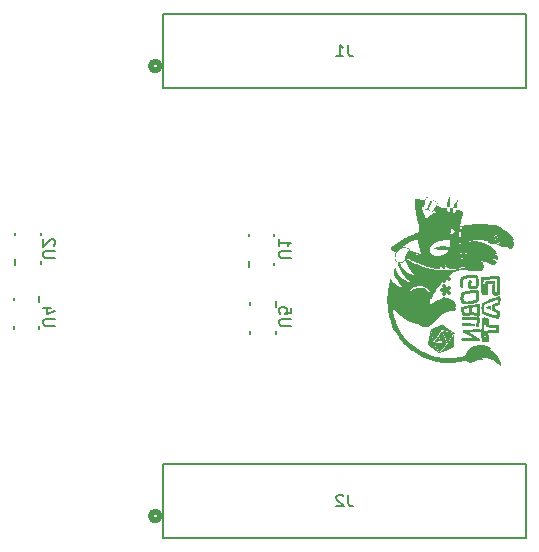
<source format=gbo>
%TF.GenerationSoftware,KiCad,Pcbnew,9.0.4*%
%TF.CreationDate,2025-10-21T11:21:35+02:00*%
%TF.ProjectId,GlasgowICAdapter,476c6173-676f-4774-9943-416461707465,rev?*%
%TF.SameCoordinates,Original*%
%TF.FileFunction,Legend,Bot*%
%TF.FilePolarity,Positive*%
%FSLAX46Y46*%
G04 Gerber Fmt 4.6, Leading zero omitted, Abs format (unit mm)*
G04 Created by KiCad (PCBNEW 9.0.4) date 2025-10-21 11:21:35*
%MOMM*%
%LPD*%
G01*
G04 APERTURE LIST*
%ADD10C,0.300000*%
%ADD11C,0.150000*%
%ADD12C,0.000000*%
%ADD13C,0.152400*%
%ADD14C,0.508000*%
%ADD15C,0.200000*%
%ADD16O,1.440000X2.000000*%
%ADD17R,1.440000X2.000000*%
%ADD18R,1.700000X1.700000*%
%ADD19C,1.700000*%
%ADD20C,1.400000*%
%ADD21C,1.371600*%
%ADD22R,0.700001X0.200000*%
%ADD23R,0.599999X0.200000*%
%ADD24R,0.200000X0.599999*%
G04 APERTURE END LIST*
D10*
X152749757Y-99178572D02*
X152678328Y-99035715D01*
X152678328Y-99035715D02*
X152678328Y-98821429D01*
X152678328Y-98821429D02*
X152749757Y-98607143D01*
X152749757Y-98607143D02*
X152892614Y-98464286D01*
X152892614Y-98464286D02*
X153035471Y-98392857D01*
X153035471Y-98392857D02*
X153321185Y-98321429D01*
X153321185Y-98321429D02*
X153535471Y-98321429D01*
X153535471Y-98321429D02*
X153821185Y-98392857D01*
X153821185Y-98392857D02*
X153964042Y-98464286D01*
X153964042Y-98464286D02*
X154106900Y-98607143D01*
X154106900Y-98607143D02*
X154178328Y-98821429D01*
X154178328Y-98821429D02*
X154178328Y-98964286D01*
X154178328Y-98964286D02*
X154106900Y-99178572D01*
X154106900Y-99178572D02*
X154035471Y-99250000D01*
X154035471Y-99250000D02*
X153535471Y-99250000D01*
X153535471Y-99250000D02*
X153535471Y-98964286D01*
X152678328Y-100107143D02*
X153035471Y-100107143D01*
X152892614Y-99750000D02*
X153035471Y-100107143D01*
X153035471Y-100107143D02*
X152892614Y-100464286D01*
X153321185Y-99892857D02*
X153035471Y-100107143D01*
X153035471Y-100107143D02*
X153321185Y-100321429D01*
X152678328Y-101250000D02*
X153035471Y-101250000D01*
X152892614Y-100892857D02*
X153035471Y-101250000D01*
X153035471Y-101250000D02*
X152892614Y-101607143D01*
X153321185Y-101035714D02*
X153035471Y-101250000D01*
X153035471Y-101250000D02*
X153321185Y-101464286D01*
X152678328Y-102392857D02*
X153035471Y-102392857D01*
X152892614Y-102035714D02*
X153035471Y-102392857D01*
X153035471Y-102392857D02*
X152892614Y-102750000D01*
X153321185Y-102178571D02*
X153035471Y-102392857D01*
X153035471Y-102392857D02*
X153321185Y-102607143D01*
D11*
X144763333Y-118563519D02*
X144763333Y-119277804D01*
X144763333Y-119277804D02*
X144810952Y-119420661D01*
X144810952Y-119420661D02*
X144906190Y-119515900D01*
X144906190Y-119515900D02*
X145049047Y-119563519D01*
X145049047Y-119563519D02*
X145144285Y-119563519D01*
X144334761Y-118658757D02*
X144287142Y-118611138D01*
X144287142Y-118611138D02*
X144191904Y-118563519D01*
X144191904Y-118563519D02*
X143953809Y-118563519D01*
X143953809Y-118563519D02*
X143858571Y-118611138D01*
X143858571Y-118611138D02*
X143810952Y-118658757D01*
X143810952Y-118658757D02*
X143763333Y-118753995D01*
X143763333Y-118753995D02*
X143763333Y-118849233D01*
X143763333Y-118849233D02*
X143810952Y-118992090D01*
X143810952Y-118992090D02*
X144382380Y-119563519D01*
X144382380Y-119563519D02*
X143763333Y-119563519D01*
X119915180Y-104261904D02*
X119105657Y-104261904D01*
X119105657Y-104261904D02*
X119010419Y-104214285D01*
X119010419Y-104214285D02*
X118962800Y-104166666D01*
X118962800Y-104166666D02*
X118915180Y-104071428D01*
X118915180Y-104071428D02*
X118915180Y-103880952D01*
X118915180Y-103880952D02*
X118962800Y-103785714D01*
X118962800Y-103785714D02*
X119010419Y-103738095D01*
X119010419Y-103738095D02*
X119105657Y-103690476D01*
X119105657Y-103690476D02*
X119915180Y-103690476D01*
X119581847Y-102785714D02*
X118915180Y-102785714D01*
X119962800Y-103023809D02*
X119248514Y-103261904D01*
X119248514Y-103261904D02*
X119248514Y-102642857D01*
X139915180Y-104261904D02*
X139105657Y-104261904D01*
X139105657Y-104261904D02*
X139010419Y-104214285D01*
X139010419Y-104214285D02*
X138962800Y-104166666D01*
X138962800Y-104166666D02*
X138915180Y-104071428D01*
X138915180Y-104071428D02*
X138915180Y-103880952D01*
X138915180Y-103880952D02*
X138962800Y-103785714D01*
X138962800Y-103785714D02*
X139010419Y-103738095D01*
X139010419Y-103738095D02*
X139105657Y-103690476D01*
X139105657Y-103690476D02*
X139915180Y-103690476D01*
X139915180Y-102738095D02*
X139915180Y-103214285D01*
X139915180Y-103214285D02*
X139438990Y-103261904D01*
X139438990Y-103261904D02*
X139486609Y-103214285D01*
X139486609Y-103214285D02*
X139534228Y-103119047D01*
X139534228Y-103119047D02*
X139534228Y-102880952D01*
X139534228Y-102880952D02*
X139486609Y-102785714D01*
X139486609Y-102785714D02*
X139438990Y-102738095D01*
X139438990Y-102738095D02*
X139343752Y-102690476D01*
X139343752Y-102690476D02*
X139105657Y-102690476D01*
X139105657Y-102690476D02*
X139010419Y-102738095D01*
X139010419Y-102738095D02*
X138962800Y-102785714D01*
X138962800Y-102785714D02*
X138915180Y-102880952D01*
X138915180Y-102880952D02*
X138915180Y-103119047D01*
X138915180Y-103119047D02*
X138962800Y-103214285D01*
X138962800Y-103214285D02*
X139010419Y-103261904D01*
X139915180Y-98511904D02*
X139105657Y-98511904D01*
X139105657Y-98511904D02*
X139010419Y-98464285D01*
X139010419Y-98464285D02*
X138962800Y-98416666D01*
X138962800Y-98416666D02*
X138915180Y-98321428D01*
X138915180Y-98321428D02*
X138915180Y-98130952D01*
X138915180Y-98130952D02*
X138962800Y-98035714D01*
X138962800Y-98035714D02*
X139010419Y-97988095D01*
X139010419Y-97988095D02*
X139105657Y-97940476D01*
X139105657Y-97940476D02*
X139915180Y-97940476D01*
X138915180Y-96940476D02*
X138915180Y-97511904D01*
X138915180Y-97226190D02*
X139915180Y-97226190D01*
X139915180Y-97226190D02*
X139772323Y-97321428D01*
X139772323Y-97321428D02*
X139677085Y-97416666D01*
X139677085Y-97416666D02*
X139629466Y-97511904D01*
X144763333Y-80463519D02*
X144763333Y-81177804D01*
X144763333Y-81177804D02*
X144810952Y-81320661D01*
X144810952Y-81320661D02*
X144906190Y-81415900D01*
X144906190Y-81415900D02*
X145049047Y-81463519D01*
X145049047Y-81463519D02*
X145144285Y-81463519D01*
X143763333Y-81463519D02*
X144334761Y-81463519D01*
X144049047Y-81463519D02*
X144049047Y-80463519D01*
X144049047Y-80463519D02*
X144144285Y-80606376D01*
X144144285Y-80606376D02*
X144239523Y-80701614D01*
X144239523Y-80701614D02*
X144334761Y-80749233D01*
X119915180Y-98511904D02*
X119105657Y-98511904D01*
X119105657Y-98511904D02*
X119010419Y-98464285D01*
X119010419Y-98464285D02*
X118962800Y-98416666D01*
X118962800Y-98416666D02*
X118915180Y-98321428D01*
X118915180Y-98321428D02*
X118915180Y-98130952D01*
X118915180Y-98130952D02*
X118962800Y-98035714D01*
X118962800Y-98035714D02*
X119010419Y-97988095D01*
X119010419Y-97988095D02*
X119105657Y-97940476D01*
X119105657Y-97940476D02*
X119915180Y-97940476D01*
X119819942Y-97511904D02*
X119867561Y-97464285D01*
X119867561Y-97464285D02*
X119915180Y-97369047D01*
X119915180Y-97369047D02*
X119915180Y-97130952D01*
X119915180Y-97130952D02*
X119867561Y-97035714D01*
X119867561Y-97035714D02*
X119819942Y-96988095D01*
X119819942Y-96988095D02*
X119724704Y-96940476D01*
X119724704Y-96940476D02*
X119629466Y-96940476D01*
X119629466Y-96940476D02*
X119486609Y-96988095D01*
X119486609Y-96988095D02*
X118915180Y-97559523D01*
X118915180Y-97559523D02*
X118915180Y-96940476D01*
D12*
%TO.C,G\u002A\u002A\u002A*%
G36*
X152564001Y-105285896D02*
G01*
X152570977Y-105305151D01*
X152580940Y-105337521D01*
X152592973Y-105379983D01*
X152606160Y-105429512D01*
X152614586Y-105462348D01*
X152626566Y-105509970D01*
X152636274Y-105549720D01*
X152642880Y-105578177D01*
X152645555Y-105591919D01*
X152644929Y-105597924D01*
X152637964Y-105602432D01*
X152620348Y-105602720D01*
X152588168Y-105599292D01*
X152587107Y-105599159D01*
X152519325Y-105590564D01*
X152468098Y-105583859D01*
X152431385Y-105578742D01*
X152407146Y-105574916D01*
X152393341Y-105572082D01*
X152387929Y-105569939D01*
X152387844Y-105569065D01*
X152393183Y-105556632D01*
X152406206Y-105532256D01*
X152425033Y-105499057D01*
X152447784Y-105460156D01*
X152472579Y-105418676D01*
X152497539Y-105377739D01*
X152520784Y-105340464D01*
X152540433Y-105309975D01*
X152554608Y-105289392D01*
X152561427Y-105281838D01*
X152564001Y-105285896D01*
G37*
G36*
X156818762Y-102556892D02*
G01*
X156822240Y-102565310D01*
X156824640Y-102584484D01*
X156826092Y-102616409D01*
X156826724Y-102663083D01*
X156826667Y-102726504D01*
X156826399Y-102769204D01*
X156825751Y-102819510D01*
X156824614Y-102854966D01*
X156822768Y-102877918D01*
X156819991Y-102890712D01*
X156816062Y-102895693D01*
X156810760Y-102895207D01*
X156809326Y-102894637D01*
X156792379Y-102888042D01*
X156762411Y-102876476D01*
X156723198Y-102861394D01*
X156678515Y-102844252D01*
X156655873Y-102835576D01*
X156579393Y-102806169D01*
X156518793Y-102782418D01*
X156472785Y-102763469D01*
X156440082Y-102748468D01*
X156419396Y-102736564D01*
X156409439Y-102726903D01*
X156408923Y-102718631D01*
X156416560Y-102710895D01*
X156431063Y-102702843D01*
X156451144Y-102693620D01*
X156518823Y-102664243D01*
X156594708Y-102633402D01*
X156667102Y-102605983D01*
X156729416Y-102584569D01*
X156740175Y-102581132D01*
X156774740Y-102569981D01*
X156801591Y-102561154D01*
X156815644Y-102556317D01*
X156818762Y-102556892D01*
G37*
G36*
X153366110Y-93338949D02*
G01*
X153366551Y-93356771D01*
X153359720Y-93391363D01*
X153357475Y-93401632D01*
X153350292Y-93448335D01*
X153344268Y-93509230D01*
X153339601Y-93580790D01*
X153336486Y-93659486D01*
X153335119Y-93741791D01*
X153335695Y-93824178D01*
X153336866Y-93869943D01*
X153339811Y-93931694D01*
X153344569Y-93983864D01*
X153351709Y-94032093D01*
X153361803Y-94082022D01*
X153367095Y-94105372D01*
X153377844Y-94152555D01*
X153383662Y-94184859D01*
X153383085Y-94204899D01*
X153374651Y-94215290D01*
X153356897Y-94218646D01*
X153328360Y-94217582D01*
X153287577Y-94214713D01*
X153260130Y-94213138D01*
X153212014Y-94210804D01*
X153168867Y-94209198D01*
X153137559Y-94208600D01*
X153087449Y-94208600D01*
X153087449Y-94127621D01*
X153087617Y-94110708D01*
X153095306Y-94004594D01*
X153113529Y-93892364D01*
X153141013Y-93778126D01*
X153176484Y-93665986D01*
X153218672Y-93560052D01*
X153266302Y-93464431D01*
X153318102Y-93383230D01*
X153341607Y-93353261D01*
X153357946Y-93337808D01*
X153366110Y-93338949D01*
G37*
G36*
X157274759Y-96601340D02*
G01*
X157290272Y-96616625D01*
X157311189Y-96645298D01*
X157336093Y-96684762D01*
X157363567Y-96732419D01*
X157392191Y-96785672D01*
X157420549Y-96841923D01*
X157447223Y-96898575D01*
X157470795Y-96953031D01*
X157489847Y-97002694D01*
X157498935Y-97028932D01*
X157516663Y-97081940D01*
X157533305Y-97133751D01*
X157546193Y-97176153D01*
X157548031Y-97182639D01*
X157557557Y-97221346D01*
X157564720Y-97258813D01*
X157568937Y-97290810D01*
X157569626Y-97313110D01*
X157566204Y-97321483D01*
X157565867Y-97321437D01*
X157554267Y-97318046D01*
X157530160Y-97310339D01*
X157498227Y-97299807D01*
X157459095Y-97287511D01*
X157408508Y-97272952D01*
X157361938Y-97260751D01*
X157290581Y-97243370D01*
X157284574Y-97153505D01*
X157283962Y-97145335D01*
X157276086Y-97082028D01*
X157262524Y-97007375D01*
X157244520Y-96926594D01*
X157223320Y-96844908D01*
X157200170Y-96767538D01*
X157176315Y-96699703D01*
X157169186Y-96679235D01*
X157166075Y-96665944D01*
X157170293Y-96660382D01*
X157186455Y-96647539D01*
X157209792Y-96631631D01*
X157234997Y-96616058D01*
X157256762Y-96604221D01*
X157269777Y-96599519D01*
X157274759Y-96601340D01*
G37*
G36*
X154077113Y-93599200D02*
G01*
X154080332Y-93601213D01*
X154079019Y-93608948D01*
X154072043Y-93626163D01*
X154058275Y-93656618D01*
X154044185Y-93691419D01*
X154024468Y-93751616D01*
X154004576Y-93824303D01*
X153985455Y-93905952D01*
X153968050Y-93993032D01*
X153966906Y-93999324D01*
X153957855Y-94055482D01*
X153953130Y-94103548D01*
X153952176Y-94152407D01*
X153954439Y-94210944D01*
X153956176Y-94253361D01*
X153956415Y-94288570D01*
X153955188Y-94312370D01*
X153952558Y-94321114D01*
X153949506Y-94320683D01*
X153931360Y-94316423D01*
X153901739Y-94308581D01*
X153865264Y-94298360D01*
X153846570Y-94293174D01*
X153804957Y-94282524D01*
X153761574Y-94272334D01*
X153721395Y-94263701D01*
X153689389Y-94257719D01*
X153670528Y-94255481D01*
X153670336Y-94255471D01*
X153667568Y-94246666D01*
X153669826Y-94223981D01*
X153676258Y-94191207D01*
X153686015Y-94152133D01*
X153698246Y-94110549D01*
X153712100Y-94070246D01*
X153715086Y-94062340D01*
X153757005Y-93964692D01*
X153805209Y-93877937D01*
X153863412Y-93796138D01*
X153935328Y-93713355D01*
X153950280Y-93698092D01*
X153979542Y-93670696D01*
X154010485Y-93644020D01*
X154039324Y-93621148D01*
X154062272Y-93605164D01*
X154075545Y-93599150D01*
X154077113Y-93599200D01*
G37*
G36*
X154541397Y-104037285D02*
G01*
X154595981Y-104038748D01*
X154659833Y-104041141D01*
X154730254Y-104044348D01*
X154804544Y-104048249D01*
X154880002Y-104052727D01*
X154953929Y-104057663D01*
X155023624Y-104062941D01*
X155048347Y-104064916D01*
X155106584Y-104069402D01*
X155165281Y-104073739D01*
X155214864Y-104077213D01*
X155216102Y-104077297D01*
X155289248Y-104083433D01*
X155348888Y-104090949D01*
X155393276Y-104099577D01*
X155420665Y-104109045D01*
X155423679Y-104110839D01*
X155442848Y-104126444D01*
X155463292Y-104147831D01*
X155481575Y-104178781D01*
X155487674Y-104217696D01*
X155478066Y-104255534D01*
X155453857Y-104288436D01*
X155416150Y-104312542D01*
X155388896Y-104319725D01*
X155340443Y-104324265D01*
X155275338Y-104324475D01*
X155194447Y-104320358D01*
X155098634Y-104311914D01*
X155093509Y-104311395D01*
X155040856Y-104306676D01*
X154975459Y-104301647D01*
X154902677Y-104296678D01*
X154827872Y-104292135D01*
X154756404Y-104288388D01*
X154705904Y-104285954D01*
X154629396Y-104281924D01*
X154568233Y-104277905D01*
X154520242Y-104273450D01*
X154483247Y-104268113D01*
X154455077Y-104261447D01*
X154433557Y-104253007D01*
X154416514Y-104242345D01*
X154401774Y-104229016D01*
X154387163Y-104212574D01*
X154372257Y-104190732D01*
X154361494Y-104152472D01*
X154369200Y-104114314D01*
X154395284Y-104077765D01*
X154427491Y-104052765D01*
X154463261Y-104038463D01*
X154470834Y-104037623D01*
X154498781Y-104036871D01*
X154541397Y-104037285D01*
G37*
G36*
X152777031Y-104677829D02*
G01*
X152809879Y-104684018D01*
X152852554Y-104693137D01*
X152901833Y-104704557D01*
X152980948Y-104723493D01*
X153062755Y-104742908D01*
X153136809Y-104760261D01*
X153208783Y-104776879D01*
X153284348Y-104794089D01*
X153300676Y-104797791D01*
X153348582Y-104808690D01*
X153394260Y-104819127D01*
X153429678Y-104827268D01*
X153446121Y-104831048D01*
X153487600Y-104840469D01*
X153534889Y-104851100D01*
X153583166Y-104861869D01*
X153627614Y-104871703D01*
X153663413Y-104879528D01*
X153685745Y-104884273D01*
X153707408Y-104888681D01*
X153686035Y-104923521D01*
X153680856Y-104931789D01*
X153664614Y-104957165D01*
X153640824Y-104993972D01*
X153611243Y-105039499D01*
X153577629Y-105091039D01*
X153541739Y-105145883D01*
X153508079Y-105197389D01*
X153463530Y-105265941D01*
X153417340Y-105337379D01*
X153371208Y-105409051D01*
X153326836Y-105478300D01*
X153285923Y-105542472D01*
X153250170Y-105598913D01*
X153221277Y-105644967D01*
X153200944Y-105677980D01*
X153194934Y-105687521D01*
X153181623Y-105705798D01*
X153173413Y-105712980D01*
X153172808Y-105712636D01*
X153166221Y-105701265D01*
X153154829Y-105676212D01*
X153140057Y-105640743D01*
X153123328Y-105598123D01*
X153111494Y-105567687D01*
X153090986Y-105516161D01*
X153065959Y-105454213D01*
X153037979Y-105385692D01*
X153008611Y-105314449D01*
X152979421Y-105244333D01*
X152936182Y-105140827D01*
X152889863Y-105029313D01*
X152850643Y-104934068D01*
X152818317Y-104854580D01*
X152792683Y-104790338D01*
X152773535Y-104740829D01*
X152760669Y-104705540D01*
X152753883Y-104683959D01*
X152752971Y-104675574D01*
X152757234Y-104675196D01*
X152777031Y-104677829D01*
G37*
G36*
X152038639Y-105660074D02*
G01*
X152044955Y-105661063D01*
X152070787Y-105664460D01*
X152110669Y-105669289D01*
X152161451Y-105675203D01*
X152219986Y-105681850D01*
X152283125Y-105688884D01*
X152347720Y-105695954D01*
X152410623Y-105702711D01*
X152468686Y-105708807D01*
X152518759Y-105713892D01*
X152557696Y-105717618D01*
X152558431Y-105717685D01*
X152594034Y-105721064D01*
X152641935Y-105725805D01*
X152695953Y-105731288D01*
X152749907Y-105736893D01*
X152801883Y-105742347D01*
X152864871Y-105748919D01*
X152925224Y-105755184D01*
X152974935Y-105760307D01*
X153004227Y-105763406D01*
X153045687Y-105768120D01*
X153079105Y-105772309D01*
X153099169Y-105775330D01*
X153116920Y-105780086D01*
X153124953Y-105785181D01*
X153124443Y-105786198D01*
X153115276Y-105798033D01*
X153096021Y-105821126D01*
X153068508Y-105853329D01*
X153034568Y-105892495D01*
X152996031Y-105936474D01*
X152994941Y-105937711D01*
X152946927Y-105992254D01*
X152891185Y-106055622D01*
X152832234Y-106122673D01*
X152774596Y-106188265D01*
X152722791Y-106247256D01*
X152679686Y-106296318D01*
X152626565Y-106356590D01*
X152583808Y-106404786D01*
X152550274Y-106442142D01*
X152524822Y-106469898D01*
X152506313Y-106489292D01*
X152493605Y-106501560D01*
X152485559Y-106507942D01*
X152481033Y-106509675D01*
X152474476Y-106503015D01*
X152460023Y-106482425D01*
X152439538Y-106450498D01*
X152414635Y-106409871D01*
X152386929Y-106363184D01*
X152358035Y-106313075D01*
X152329568Y-106262182D01*
X152313396Y-106233478D01*
X152287447Y-106189113D01*
X152263128Y-106149132D01*
X152232261Y-106098721D01*
X152191873Y-106029853D01*
X152151920Y-105958825D01*
X152113990Y-105888647D01*
X152079666Y-105822327D01*
X152050534Y-105762876D01*
X152028180Y-105713301D01*
X152014189Y-105676614D01*
X152013864Y-105675584D01*
X152010994Y-105661517D01*
X152017816Y-105657319D01*
X152038639Y-105660074D01*
G37*
G36*
X152107740Y-104625534D02*
G01*
X152189225Y-104626077D01*
X152270320Y-104627247D01*
X152347353Y-104628951D01*
X152416652Y-104631098D01*
X152474544Y-104633595D01*
X152517357Y-104636350D01*
X152535758Y-104637939D01*
X152586792Y-104643133D01*
X152621209Y-104648220D01*
X152640654Y-104653491D01*
X152646769Y-104659237D01*
X152646275Y-104663413D01*
X152637484Y-104677019D01*
X152633997Y-104680663D01*
X152620477Y-104697761D01*
X152598749Y-104726692D01*
X152570407Y-104765236D01*
X152537047Y-104811173D01*
X152500264Y-104862283D01*
X152461651Y-104916347D01*
X152422804Y-104971146D01*
X152385318Y-105024460D01*
X152350787Y-105074070D01*
X152320806Y-105117755D01*
X152308723Y-105135489D01*
X152273949Y-105186195D01*
X152237076Y-105239600D01*
X152204300Y-105286718D01*
X152175970Y-105327403D01*
X152140904Y-105378042D01*
X152104133Y-105431364D01*
X152070136Y-105480888D01*
X152060049Y-105495550D01*
X152033804Y-105532959D01*
X152011864Y-105563174D01*
X151996285Y-105583405D01*
X151989120Y-105590866D01*
X151988618Y-105590797D01*
X151983180Y-105581360D01*
X151978322Y-105560778D01*
X151977348Y-105555186D01*
X151972492Y-105530227D01*
X151964631Y-105491586D01*
X151954460Y-105442538D01*
X151942668Y-105386357D01*
X151929950Y-105326317D01*
X151916997Y-105265694D01*
X151904502Y-105207762D01*
X151893158Y-105155795D01*
X151883655Y-105113067D01*
X151877193Y-105084112D01*
X151867351Y-105039171D01*
X151859088Y-105000553D01*
X151858047Y-104995613D01*
X151850128Y-104958797D01*
X151840268Y-104913815D01*
X151830354Y-104869287D01*
X151818550Y-104816277D01*
X151803758Y-104747847D01*
X151792984Y-104695111D01*
X151786397Y-104658906D01*
X151784163Y-104640064D01*
X151784753Y-104637516D01*
X151789112Y-104633974D01*
X151799292Y-104631193D01*
X151817140Y-104629085D01*
X151844503Y-104627559D01*
X151883229Y-104626528D01*
X151935164Y-104625901D01*
X152002157Y-104625591D01*
X152086054Y-104625507D01*
X152107740Y-104625534D01*
G37*
G36*
X154524075Y-103499241D02*
G01*
X154569615Y-103501017D01*
X154625306Y-103503675D01*
X154687818Y-103507042D01*
X154753822Y-103510943D01*
X154819987Y-103515205D01*
X154882982Y-103519653D01*
X154886699Y-103519922D01*
X154925973Y-103522242D01*
X154980716Y-103524835D01*
X155048019Y-103527595D01*
X155124969Y-103530414D01*
X155208658Y-103533185D01*
X155296174Y-103535800D01*
X155384606Y-103538151D01*
X155412820Y-103538876D01*
X155495112Y-103541267D01*
X155571719Y-103543892D01*
X155640462Y-103546650D01*
X155699166Y-103549442D01*
X155745653Y-103552166D01*
X155777745Y-103554723D01*
X155793266Y-103557011D01*
X155829648Y-103577301D01*
X155860603Y-103610549D01*
X155879727Y-103650387D01*
X155880346Y-103652712D01*
X155885137Y-103680257D01*
X155885053Y-103701956D01*
X155884654Y-103705115D01*
X155883292Y-103725382D01*
X155881558Y-103760987D01*
X155879552Y-103809459D01*
X155877373Y-103868327D01*
X155875117Y-103935120D01*
X155872885Y-104007367D01*
X155870854Y-104073769D01*
X155868127Y-104149773D01*
X155865121Y-104210576D01*
X155861467Y-104258226D01*
X155856795Y-104294774D01*
X155850736Y-104322267D01*
X155842922Y-104342755D01*
X155832982Y-104358287D01*
X155820548Y-104370911D01*
X155805250Y-104382677D01*
X155794686Y-104389388D01*
X155753963Y-104403483D01*
X155711555Y-104403421D01*
X155671979Y-104390461D01*
X155639752Y-104365861D01*
X155619393Y-104330881D01*
X155619365Y-104330795D01*
X155616381Y-104310045D01*
X155614777Y-104271037D01*
X155614556Y-104214212D01*
X155615718Y-104140010D01*
X155618266Y-104048873D01*
X155618338Y-104046640D01*
X155620415Y-103979962D01*
X155622117Y-103919790D01*
X155623387Y-103868571D01*
X155624170Y-103828753D01*
X155624412Y-103802781D01*
X155624056Y-103793103D01*
X155621332Y-103792759D01*
X155602844Y-103791833D01*
X155568570Y-103790613D01*
X155520466Y-103789155D01*
X155460486Y-103787512D01*
X155390587Y-103785740D01*
X155312723Y-103783894D01*
X155228848Y-103782027D01*
X155186872Y-103781095D01*
X155104931Y-103779108D01*
X155029542Y-103777063D01*
X154962739Y-103775028D01*
X154906555Y-103773071D01*
X154863021Y-103771260D01*
X154834171Y-103769663D01*
X154822037Y-103768350D01*
X154808903Y-103766318D01*
X154780122Y-103763715D01*
X154738983Y-103760798D01*
X154688702Y-103757795D01*
X154632495Y-103754933D01*
X154595283Y-103753125D01*
X154536116Y-103749578D01*
X154491510Y-103745299D01*
X154458705Y-103739490D01*
X154434943Y-103731356D01*
X154417464Y-103720100D01*
X154403510Y-103704926D01*
X154390321Y-103685038D01*
X154380314Y-103664153D01*
X154372414Y-103618312D01*
X154380775Y-103572221D01*
X154393714Y-103551318D01*
X154420249Y-103526293D01*
X154451761Y-103506982D01*
X154481077Y-103498650D01*
X154492018Y-103498522D01*
X154524075Y-103499241D01*
G37*
G36*
X155671771Y-101239308D02*
G01*
X155699416Y-101242776D01*
X155721187Y-101248268D01*
X155739358Y-101255911D01*
X155756204Y-101265831D01*
X155760506Y-101268901D01*
X155785874Y-101295484D01*
X155811017Y-101333917D01*
X155832714Y-101378631D01*
X155847746Y-101424061D01*
X155849486Y-101431681D01*
X155856547Y-101476922D01*
X155860444Y-101533507D01*
X155861204Y-101603226D01*
X155858855Y-101687867D01*
X155853424Y-101789220D01*
X155850976Y-101824884D01*
X155845288Y-101885753D01*
X155837568Y-101938746D01*
X155826650Y-101991110D01*
X155811363Y-102050094D01*
X155806845Y-102066383D01*
X155790897Y-102121671D01*
X155777502Y-102162622D01*
X155765205Y-102192359D01*
X155752552Y-102214006D01*
X155738087Y-102230687D01*
X155720356Y-102245525D01*
X155701529Y-102256393D01*
X155667658Y-102272212D01*
X155622465Y-102291375D01*
X155569258Y-102312600D01*
X155511343Y-102334601D01*
X155452026Y-102356092D01*
X155394614Y-102375789D01*
X155342414Y-102392407D01*
X155225397Y-102424046D01*
X155080879Y-102451586D01*
X154937345Y-102465189D01*
X154789220Y-102465590D01*
X154767382Y-102464660D01*
X154673429Y-102458385D01*
X154595458Y-102448692D01*
X154531345Y-102435027D01*
X154478966Y-102416840D01*
X154436198Y-102393578D01*
X154400916Y-102364690D01*
X154381607Y-102340438D01*
X154358101Y-102302413D01*
X154333631Y-102256343D01*
X154310679Y-102207223D01*
X154291727Y-102160051D01*
X154279259Y-102119822D01*
X154268496Y-102056350D01*
X154263039Y-101973306D01*
X154263154Y-101962705D01*
X154514689Y-101962705D01*
X154522024Y-102034262D01*
X154529754Y-102068159D01*
X154543488Y-102111338D01*
X154559536Y-102149009D01*
X154575996Y-102176859D01*
X154590965Y-102190577D01*
X154604007Y-102194694D01*
X154643953Y-102202494D01*
X154696654Y-102208546D01*
X154758041Y-102212545D01*
X154824044Y-102214182D01*
X154890594Y-102213153D01*
X154940534Y-102210673D01*
X155024356Y-102203206D01*
X155105362Y-102191058D01*
X155187394Y-102173346D01*
X155274295Y-102149186D01*
X155369906Y-102117692D01*
X155478071Y-102077982D01*
X155548095Y-102051289D01*
X155569812Y-101976512D01*
X155573453Y-101963130D01*
X155584318Y-101914220D01*
X155593830Y-101859320D01*
X155600266Y-101807973D01*
X155602551Y-101779751D01*
X155605939Y-101722109D01*
X155608332Y-101660446D01*
X155609318Y-101604041D01*
X155609634Y-101493872D01*
X155518216Y-101494065D01*
X155504934Y-101494130D01*
X155376830Y-101498153D01*
X155242522Y-101507908D01*
X155106964Y-101522770D01*
X154975111Y-101542115D01*
X154851918Y-101565321D01*
X154742340Y-101591762D01*
X154711829Y-101599317D01*
X154669312Y-101608487D01*
X154627061Y-101616483D01*
X154622525Y-101617283D01*
X154589305Y-101624273D01*
X154564477Y-101631407D01*
X154553122Y-101637256D01*
X154552359Y-101638675D01*
X154546562Y-101657724D01*
X154539851Y-101690706D01*
X154532851Y-101733501D01*
X154526187Y-101781988D01*
X154520484Y-101832046D01*
X154516367Y-101879556D01*
X154514689Y-101962705D01*
X154263154Y-101962705D01*
X154264044Y-101880691D01*
X154271199Y-101782601D01*
X154284194Y-101683136D01*
X154302719Y-101586391D01*
X154326464Y-101496464D01*
X154337289Y-101467397D01*
X154363922Y-101425046D01*
X154398331Y-101399372D01*
X154440128Y-101390734D01*
X154446189Y-101390664D01*
X154464224Y-101389580D01*
X154486319Y-101386774D01*
X154515309Y-101381721D01*
X154554031Y-101373897D01*
X154605322Y-101362776D01*
X154672019Y-101347835D01*
X154760568Y-101328190D01*
X154858293Y-101307804D01*
X154946261Y-101291372D01*
X155029067Y-101278252D01*
X155111311Y-101267801D01*
X155197587Y-101259377D01*
X155292493Y-101252338D01*
X155400627Y-101246041D01*
X155456955Y-101243144D01*
X155530844Y-101239782D01*
X155589760Y-101237938D01*
X155609634Y-101237852D01*
X155635977Y-101237737D01*
X155671771Y-101239308D01*
G37*
G36*
X155810967Y-104580830D02*
G01*
X155854054Y-104581155D01*
X155883018Y-104581693D01*
X155895547Y-104582461D01*
X155909058Y-104587981D01*
X155936398Y-104606613D01*
X155963454Y-104631957D01*
X155983619Y-104658323D01*
X155984605Y-104660152D01*
X155990574Y-104685223D01*
X155989566Y-104715999D01*
X155982579Y-104744468D01*
X155970613Y-104762622D01*
X155962234Y-104770436D01*
X155957315Y-104781704D01*
X155955631Y-104789089D01*
X155940303Y-104801369D01*
X155913070Y-104812856D01*
X155878091Y-104821949D01*
X155839521Y-104827050D01*
X155839349Y-104827061D01*
X155815400Y-104828031D01*
X155775276Y-104828971D01*
X155721525Y-104829848D01*
X155656697Y-104830632D01*
X155583340Y-104831293D01*
X155504001Y-104831798D01*
X155421229Y-104832118D01*
X155408693Y-104832153D01*
X155329959Y-104832465D01*
X155257744Y-104832909D01*
X155194087Y-104833463D01*
X155141027Y-104834102D01*
X155100603Y-104834802D01*
X155074853Y-104835540D01*
X155065817Y-104836290D01*
X155071590Y-104840532D01*
X155090893Y-104852021D01*
X155120554Y-104868735D01*
X155157234Y-104888758D01*
X155269769Y-104950884D01*
X155393967Y-105023912D01*
X155513343Y-105099596D01*
X155633729Y-105181657D01*
X155760959Y-105273816D01*
X155806016Y-105307765D01*
X155850415Y-105342911D01*
X155882126Y-105370605D01*
X155902865Y-105392367D01*
X155914347Y-105409716D01*
X155918847Y-105420435D01*
X155926175Y-105465051D01*
X155916690Y-105508096D01*
X155891759Y-105545910D01*
X155852747Y-105574828D01*
X155833172Y-105581458D01*
X155797877Y-105586905D01*
X155748408Y-105589910D01*
X155684029Y-105590465D01*
X155604006Y-105588560D01*
X155507603Y-105584187D01*
X155394085Y-105577337D01*
X155262716Y-105568003D01*
X155259430Y-105567788D01*
X155234615Y-105566746D01*
X155193972Y-105565532D01*
X155139865Y-105564198D01*
X155074660Y-105562796D01*
X155000721Y-105561377D01*
X154920413Y-105559993D01*
X154836101Y-105558695D01*
X154812734Y-105558341D01*
X154730431Y-105556831D01*
X154653524Y-105555028D01*
X154584241Y-105553009D01*
X154524806Y-105550852D01*
X154477445Y-105548637D01*
X154444384Y-105546440D01*
X154427849Y-105544341D01*
X154422502Y-105542655D01*
X154393162Y-105527561D01*
X154366904Y-105506437D01*
X154356932Y-105495403D01*
X154345496Y-105477263D01*
X154340477Y-105455142D01*
X154339496Y-105421691D01*
X154339953Y-105400601D01*
X154343267Y-105374754D01*
X154351932Y-105356086D01*
X154368450Y-105337299D01*
X154369116Y-105336639D01*
X154405855Y-105311480D01*
X154450019Y-105297254D01*
X154493297Y-105296666D01*
X154497373Y-105297128D01*
X154519469Y-105298333D01*
X154556779Y-105299600D01*
X154606794Y-105300868D01*
X154667005Y-105302079D01*
X154734901Y-105303174D01*
X154807973Y-105304093D01*
X154834594Y-105304398D01*
X154948670Y-105306099D01*
X155051872Y-105308297D01*
X155142887Y-105310942D01*
X155220402Y-105313984D01*
X155283105Y-105317373D01*
X155329683Y-105321060D01*
X155358822Y-105324994D01*
X155376701Y-105326079D01*
X155384606Y-105320445D01*
X155384359Y-105319545D01*
X155373722Y-105309580D01*
X155348906Y-105292346D01*
X155312010Y-105269013D01*
X155265134Y-105240751D01*
X155210380Y-105208729D01*
X155149846Y-105174118D01*
X155085633Y-105138087D01*
X155019840Y-105101806D01*
X154954569Y-105066445D01*
X154891918Y-105033174D01*
X154833988Y-105003163D01*
X154782879Y-104977581D01*
X154740690Y-104957598D01*
X154709523Y-104944384D01*
X154676255Y-104930828D01*
X154626984Y-104907789D01*
X154580380Y-104882956D01*
X154541436Y-104859043D01*
X154515145Y-104838763D01*
X154506529Y-104829872D01*
X154480146Y-104788960D01*
X154469700Y-104745720D01*
X154473870Y-104703364D01*
X154491338Y-104665107D01*
X154520782Y-104634161D01*
X154560883Y-104613741D01*
X154610321Y-104607059D01*
X154612818Y-104607080D01*
X154633842Y-104606631D01*
X154668942Y-104605432D01*
X154714470Y-104603648D01*
X154766783Y-104601443D01*
X154822232Y-104598983D01*
X154877174Y-104596431D01*
X154927960Y-104593952D01*
X154970947Y-104591711D01*
X155002488Y-104589873D01*
X155018936Y-104588603D01*
X155034746Y-104587665D01*
X155066794Y-104586695D01*
X155112490Y-104585744D01*
X155169520Y-104584828D01*
X155235569Y-104583962D01*
X155308324Y-104583165D01*
X155385470Y-104582451D01*
X155464693Y-104581836D01*
X155543679Y-104581338D01*
X155620114Y-104580972D01*
X155691682Y-104580755D01*
X155756071Y-104580702D01*
X155810967Y-104580830D01*
G37*
G36*
X152761400Y-104855926D02*
G01*
X152763662Y-104861370D01*
X152787451Y-104918949D01*
X152815707Y-104987804D01*
X152846175Y-105062416D01*
X152876601Y-105137264D01*
X152904730Y-105206828D01*
X152916946Y-105237108D01*
X152940155Y-105294451D01*
X152961097Y-105345957D01*
X152978591Y-105388736D01*
X152991457Y-105419895D01*
X152998514Y-105436544D01*
X152999971Y-105439838D01*
X153009772Y-105462413D01*
X153024689Y-105497124D01*
X153042965Y-105539873D01*
X153062843Y-105586563D01*
X153069413Y-105602082D01*
X153087252Y-105644840D01*
X153101709Y-105680402D01*
X153111441Y-105705425D01*
X153115104Y-105716565D01*
X153111289Y-105719293D01*
X153093622Y-105720746D01*
X153066352Y-105718928D01*
X152987814Y-105709722D01*
X152888341Y-105697967D01*
X152793414Y-105686646D01*
X152705850Y-105676100D01*
X152628465Y-105666668D01*
X152564077Y-105658690D01*
X152515503Y-105652506D01*
X152503669Y-105650993D01*
X152449978Y-105644571D01*
X152386438Y-105637487D01*
X152320010Y-105630500D01*
X152257659Y-105624371D01*
X152227110Y-105621500D01*
X152176396Y-105616724D01*
X152132762Y-105612606D01*
X152100074Y-105609509D01*
X152082193Y-105607797D01*
X152056745Y-105605315D01*
X152068340Y-105588732D01*
X152350464Y-105588732D01*
X152360859Y-105592322D01*
X152386296Y-105597925D01*
X152422807Y-105604789D01*
X152466535Y-105612299D01*
X152513626Y-105619838D01*
X152560222Y-105626791D01*
X152602469Y-105632540D01*
X152636510Y-105636469D01*
X152658490Y-105637963D01*
X152660667Y-105637960D01*
X152684797Y-105634849D01*
X152692562Y-105626411D01*
X152692550Y-105626283D01*
X152688827Y-105604473D01*
X152681012Y-105570220D01*
X152669984Y-105526585D01*
X152656625Y-105476626D01*
X152641815Y-105423403D01*
X152626435Y-105369974D01*
X152611365Y-105319400D01*
X152597486Y-105274739D01*
X152585678Y-105239050D01*
X152576821Y-105215394D01*
X152571797Y-105206828D01*
X152567395Y-105211239D01*
X152554815Y-105229380D01*
X152536022Y-105259013D01*
X152512612Y-105297383D01*
X152486178Y-105341741D01*
X152458317Y-105389334D01*
X152430622Y-105437411D01*
X152404688Y-105483219D01*
X152382111Y-105524007D01*
X152364485Y-105557023D01*
X152353404Y-105579515D01*
X152350464Y-105588732D01*
X152068340Y-105588732D01*
X152112471Y-105525618D01*
X152115590Y-105521163D01*
X152143834Y-105481124D01*
X152178453Y-105432441D01*
X152215351Y-105380858D01*
X152230799Y-105359397D01*
X152338399Y-105359397D01*
X152342703Y-105395712D01*
X152351952Y-105420394D01*
X152355923Y-105425861D01*
X152366859Y-105437663D01*
X152377719Y-105442171D01*
X152389676Y-105438017D01*
X152403906Y-105423828D01*
X152421582Y-105398232D01*
X152443880Y-105359860D01*
X152471973Y-105307338D01*
X152507036Y-105239296D01*
X152511492Y-105230584D01*
X152538161Y-105179070D01*
X152562438Y-105133189D01*
X152571797Y-105115981D01*
X152582816Y-105095721D01*
X152597785Y-105069446D01*
X152605838Y-105057145D01*
X152613067Y-105050786D01*
X152617595Y-105054466D01*
X152618641Y-105074089D01*
X152618737Y-105079062D01*
X152621657Y-105110791D01*
X152627379Y-105144076D01*
X152632195Y-105166652D01*
X152639964Y-105205061D01*
X152647548Y-105244333D01*
X152648573Y-105249709D01*
X152660477Y-105301462D01*
X152673492Y-105341172D01*
X152686743Y-105366623D01*
X152699356Y-105375599D01*
X152706831Y-105369225D01*
X152712085Y-105351882D01*
X152712813Y-105331930D01*
X152707781Y-105317846D01*
X152703862Y-105308360D01*
X152697509Y-105281649D01*
X152689099Y-105237617D01*
X152678552Y-105175835D01*
X152665786Y-105095873D01*
X152658100Y-105050045D01*
X152648217Y-105003248D01*
X152638607Y-104973151D01*
X152628869Y-104958586D01*
X152618602Y-104958385D01*
X152618369Y-104958563D01*
X152611057Y-104969192D01*
X152596689Y-104993394D01*
X152576806Y-105028360D01*
X152552943Y-105071282D01*
X152526639Y-105119352D01*
X152499432Y-105169759D01*
X152472859Y-105219696D01*
X152448459Y-105266354D01*
X152427769Y-105306924D01*
X152423568Y-105315215D01*
X152406880Y-105346272D01*
X152392960Y-105369415D01*
X152384471Y-105380143D01*
X152383101Y-105380622D01*
X152378048Y-105373027D01*
X152375488Y-105352584D01*
X152375470Y-105324047D01*
X152378045Y-105292166D01*
X152383259Y-105261694D01*
X152386510Y-105239352D01*
X152384541Y-105217998D01*
X152376974Y-105207941D01*
X152365146Y-105212793D01*
X152363186Y-105214975D01*
X152351433Y-105239237D01*
X152343136Y-105275301D01*
X152338668Y-105317307D01*
X152338399Y-105359397D01*
X152230799Y-105359397D01*
X152250433Y-105332120D01*
X152251926Y-105330053D01*
X152279996Y-105291127D01*
X152316477Y-105240429D01*
X152359025Y-105181223D01*
X152405296Y-105116774D01*
X152452945Y-105050345D01*
X152499626Y-104985202D01*
X152514925Y-104963841D01*
X152556476Y-104905831D01*
X152594608Y-104852602D01*
X152618602Y-104819112D01*
X152627821Y-104806245D01*
X152654615Y-104768855D01*
X152673491Y-104742525D01*
X152682948Y-104729348D01*
X152699312Y-104706610D01*
X152761400Y-104855926D01*
G37*
G36*
X155845869Y-102414662D02*
G01*
X155885904Y-102434396D01*
X155914611Y-102467991D01*
X155915126Y-102468945D01*
X155920321Y-102482725D01*
X155923397Y-102502349D01*
X155924486Y-102531027D01*
X155923723Y-102571969D01*
X155921238Y-102628386D01*
X155920079Y-102656279D01*
X155918563Y-102714096D01*
X155917541Y-102783285D01*
X155917055Y-102859277D01*
X155917143Y-102937503D01*
X155917847Y-103013392D01*
X155918638Y-103098618D01*
X155918128Y-103186964D01*
X155915739Y-103259817D01*
X155911195Y-103318941D01*
X155904221Y-103366099D01*
X155894542Y-103403054D01*
X155881883Y-103431570D01*
X155865968Y-103453409D01*
X155846523Y-103470335D01*
X155835740Y-103477631D01*
X155817238Y-103487570D01*
X155797643Y-103493098D01*
X155774177Y-103493948D01*
X155744063Y-103489850D01*
X155704523Y-103480537D01*
X155652778Y-103465740D01*
X155586051Y-103445192D01*
X155534669Y-103429395D01*
X155466821Y-103409224D01*
X155400083Y-103390048D01*
X155340031Y-103373464D01*
X155292240Y-103361068D01*
X155176434Y-103332643D01*
X155153558Y-103355518D01*
X155150615Y-103358412D01*
X155132569Y-103373792D01*
X155111606Y-103386833D01*
X155085477Y-103398126D01*
X155051932Y-103408267D01*
X155008721Y-103417848D01*
X154953594Y-103427463D01*
X154884303Y-103437706D01*
X154798597Y-103449170D01*
X154773012Y-103452206D01*
X154686014Y-103457234D01*
X154613279Y-103451858D01*
X154553555Y-103435780D01*
X154505588Y-103408701D01*
X154468127Y-103370321D01*
X154460692Y-103357897D01*
X154446209Y-103327235D01*
X154428753Y-103285291D01*
X154409787Y-103236024D01*
X154390771Y-103183394D01*
X154373166Y-103131362D01*
X154358436Y-103083887D01*
X154348040Y-103044929D01*
X154335484Y-102987174D01*
X154324026Y-102927268D01*
X154317037Y-102884864D01*
X154554585Y-102884864D01*
X154570672Y-102956287D01*
X154586202Y-103016738D01*
X154602766Y-103071674D01*
X154622192Y-103127666D01*
X154655620Y-103219084D01*
X154693008Y-103219084D01*
X154715420Y-103217960D01*
X154752237Y-103214671D01*
X154797454Y-103209738D01*
X154845856Y-103203687D01*
X154886138Y-103198200D01*
X154921554Y-103192689D01*
X154944167Y-103187602D01*
X154957186Y-103181905D01*
X154963819Y-103174563D01*
X154967276Y-103164541D01*
X154967469Y-103163683D01*
X154969515Y-103145491D01*
X154971645Y-103112198D01*
X154973703Y-103067124D01*
X154975538Y-103013589D01*
X154975945Y-102997204D01*
X155222008Y-102997204D01*
X155222682Y-103035651D01*
X155224297Y-103059895D01*
X155229900Y-103101882D01*
X155366677Y-103135766D01*
X155378508Y-103138720D01*
X155435016Y-103153355D01*
X155490981Y-103168601D01*
X155540501Y-103182818D01*
X155577672Y-103194367D01*
X155588151Y-103197804D01*
X155623580Y-103208647D01*
X155652080Y-103216230D01*
X155668267Y-103219084D01*
X155673633Y-103218363D01*
X155679285Y-103212866D01*
X155682269Y-103199001D01*
X155683153Y-103173315D01*
X155682504Y-103132354D01*
X155681711Y-103096271D01*
X155680729Y-103045231D01*
X155679665Y-102984794D01*
X155678600Y-102919708D01*
X155677619Y-102854716D01*
X155674872Y-102663807D01*
X155653973Y-102669459D01*
X155640696Y-102672068D01*
X155610917Y-102676834D01*
X155568810Y-102683050D01*
X155517732Y-102690250D01*
X155461040Y-102697973D01*
X155402090Y-102705753D01*
X155344240Y-102713128D01*
X155290845Y-102719633D01*
X155229900Y-102726836D01*
X155224297Y-102872372D01*
X155223485Y-102895804D01*
X155222276Y-102949080D01*
X155222008Y-102997204D01*
X154975945Y-102997204D01*
X154976994Y-102954911D01*
X154977826Y-102910665D01*
X154978482Y-102857665D01*
X154978292Y-102819533D01*
X154977123Y-102793937D01*
X154974841Y-102778543D01*
X154971315Y-102771018D01*
X154966410Y-102769029D01*
X154959598Y-102769921D01*
X154936283Y-102774344D01*
X154900338Y-102781793D01*
X154855156Y-102791506D01*
X154804130Y-102802723D01*
X154750652Y-102814683D01*
X154698116Y-102826626D01*
X154649914Y-102837789D01*
X154609439Y-102847413D01*
X154580084Y-102854735D01*
X154565242Y-102858997D01*
X154556931Y-102865491D01*
X154554585Y-102884864D01*
X154317037Y-102884864D01*
X154314883Y-102871792D01*
X154308809Y-102825330D01*
X154306556Y-102792469D01*
X154313862Y-102750694D01*
X154334569Y-102710503D01*
X154364796Y-102680729D01*
X154376152Y-102674270D01*
X154411038Y-102659619D01*
X154461961Y-102642952D01*
X154529424Y-102624133D01*
X154613933Y-102603025D01*
X154715990Y-102579493D01*
X154814623Y-102558065D01*
X155665891Y-102558065D01*
X155670579Y-102562753D01*
X155674872Y-102558460D01*
X155675267Y-102558065D01*
X155670579Y-102553377D01*
X155665891Y-102558065D01*
X154814623Y-102558065D01*
X154836101Y-102553399D01*
X154874053Y-102545784D01*
X154941245Y-102533550D01*
X154966410Y-102529323D01*
X155018212Y-102520623D01*
X155099710Y-102507816D01*
X155180498Y-102495947D01*
X155255333Y-102485829D01*
X155318973Y-102478280D01*
X155347648Y-102474929D01*
X155400240Y-102467990D01*
X155461960Y-102459189D01*
X155527333Y-102449313D01*
X155590882Y-102439150D01*
X155643000Y-102430815D01*
X155670579Y-102426701D01*
X155698098Y-102422596D01*
X155746290Y-102416016D01*
X155783721Y-102411597D01*
X155806533Y-102409865D01*
X155845869Y-102414662D01*
G37*
G36*
X155436573Y-99947992D02*
G01*
X155498209Y-99949996D01*
X155551269Y-99953099D01*
X155592371Y-99957261D01*
X155618130Y-99962443D01*
X155664745Y-99982838D01*
X155711041Y-100018679D01*
X155744441Y-100066934D01*
X155747739Y-100073644D01*
X155761600Y-100106070D01*
X155772425Y-100140867D01*
X155780780Y-100181312D01*
X155787229Y-100230680D01*
X155792341Y-100292247D01*
X155796679Y-100369290D01*
X155798753Y-100417932D01*
X155801321Y-100512201D01*
X155802032Y-100603774D01*
X155800918Y-100688657D01*
X155798005Y-100762857D01*
X155793326Y-100822379D01*
X155782782Y-100890247D01*
X155760279Y-100966121D01*
X155726867Y-101027852D01*
X155681345Y-101076647D01*
X155622515Y-101113713D01*
X155549176Y-101140256D01*
X155460129Y-101157482D01*
X155453090Y-101158349D01*
X155408568Y-101161653D01*
X155355424Y-101162843D01*
X155297565Y-101162126D01*
X155238902Y-101159707D01*
X155183343Y-101155793D01*
X155134797Y-101150591D01*
X155097173Y-101144305D01*
X155074381Y-101137143D01*
X155065118Y-101133499D01*
X155053614Y-101134154D01*
X155048715Y-101135991D01*
X155029920Y-101133185D01*
X155003868Y-101123627D01*
X154976224Y-101109603D01*
X154952654Y-101093400D01*
X154947597Y-101088837D01*
X154924374Y-101062056D01*
X154905231Y-101032104D01*
X154900337Y-101021986D01*
X154893253Y-101002169D01*
X154889773Y-100979464D01*
X154889327Y-100948613D01*
X154891343Y-100904361D01*
X154892678Y-100884454D01*
X154896664Y-100841747D01*
X154901490Y-100805273D01*
X154906391Y-100781284D01*
X154908997Y-100771609D01*
X154915943Y-100737717D01*
X154920986Y-100702191D01*
X154923012Y-100686679D01*
X154928573Y-100660285D01*
X154934765Y-100645071D01*
X154938363Y-100639668D01*
X154939343Y-100629807D01*
X154937843Y-100618068D01*
X154940746Y-100593081D01*
X154947025Y-100559810D01*
X154955548Y-100523120D01*
X154965181Y-100487878D01*
X154974793Y-100458948D01*
X154983250Y-100441198D01*
X154989283Y-100433860D01*
X155017736Y-100411220D01*
X155052744Y-100394200D01*
X155085396Y-100387486D01*
X155093692Y-100388100D01*
X155127053Y-100399249D01*
X155160518Y-100421051D01*
X155186864Y-100449122D01*
X155193309Y-100459521D01*
X155210363Y-100505750D01*
X155213856Y-100555381D01*
X155203016Y-100601156D01*
X155201534Y-100604733D01*
X155192376Y-100632964D01*
X155181581Y-100673735D01*
X155170272Y-100722039D01*
X155159573Y-100772866D01*
X155150608Y-100821208D01*
X155144500Y-100862057D01*
X155139812Y-100900637D01*
X155194232Y-100906661D01*
X155221460Y-100909403D01*
X155296804Y-100914088D01*
X155365871Y-100914210D01*
X155426227Y-100910007D01*
X155475438Y-100901717D01*
X155511071Y-100889576D01*
X155530692Y-100873823D01*
X155533951Y-100868234D01*
X155537381Y-100859637D01*
X155540228Y-100846106D01*
X155543379Y-100823074D01*
X155547717Y-100785972D01*
X155549184Y-100769523D01*
X155551259Y-100725589D01*
X155552389Y-100668847D01*
X155552638Y-100603194D01*
X155552067Y-100532525D01*
X155550738Y-100460736D01*
X155548711Y-100391725D01*
X155546050Y-100329386D01*
X155542816Y-100277616D01*
X155539070Y-100240311D01*
X155536751Y-100225126D01*
X155530850Y-100207913D01*
X155517899Y-100199654D01*
X155492117Y-100194737D01*
X155483834Y-100194106D01*
X155456465Y-100193759D01*
X155415547Y-100194271D01*
X155364371Y-100195514D01*
X155306229Y-100197359D01*
X155244416Y-100199681D01*
X155182222Y-100202350D01*
X155122940Y-100205240D01*
X155069864Y-100208224D01*
X155026285Y-100211173D01*
X154995496Y-100213961D01*
X154967857Y-100217767D01*
X154909455Y-100228686D01*
X154843933Y-100243799D01*
X154774942Y-100262009D01*
X154706131Y-100282220D01*
X154641149Y-100303335D01*
X154583646Y-100324257D01*
X154537270Y-100343891D01*
X154505671Y-100361140D01*
X154486769Y-100375509D01*
X154465997Y-100400650D01*
X154457505Y-100431586D01*
X154458943Y-100473996D01*
X154461211Y-100495338D01*
X154464972Y-100532590D01*
X154469445Y-100578179D01*
X154474080Y-100626577D01*
X154477566Y-100662504D01*
X154483621Y-100722023D01*
X154489817Y-100780119D01*
X154495246Y-100828165D01*
X154497286Y-100845607D01*
X154504156Y-100910179D01*
X154507622Y-100959541D01*
X154507301Y-100996382D01*
X154502811Y-101023389D01*
X154493768Y-101043250D01*
X154479791Y-101058655D01*
X154460496Y-101072290D01*
X154437158Y-101083396D01*
X154391996Y-101090580D01*
X154347131Y-101082049D01*
X154308255Y-101058326D01*
X154302918Y-101053293D01*
X154288264Y-101036380D01*
X154277486Y-101016071D01*
X154268374Y-100987314D01*
X154258721Y-100945059D01*
X154257001Y-100936563D01*
X154248820Y-100886414D01*
X154242957Y-100834450D01*
X154240587Y-100790660D01*
X154239900Y-100761163D01*
X154232490Y-100666910D01*
X154216960Y-100556256D01*
X154213244Y-100533013D01*
X154207156Y-100487067D01*
X154205062Y-100451044D01*
X154206797Y-100419037D01*
X154212196Y-100385140D01*
X154223778Y-100341451D01*
X154247134Y-100284085D01*
X154276765Y-100232385D01*
X154309367Y-100192893D01*
X154327765Y-100177666D01*
X154359889Y-100155217D01*
X154394128Y-100134584D01*
X154423476Y-100119636D01*
X154458198Y-100103918D01*
X154492301Y-100090043D01*
X154521709Y-100079567D01*
X154542344Y-100074046D01*
X154550129Y-100075037D01*
X154551771Y-100076429D01*
X154561849Y-100070936D01*
X154562423Y-100070500D01*
X154579735Y-100062279D01*
X154611335Y-100051147D01*
X154653453Y-100038111D01*
X154702317Y-100024179D01*
X154754154Y-100010359D01*
X154805193Y-99997659D01*
X154851661Y-99987087D01*
X154889787Y-99979650D01*
X154915799Y-99976358D01*
X154922881Y-99975873D01*
X154946579Y-99973759D01*
X154976744Y-99970715D01*
X154986567Y-99969675D01*
X155022649Y-99965873D01*
X155067170Y-99961200D01*
X155112698Y-99956436D01*
X155118209Y-99955877D01*
X155171960Y-99951779D01*
X155234056Y-99948982D01*
X155301113Y-99947445D01*
X155369747Y-99947129D01*
X155436573Y-99947992D01*
G37*
G36*
X156299522Y-103567569D02*
G01*
X156324406Y-103568166D01*
X156360116Y-103569023D01*
X156424694Y-103571217D01*
X156480012Y-103574579D01*
X156522067Y-103579614D01*
X156553725Y-103587012D01*
X156577852Y-103597461D01*
X156597315Y-103611649D01*
X156614980Y-103630266D01*
X156620200Y-103636869D01*
X156631771Y-103655858D01*
X156641145Y-103679775D01*
X156648704Y-103710922D01*
X156654827Y-103751605D01*
X156659895Y-103804127D01*
X156664287Y-103870794D01*
X156668384Y-103953908D01*
X156669178Y-103971145D01*
X156672285Y-104028568D01*
X156675704Y-104078865D01*
X156679192Y-104119132D01*
X156682506Y-104146466D01*
X156685404Y-104157962D01*
X156686082Y-104158326D01*
X156700281Y-104160510D01*
X156730752Y-104162999D01*
X156775409Y-104165687D01*
X156832165Y-104168471D01*
X156898932Y-104171248D01*
X156973624Y-104173912D01*
X157054154Y-104176359D01*
X157079827Y-104177076D01*
X157167296Y-104179582D01*
X157238530Y-104181808D01*
X157295519Y-104183910D01*
X157340258Y-104186043D01*
X157374736Y-104188361D01*
X157400948Y-104191021D01*
X157420884Y-104194176D01*
X157436538Y-104197982D01*
X157449900Y-104202593D01*
X157462964Y-104208166D01*
X157482321Y-104218103D01*
X157508458Y-104235786D01*
X157523909Y-104251918D01*
X157528460Y-104265207D01*
X157533950Y-104298733D01*
X157538480Y-104348913D01*
X157541914Y-104414543D01*
X157543977Y-104480278D01*
X157545551Y-104555590D01*
X157546477Y-104631077D01*
X157546602Y-104697445D01*
X157546403Y-104728729D01*
X157545786Y-104774699D01*
X157544450Y-104806974D01*
X157541916Y-104828852D01*
X157537710Y-104843631D01*
X157531353Y-104854607D01*
X157522369Y-104865080D01*
X157513182Y-104874822D01*
X157502142Y-104885027D01*
X157489795Y-104893397D01*
X157474396Y-104900114D01*
X157454200Y-104905361D01*
X157427462Y-104909319D01*
X157392439Y-104912169D01*
X157347386Y-104914093D01*
X157290559Y-104915273D01*
X157220212Y-104915891D01*
X157134603Y-104916129D01*
X157031985Y-104916168D01*
X156976707Y-104916220D01*
X156894695Y-104916500D01*
X156819786Y-104916997D01*
X156753921Y-104917686D01*
X156699041Y-104918539D01*
X156657089Y-104919530D01*
X156630005Y-104920633D01*
X156619732Y-104921820D01*
X156618701Y-104932631D01*
X156624397Y-104952292D01*
X156628331Y-104967369D01*
X156633214Y-104998515D01*
X156637721Y-105039345D01*
X156641228Y-105084938D01*
X156644863Y-105134919D01*
X156650472Y-105197987D01*
X156657141Y-105263741D01*
X156664091Y-105324030D01*
X156669009Y-105366063D01*
X156675629Y-105445406D01*
X156675947Y-105509068D01*
X156669158Y-105558667D01*
X156654455Y-105595820D01*
X156631031Y-105622143D01*
X156598079Y-105639254D01*
X156554794Y-105648770D01*
X156500368Y-105652307D01*
X156477414Y-105652617D01*
X156402157Y-105652224D01*
X156330604Y-105649823D01*
X156265760Y-105645643D01*
X156210632Y-105639916D01*
X156168226Y-105632872D01*
X156141546Y-105624743D01*
X156122458Y-105614569D01*
X156098662Y-105596375D01*
X156081814Y-105572867D01*
X156070422Y-105540692D01*
X156062995Y-105496497D01*
X156058043Y-105436928D01*
X156055697Y-105400340D01*
X156051203Y-105334802D01*
X156046271Y-105266981D01*
X156041612Y-105206828D01*
X156039657Y-105181020D01*
X156036961Y-105137305D01*
X156034903Y-105090558D01*
X156033502Y-105039469D01*
X156032778Y-104982730D01*
X156032751Y-104919033D01*
X156033443Y-104847071D01*
X156034871Y-104765534D01*
X156037057Y-104673114D01*
X156039867Y-104573938D01*
X156271699Y-104573938D01*
X156272204Y-104615303D01*
X156273747Y-104679569D01*
X156276144Y-104754092D01*
X156279231Y-104835245D01*
X156282843Y-104919404D01*
X156286812Y-105002944D01*
X156290975Y-105082238D01*
X156295165Y-105153662D01*
X156299217Y-105213590D01*
X156302965Y-105258397D01*
X156305401Y-105283788D01*
X156308961Y-105323368D01*
X156311475Y-105354592D01*
X156312511Y-105372311D01*
X156312608Y-105374838D01*
X156316645Y-105386398D01*
X156329996Y-105392786D01*
X156357382Y-105396548D01*
X156371678Y-105397497D01*
X156396362Y-105397177D01*
X156409502Y-105394129D01*
X156411237Y-105384958D01*
X156410677Y-105360589D01*
X156407670Y-105325217D01*
X156402470Y-105282840D01*
X156398195Y-105249877D01*
X156392836Y-105200678D01*
X156389145Y-105156648D01*
X156387743Y-105124465D01*
X156387076Y-105106092D01*
X156382068Y-105060709D01*
X156373790Y-105019305D01*
X156371816Y-105011085D01*
X156365621Y-104971571D01*
X156361418Y-104921995D01*
X156359837Y-104869141D01*
X156359856Y-104860218D01*
X156362135Y-104802505D01*
X156369096Y-104759553D01*
X156382010Y-104728084D01*
X156402151Y-104704824D01*
X156430791Y-104686495D01*
X156439073Y-104682569D01*
X156449602Y-104678744D01*
X156462837Y-104675616D01*
X156480562Y-104673103D01*
X156504560Y-104671124D01*
X156536612Y-104669598D01*
X156578503Y-104668441D01*
X156632015Y-104667573D01*
X156698930Y-104666911D01*
X156781032Y-104666374D01*
X156880103Y-104665880D01*
X157292653Y-104663974D01*
X157293338Y-104618956D01*
X157293270Y-104590877D01*
X157292302Y-104549154D01*
X157290612Y-104507381D01*
X157287201Y-104440825D01*
X157173597Y-104434716D01*
X157136393Y-104432977D01*
X157070513Y-104430718D01*
X157002371Y-104429162D01*
X156941920Y-104428576D01*
X156907014Y-104428326D01*
X156818583Y-104425565D01*
X156735253Y-104420020D01*
X156660423Y-104412025D01*
X156597491Y-104401915D01*
X156549858Y-104390023D01*
X156533427Y-104384076D01*
X156487888Y-104359640D01*
X156455986Y-104328975D01*
X156440233Y-104294275D01*
X156439195Y-104288605D01*
X156432620Y-104244252D01*
X156426338Y-104189444D01*
X156421016Y-104131328D01*
X156417319Y-104077047D01*
X156415916Y-104033747D01*
X156415257Y-103996211D01*
X156413062Y-103945541D01*
X156409873Y-103901199D01*
X156403895Y-103837910D01*
X156364151Y-103837910D01*
X156324406Y-103837910D01*
X156318404Y-103896511D01*
X156309559Y-103986902D01*
X156300619Y-104086959D01*
X156292505Y-104186709D01*
X156285427Y-104283097D01*
X156279597Y-104373069D01*
X156275226Y-104453570D01*
X156272523Y-104521544D01*
X156271699Y-104573938D01*
X156039867Y-104573938D01*
X156040021Y-104568504D01*
X156043781Y-104450395D01*
X156048360Y-104317479D01*
X156053776Y-104168448D01*
X156060050Y-104001993D01*
X156060889Y-103980527D01*
X156065123Y-103888308D01*
X156070051Y-103812528D01*
X156076142Y-103751276D01*
X156083868Y-103702637D01*
X156093699Y-103664698D01*
X156106106Y-103635547D01*
X156121560Y-103613270D01*
X156140533Y-103595954D01*
X156163493Y-103581685D01*
X156168006Y-103579374D01*
X156181884Y-103573798D01*
X156198844Y-103570031D01*
X156222017Y-103567872D01*
X156254533Y-103567119D01*
X156299522Y-103567569D01*
G37*
G36*
X157554909Y-101766540D02*
G01*
X157576699Y-101770575D01*
X157593456Y-101780442D01*
X157612148Y-101798701D01*
X157636311Y-101832271D01*
X157651569Y-101871366D01*
X157653204Y-101882790D01*
X157655376Y-101914749D01*
X157656671Y-101958731D01*
X157656988Y-102010500D01*
X157656224Y-102065817D01*
X157655928Y-102077605D01*
X157652116Y-102173988D01*
X157645598Y-102253954D01*
X157635439Y-102319540D01*
X157620708Y-102372782D01*
X157600471Y-102415716D01*
X157573797Y-102450378D01*
X157539752Y-102478803D01*
X157497403Y-102503028D01*
X157445818Y-102525088D01*
X157430401Y-102530998D01*
X157357520Y-102559005D01*
X157299973Y-102581354D01*
X157255907Y-102598889D01*
X157223468Y-102612452D01*
X157200804Y-102622886D01*
X157186063Y-102631035D01*
X157177392Y-102637740D01*
X157172939Y-102643845D01*
X157170850Y-102650193D01*
X157166478Y-102670732D01*
X157158547Y-102717062D01*
X157154224Y-102757245D01*
X157153852Y-102787274D01*
X157157774Y-102803140D01*
X157162609Y-102806790D01*
X157182599Y-102818643D01*
X157215424Y-102836645D01*
X157258608Y-102859474D01*
X157309673Y-102885809D01*
X157366143Y-102914328D01*
X157375810Y-102919174D01*
X157440326Y-102952276D01*
X157496112Y-102982230D01*
X157541095Y-103007860D01*
X157573197Y-103027990D01*
X157590346Y-103041444D01*
X157594093Y-103045546D01*
X157604478Y-103058642D01*
X157610906Y-103072727D01*
X157614277Y-103092242D01*
X157615490Y-103121626D01*
X157615446Y-103165319D01*
X157615405Y-103170579D01*
X157614567Y-103215274D01*
X157612496Y-103254240D01*
X157608587Y-103292278D01*
X157602239Y-103334185D01*
X157592848Y-103384759D01*
X157579809Y-103448800D01*
X157576993Y-103462284D01*
X157565179Y-103516841D01*
X157555338Y-103556945D01*
X157546296Y-103585900D01*
X157536876Y-103607008D01*
X157525906Y-103623571D01*
X157512210Y-103638894D01*
X157505764Y-103645262D01*
X157485104Y-103661637D01*
X157462556Y-103671375D01*
X157434953Y-103674575D01*
X157399130Y-103671339D01*
X157351918Y-103661768D01*
X157290153Y-103645962D01*
X157272932Y-103641330D01*
X157211631Y-103624928D01*
X157141940Y-103606382D01*
X157071181Y-103587637D01*
X157006681Y-103570640D01*
X156890617Y-103538871D01*
X156769845Y-103502556D01*
X156649661Y-103462676D01*
X156524423Y-103417353D01*
X156388488Y-103364707D01*
X156381731Y-103362018D01*
X156309554Y-103332994D01*
X156252524Y-103309197D01*
X156208410Y-103289390D01*
X156174978Y-103272338D01*
X156149996Y-103256806D01*
X156131231Y-103241559D01*
X156116451Y-103225360D01*
X156103422Y-103206976D01*
X156094130Y-103188923D01*
X156080067Y-103146072D01*
X156067798Y-103089779D01*
X156057587Y-103023315D01*
X156049697Y-102949954D01*
X156044390Y-102872970D01*
X156041929Y-102795635D01*
X156042283Y-102754964D01*
X156265983Y-102754964D01*
X156266218Y-102772510D01*
X156267759Y-102814795D01*
X156270453Y-102863754D01*
X156273973Y-102915153D01*
X156277988Y-102964757D01*
X156282169Y-103008331D01*
X156286189Y-103041640D01*
X156289717Y-103060449D01*
X156291320Y-103063685D01*
X156296975Y-103069250D01*
X156308022Y-103076171D01*
X156326197Y-103085201D01*
X156353236Y-103097091D01*
X156390875Y-103112595D01*
X156440851Y-103132464D01*
X156504898Y-103157450D01*
X156584754Y-103188307D01*
X156641641Y-103209662D01*
X156725724Y-103239535D01*
X156811314Y-103268229D01*
X156893711Y-103294228D01*
X156968213Y-103316013D01*
X157030121Y-103332068D01*
X157065089Y-103340630D01*
X157118360Y-103354415D01*
X157175873Y-103369911D01*
X157230057Y-103385110D01*
X157235173Y-103386572D01*
X157279196Y-103398314D01*
X157315816Y-103406630D01*
X157341533Y-103410808D01*
X157352843Y-103410133D01*
X157354660Y-103407175D01*
X157361310Y-103388087D01*
X157369165Y-103357466D01*
X157377148Y-103320543D01*
X157384183Y-103282547D01*
X157389194Y-103248708D01*
X157391103Y-103224255D01*
X157391079Y-103219797D01*
X157390061Y-103209196D01*
X157385878Y-103199795D01*
X157376279Y-103189959D01*
X157359015Y-103178056D01*
X157331837Y-103162451D01*
X157292496Y-103141511D01*
X157238741Y-103113603D01*
X157168448Y-103076988D01*
X157099974Y-103040343D01*
X157045450Y-103009374D01*
X157003308Y-102982700D01*
X156971977Y-102958943D01*
X156949891Y-102936722D01*
X156935479Y-102914659D01*
X156927173Y-102891374D01*
X156923404Y-102865487D01*
X156922603Y-102835619D01*
X156923311Y-102811855D01*
X156926675Y-102765690D01*
X156932248Y-102713167D01*
X156939418Y-102658462D01*
X156947569Y-102605750D01*
X156956087Y-102559207D01*
X156964359Y-102523007D01*
X156971770Y-102501325D01*
X156973196Y-102498600D01*
X156982124Y-102482891D01*
X156992234Y-102469095D01*
X157005350Y-102456279D01*
X157023294Y-102443508D01*
X157047890Y-102429849D01*
X157080962Y-102414368D01*
X157124333Y-102396130D01*
X157179826Y-102374201D01*
X157249265Y-102347648D01*
X157334473Y-102315536D01*
X157373665Y-102299953D01*
X157399229Y-102287154D01*
X157413614Y-102275382D01*
X157420268Y-102262506D01*
X157422406Y-102250561D01*
X157424835Y-102223365D01*
X157426534Y-102188101D01*
X157427458Y-102149236D01*
X157427561Y-102111234D01*
X157426796Y-102078561D01*
X157425118Y-102055683D01*
X157422481Y-102047065D01*
X157416492Y-102048511D01*
X157394878Y-102055283D01*
X157360625Y-102066661D01*
X157316698Y-102081613D01*
X157266063Y-102099106D01*
X157211685Y-102118109D01*
X157156530Y-102137589D01*
X157103563Y-102156513D01*
X157055751Y-102173849D01*
X157016057Y-102188564D01*
X157005646Y-102192492D01*
X156938349Y-102218070D01*
X156879080Y-102241052D01*
X156823652Y-102263158D01*
X156767879Y-102286105D01*
X156707575Y-102311612D01*
X156638552Y-102341399D01*
X156556625Y-102377184D01*
X156545693Y-102381977D01*
X156475130Y-102412947D01*
X156419653Y-102437421D01*
X156377415Y-102456289D01*
X156346571Y-102470443D01*
X156325276Y-102480772D01*
X156311684Y-102488167D01*
X156303950Y-102493520D01*
X156300227Y-102497719D01*
X156298671Y-102501656D01*
X156298447Y-102502504D01*
X156289235Y-102545274D01*
X156280435Y-102599256D01*
X156272993Y-102657100D01*
X156267859Y-102711453D01*
X156265983Y-102754964D01*
X156042283Y-102754964D01*
X156042576Y-102721223D01*
X156046594Y-102653007D01*
X156054247Y-102594261D01*
X156054585Y-102592387D01*
X156062049Y-102549384D01*
X156068964Y-102506956D01*
X156073873Y-102474031D01*
X156075602Y-102462343D01*
X156087305Y-102412838D01*
X156106460Y-102370992D01*
X156135247Y-102334506D01*
X156175846Y-102301078D01*
X156230439Y-102268407D01*
X156301205Y-102234195D01*
X156345128Y-102214434D01*
X156394542Y-102192143D01*
X156438927Y-102172065D01*
X156472240Y-102156929D01*
X156512807Y-102138577D01*
X156628426Y-102088117D01*
X156746113Y-102039647D01*
X156869911Y-101991580D01*
X157003862Y-101942332D01*
X157152011Y-101890316D01*
X157178872Y-101880939D01*
X157237655Y-101859674D01*
X157294875Y-101838088D01*
X157345116Y-101818247D01*
X157382965Y-101802216D01*
X157422352Y-101785359D01*
X157422481Y-101785315D01*
X157457609Y-101773345D01*
X157488815Y-101767387D01*
X157522500Y-101765780D01*
X157554909Y-101766540D01*
G37*
G36*
X157454782Y-100062824D02*
G01*
X157511481Y-100071241D01*
X157555787Y-100087443D01*
X157589912Y-100112397D01*
X157616067Y-100147069D01*
X157636465Y-100192424D01*
X157639176Y-100200461D01*
X157644201Y-100219509D01*
X157647853Y-100241809D01*
X157650121Y-100269290D01*
X157650995Y-100303883D01*
X157650466Y-100347518D01*
X157648525Y-100402127D01*
X157645160Y-100469640D01*
X157640362Y-100551988D01*
X157634121Y-100651101D01*
X157630283Y-100716435D01*
X157627749Y-100778920D01*
X157626990Y-100837323D01*
X157628027Y-100897331D01*
X157630881Y-100964628D01*
X157635571Y-101044900D01*
X157639682Y-101118285D01*
X157643367Y-101200925D01*
X157646285Y-101284491D01*
X157648208Y-101362443D01*
X157648908Y-101428239D01*
X157648810Y-101474803D01*
X157647876Y-101530882D01*
X157645271Y-101572897D01*
X157640179Y-101603662D01*
X157631785Y-101625988D01*
X157619272Y-101642688D01*
X157601825Y-101656574D01*
X157578626Y-101670459D01*
X157542198Y-101684945D01*
X157489553Y-101696591D01*
X157426145Y-101704494D01*
X157355885Y-101708639D01*
X157282682Y-101709012D01*
X157210447Y-101705598D01*
X157143091Y-101698383D01*
X157084523Y-101687352D01*
X157038654Y-101672489D01*
X157009658Y-101654823D01*
X156977709Y-101619297D01*
X156972718Y-101611088D01*
X156967485Y-101600923D01*
X156963367Y-101589107D01*
X156960203Y-101573502D01*
X156957834Y-101551970D01*
X156956099Y-101522375D01*
X156954837Y-101482577D01*
X156953888Y-101430441D01*
X156953091Y-101363829D01*
X156952287Y-101280602D01*
X156951813Y-101219538D01*
X156951622Y-101133192D01*
X156952221Y-101061350D01*
X156953684Y-101001384D01*
X156956087Y-100950666D01*
X156959503Y-100906567D01*
X156964007Y-100866457D01*
X156969279Y-100826313D01*
X156975223Y-100778971D01*
X156978020Y-100745997D01*
X156976961Y-100724807D01*
X156971335Y-100712818D01*
X156960432Y-100707445D01*
X156943541Y-100706105D01*
X156919951Y-100706214D01*
X156911042Y-100706301D01*
X156875005Y-100707503D01*
X156827261Y-100709899D01*
X156772976Y-100713211D01*
X156717318Y-100717160D01*
X156573286Y-100728167D01*
X156578203Y-100883647D01*
X156578610Y-100895275D01*
X156582340Y-100966811D01*
X156588130Y-101046342D01*
X156595269Y-101124980D01*
X156603044Y-101193835D01*
X156605649Y-101214656D01*
X156613065Y-101280132D01*
X156619736Y-101347589D01*
X156625016Y-101410178D01*
X156628260Y-101461055D01*
X156629802Y-101495579D01*
X156630835Y-101533180D01*
X156629981Y-101558959D01*
X156626761Y-101577018D01*
X156620697Y-101591460D01*
X156611311Y-101606385D01*
X156605697Y-101614275D01*
X156579001Y-101641814D01*
X156545697Y-101659562D01*
X156501996Y-101668997D01*
X156444112Y-101671595D01*
X156407058Y-101670902D01*
X156343910Y-101667666D01*
X156282056Y-101662236D01*
X156224988Y-101655076D01*
X156176197Y-101646655D01*
X156139174Y-101637440D01*
X156117412Y-101627897D01*
X156112484Y-101624089D01*
X156095524Y-101607476D01*
X156080393Y-101585809D01*
X156066740Y-101557570D01*
X156054212Y-101521243D01*
X156042459Y-101475312D01*
X156031126Y-101418260D01*
X156019864Y-101348569D01*
X156008320Y-101264724D01*
X155996142Y-101165208D01*
X155982978Y-101048504D01*
X155976317Y-100984497D01*
X155971016Y-100924499D01*
X155967142Y-100866627D01*
X155964516Y-100806707D01*
X155962956Y-100740563D01*
X155962279Y-100664023D01*
X155962294Y-100610205D01*
X156211016Y-100610205D01*
X156213183Y-100703898D01*
X156218564Y-100806642D01*
X156226911Y-100913711D01*
X156237974Y-101020376D01*
X156238836Y-101027755D01*
X156243527Y-101068829D01*
X156249383Y-101121190D01*
X156255744Y-101178878D01*
X156261945Y-101235936D01*
X156264551Y-101259275D01*
X156270526Y-101307464D01*
X156276361Y-101348118D01*
X156281500Y-101377528D01*
X156285385Y-101391982D01*
X156298293Y-101402876D01*
X156319615Y-101409904D01*
X156342798Y-101412260D01*
X156361373Y-101409294D01*
X156368872Y-101400358D01*
X156368168Y-101391445D01*
X156365486Y-101365850D01*
X156361162Y-101327599D01*
X156355581Y-101280073D01*
X156349126Y-101226651D01*
X156347800Y-101215511D01*
X156341400Y-101152272D01*
X156335829Y-101081733D01*
X156331171Y-101006780D01*
X156327508Y-100930302D01*
X156324925Y-100855185D01*
X156323504Y-100784318D01*
X156323328Y-100720587D01*
X156324481Y-100666880D01*
X156327045Y-100626083D01*
X156331105Y-100601086D01*
X156338543Y-100581695D01*
X156363002Y-100542548D01*
X156395153Y-100510275D01*
X156429776Y-100490713D01*
X156445906Y-100487162D01*
X156480406Y-100482374D01*
X156528376Y-100477282D01*
X156586911Y-100472064D01*
X156653107Y-100466900D01*
X156724058Y-100461967D01*
X156796858Y-100457444D01*
X156868604Y-100453509D01*
X156936388Y-100450342D01*
X156997307Y-100448121D01*
X157048456Y-100447024D01*
X157086928Y-100447230D01*
X157109818Y-100448917D01*
X157112995Y-100449510D01*
X157155086Y-100463862D01*
X157189978Y-100487120D01*
X157211919Y-100515532D01*
X157215557Y-100526292D01*
X157221469Y-100559583D01*
X157225639Y-100605521D01*
X157228001Y-100660104D01*
X157228487Y-100719328D01*
X157227033Y-100779188D01*
X157223572Y-100835681D01*
X157218036Y-100884803D01*
X157215308Y-100905024D01*
X157210051Y-100960941D01*
X157206400Y-101029846D01*
X157204271Y-101113643D01*
X157203580Y-101214238D01*
X157203580Y-101446991D01*
X157302815Y-101446991D01*
X157402049Y-101446991D01*
X157395938Y-101308693D01*
X157395638Y-101302031D01*
X157392568Y-101242173D01*
X157388822Y-101180257D01*
X157384847Y-101123216D01*
X157381089Y-101077983D01*
X157379851Y-101063849D01*
X157375749Y-100995042D01*
X157373364Y-100914719D01*
X157372698Y-100828655D01*
X157373752Y-100742624D01*
X157376526Y-100662401D01*
X157381021Y-100593761D01*
X157387803Y-100514081D01*
X157393192Y-100443914D01*
X157396521Y-100390380D01*
X157397842Y-100352439D01*
X157397206Y-100329047D01*
X157394666Y-100319164D01*
X157390762Y-100317358D01*
X157371958Y-100315585D01*
X157344902Y-100317085D01*
X157335110Y-100317983D01*
X157304604Y-100320088D01*
X157260431Y-100322661D01*
X157205861Y-100325525D01*
X157144160Y-100328506D01*
X157078598Y-100331426D01*
X157055600Y-100332453D01*
X156982784Y-100336237D01*
X156909700Y-100340740D01*
X156841102Y-100345633D01*
X156781740Y-100350584D01*
X156736368Y-100355262D01*
X156691452Y-100360191D01*
X156630712Y-100366057D01*
X156561881Y-100372107D01*
X156490429Y-100377861D01*
X156421829Y-100382839D01*
X156403660Y-100384088D01*
X156346779Y-100388229D01*
X156297337Y-100392174D01*
X156258153Y-100395675D01*
X156232046Y-100398487D01*
X156221835Y-100400362D01*
X156221367Y-100401481D01*
X156219309Y-100416364D01*
X156216928Y-100445473D01*
X156214484Y-100485254D01*
X156212234Y-100532155D01*
X156211016Y-100610205D01*
X155962294Y-100610205D01*
X155962305Y-100572912D01*
X155962465Y-100533036D01*
X155963180Y-100451027D01*
X155964633Y-100384784D01*
X155967156Y-100332213D01*
X155971079Y-100291214D01*
X155976734Y-100259691D01*
X155984451Y-100235546D01*
X155994561Y-100216683D01*
X156007395Y-100201004D01*
X156023285Y-100186411D01*
X156030404Y-100180726D01*
X156053033Y-100166766D01*
X156080734Y-100156413D01*
X156116927Y-100148879D01*
X156165029Y-100143374D01*
X156228460Y-100139112D01*
X156262758Y-100137211D01*
X156392476Y-100129132D01*
X156513492Y-100120179D01*
X156622457Y-100110618D01*
X156716020Y-100100711D01*
X156758122Y-100096332D01*
X156818136Y-100091154D01*
X156886391Y-100086081D01*
X156957339Y-100081522D01*
X157025433Y-100077887D01*
X157085357Y-100075063D01*
X157157132Y-100071648D01*
X157227227Y-100068281D01*
X157289957Y-100065235D01*
X157339639Y-100062785D01*
X157371958Y-100061637D01*
X157383478Y-100061228D01*
X157454782Y-100062824D01*
G37*
G36*
X152712402Y-104165257D02*
G01*
X152721506Y-104166967D01*
X152737233Y-104173931D01*
X152759400Y-104186867D01*
X152790253Y-104206949D01*
X152832037Y-104235350D01*
X152886999Y-104273244D01*
X152935609Y-104306765D01*
X152998459Y-104349980D01*
X153064833Y-104395504D01*
X153132833Y-104442044D01*
X153200560Y-104488306D01*
X153266117Y-104533000D01*
X153327605Y-104574832D01*
X153383127Y-104612510D01*
X153430784Y-104644741D01*
X153468677Y-104670233D01*
X153494910Y-104687693D01*
X153507583Y-104695828D01*
X153512356Y-104698744D01*
X153532140Y-104711376D01*
X153562829Y-104731294D01*
X153601260Y-104756440D01*
X153644267Y-104784755D01*
X153764737Y-104864305D01*
X153759596Y-104925397D01*
X153758061Y-104944022D01*
X153754964Y-104982356D01*
X153750876Y-105033488D01*
X153746063Y-105094077D01*
X153740790Y-105160784D01*
X153735323Y-105230269D01*
X153731755Y-105275490D01*
X153725817Y-105349818D01*
X153719945Y-105422303D01*
X153714484Y-105488730D01*
X153709778Y-105544888D01*
X153706173Y-105586563D01*
X153703001Y-105623010D01*
X153697541Y-105688415D01*
X153692112Y-105756150D01*
X153687518Y-105816278D01*
X153683539Y-105869983D01*
X153678253Y-105939601D01*
X153673874Y-105993867D01*
X153670165Y-106034827D01*
X153666891Y-106064524D01*
X153663815Y-106085003D01*
X153660701Y-106098309D01*
X153657313Y-106106486D01*
X153653415Y-106111579D01*
X153646937Y-106115841D01*
X153624619Y-106127015D01*
X153590163Y-106142539D01*
X153546812Y-106160970D01*
X153497807Y-106180865D01*
X153465132Y-106193880D01*
X153413658Y-106214467D01*
X153349428Y-106240217D01*
X153274912Y-106270137D01*
X153192579Y-106303235D01*
X153104898Y-106338520D01*
X153014337Y-106374998D01*
X152923366Y-106411679D01*
X152886987Y-106426326D01*
X152785893Y-106466679D01*
X152697544Y-106501393D01*
X152622693Y-106530185D01*
X152562092Y-106552773D01*
X152516493Y-106568874D01*
X152486648Y-106578207D01*
X152473311Y-106580489D01*
X152469162Y-106578499D01*
X152450582Y-106566600D01*
X152419740Y-106545150D01*
X152378153Y-106515301D01*
X152327339Y-106478203D01*
X152268817Y-106435009D01*
X152204105Y-106386870D01*
X152134719Y-106334936D01*
X152062179Y-106280359D01*
X151988003Y-106224291D01*
X151913707Y-106167882D01*
X151840811Y-106112284D01*
X151770832Y-106058648D01*
X151705288Y-106008126D01*
X151645697Y-105961868D01*
X151593577Y-105921026D01*
X151550446Y-105886752D01*
X151517822Y-105860195D01*
X151497223Y-105842509D01*
X151490166Y-105834843D01*
X151490240Y-105834199D01*
X151491701Y-105825780D01*
X151521631Y-105825780D01*
X151521717Y-105827784D01*
X151525252Y-105835031D01*
X151538871Y-105831889D01*
X151566463Y-105822983D01*
X151604215Y-105809662D01*
X151648474Y-105793279D01*
X151695588Y-105775187D01*
X151741905Y-105756739D01*
X151783773Y-105739286D01*
X151826746Y-105720977D01*
X151871916Y-105702026D01*
X151910551Y-105686109D01*
X151937318Y-105675445D01*
X151982647Y-105658083D01*
X152001673Y-105702020D01*
X152031856Y-105769142D01*
X152074422Y-105857615D01*
X152120298Y-105947368D01*
X152166998Y-106033696D01*
X152212034Y-106111895D01*
X152252919Y-106177260D01*
X152255328Y-106180953D01*
X152273025Y-106209744D01*
X152294612Y-106246810D01*
X152315959Y-106285086D01*
X152339318Y-106326884D01*
X152368365Y-106376361D01*
X152397864Y-106424405D01*
X152425890Y-106468031D01*
X152450519Y-106504254D01*
X152469829Y-106530088D01*
X152481894Y-106542550D01*
X152490992Y-106546123D01*
X152504611Y-106541707D01*
X152523070Y-106523706D01*
X152525992Y-106520389D01*
X152545647Y-106497939D01*
X152574648Y-106464666D01*
X152611553Y-106422235D01*
X152654918Y-106372313D01*
X152703303Y-106316565D01*
X152755263Y-106256656D01*
X152809356Y-106194252D01*
X152864139Y-106131019D01*
X152918170Y-106068621D01*
X152970007Y-106008725D01*
X153018205Y-105952997D01*
X153061323Y-105903100D01*
X153097918Y-105860702D01*
X153126548Y-105827468D01*
X153145769Y-105805063D01*
X153154139Y-105795152D01*
X153166216Y-105784069D01*
X153182268Y-105783862D01*
X153187443Y-105787063D01*
X153207184Y-105799587D01*
X153236212Y-105818195D01*
X153270284Y-105840173D01*
X153296916Y-105857402D01*
X153343838Y-105887754D01*
X153394420Y-105920471D01*
X153441526Y-105950938D01*
X153443344Y-105952114D01*
X153480476Y-105975870D01*
X153511516Y-105995281D01*
X153533265Y-106008375D01*
X153542520Y-106013178D01*
X153545819Y-106014382D01*
X153561323Y-106023084D01*
X153583932Y-106037431D01*
X153595101Y-106044201D01*
X153619942Y-106055328D01*
X153637644Y-106058071D01*
X153641253Y-106056350D01*
X153638620Y-106048490D01*
X153621590Y-106033946D01*
X153589073Y-106011676D01*
X153570207Y-105999396D01*
X153526381Y-105970957D01*
X153477230Y-105939155D01*
X153425387Y-105905684D01*
X153373486Y-105872240D01*
X153324160Y-105840516D01*
X153280042Y-105812206D01*
X153243765Y-105789006D01*
X153217962Y-105772609D01*
X153205268Y-105764710D01*
X153202943Y-105763047D01*
X153199913Y-105756908D01*
X153201878Y-105746254D01*
X153209958Y-105728897D01*
X153225276Y-105702644D01*
X153248954Y-105665305D01*
X153282114Y-105614691D01*
X153299359Y-105588403D01*
X153332516Y-105537338D01*
X153372373Y-105475498D01*
X153416957Y-105405960D01*
X153464299Y-105331801D01*
X153512426Y-105256099D01*
X153559367Y-105181929D01*
X153560852Y-105179576D01*
X153602708Y-105113006D01*
X153641178Y-105051341D01*
X153675147Y-104996399D01*
X153703505Y-104950002D01*
X153725138Y-104913969D01*
X153738934Y-104890120D01*
X153743779Y-104880275D01*
X153743637Y-104879309D01*
X153733824Y-104870085D01*
X153713307Y-104861080D01*
X153704017Y-104858383D01*
X153674932Y-104850781D01*
X153633443Y-104840493D01*
X153583365Y-104828425D01*
X153528511Y-104815481D01*
X153472693Y-104802566D01*
X153419725Y-104790585D01*
X153373421Y-104780442D01*
X153362762Y-104778131D01*
X153327119Y-104770225D01*
X153280173Y-104759653D01*
X153226789Y-104747514D01*
X153171834Y-104734907D01*
X153157617Y-104731638D01*
X153090101Y-104716260D01*
X153014500Y-104699225D01*
X152939059Y-104682385D01*
X152872024Y-104667592D01*
X152832533Y-104658890D01*
X152786404Y-104648563D01*
X152749469Y-104640104D01*
X152724771Y-104634212D01*
X152715357Y-104631587D01*
X152715134Y-104629519D01*
X152715118Y-104612551D01*
X152715727Y-104580754D01*
X152716893Y-104536841D01*
X152718547Y-104483525D01*
X152720620Y-104423522D01*
X152722005Y-104384427D01*
X152724000Y-104321255D01*
X152725000Y-104273611D01*
X152724928Y-104239377D01*
X152723708Y-104216438D01*
X152721264Y-104202674D01*
X152717521Y-104195968D01*
X152712402Y-104194204D01*
X152710635Y-104194371D01*
X152705566Y-104197884D01*
X152701486Y-104207553D01*
X152698171Y-104225477D01*
X152695396Y-104253755D01*
X152692936Y-104294486D01*
X152690568Y-104349768D01*
X152688066Y-104421700D01*
X152681525Y-104622027D01*
X152626913Y-104614559D01*
X152617554Y-104613655D01*
X152587253Y-104612009D01*
X152541700Y-104610399D01*
X152483153Y-104608872D01*
X152413869Y-104607478D01*
X152336105Y-104606265D01*
X152252117Y-104605283D01*
X152164164Y-104604578D01*
X152127509Y-104604344D01*
X152034206Y-104603720D01*
X151957556Y-104603327D01*
X151896004Y-104603373D01*
X151847993Y-104604065D01*
X151811965Y-104605610D01*
X151786364Y-104608213D01*
X151769634Y-104612083D01*
X151760217Y-104617425D01*
X151756557Y-104624447D01*
X151757098Y-104633355D01*
X151760282Y-104644357D01*
X151764553Y-104657658D01*
X151768979Y-104674072D01*
X151777942Y-104711220D01*
X151789314Y-104761399D01*
X151802394Y-104821432D01*
X151816482Y-104888145D01*
X151830877Y-104958360D01*
X151835627Y-104981662D01*
X151845028Y-105026692D01*
X151853591Y-105066426D01*
X151859916Y-105094315D01*
X151862466Y-105105324D01*
X151869557Y-105137333D01*
X151879009Y-105181065D01*
X151889896Y-105232227D01*
X151901295Y-105286526D01*
X151905518Y-105306782D01*
X151918474Y-105368895D01*
X151931563Y-105431591D01*
X151943464Y-105488556D01*
X151952861Y-105533476D01*
X151959114Y-105564629D01*
X151965375Y-105599633D01*
X151968849Y-105624308D01*
X151968904Y-105634663D01*
X151961331Y-105638604D01*
X151939059Y-105648501D01*
X151905456Y-105662815D01*
X151863814Y-105680200D01*
X151817425Y-105699308D01*
X151769580Y-105718794D01*
X151723569Y-105737309D01*
X151682684Y-105753508D01*
X151650216Y-105766044D01*
X151629457Y-105773569D01*
X151590944Y-105787251D01*
X151554250Y-105802721D01*
X151530239Y-105816003D01*
X151521631Y-105825780D01*
X151491701Y-105825780D01*
X151492962Y-105818510D01*
X151498738Y-105788877D01*
X151506772Y-105749296D01*
X151516268Y-105703765D01*
X151525927Y-105657830D01*
X151539043Y-105595141D01*
X151554452Y-105521273D01*
X151571389Y-105439911D01*
X151589088Y-105354736D01*
X151606786Y-105269430D01*
X151623719Y-105187677D01*
X151639120Y-105113158D01*
X151652227Y-105049556D01*
X151662273Y-105000553D01*
X151669221Y-104966796D01*
X151680112Y-104914395D01*
X151692969Y-104852898D01*
X151706745Y-104787293D01*
X151720392Y-104722571D01*
X151732862Y-104663720D01*
X151743106Y-104615729D01*
X151752245Y-104597459D01*
X151777915Y-104578937D01*
X151864038Y-104541069D01*
X151962250Y-104497280D01*
X152058513Y-104453791D01*
X152145145Y-104414050D01*
X152148144Y-104412662D01*
X152195041Y-104391191D01*
X152245989Y-104368200D01*
X152290476Y-104348435D01*
X152308685Y-104340413D01*
X152349699Y-104322245D01*
X152400217Y-104299783D01*
X152455501Y-104275135D01*
X152510815Y-104250409D01*
X152549874Y-104232929D01*
X152598370Y-104211245D01*
X152640236Y-104192548D01*
X152671977Y-104178396D01*
X152690100Y-104170351D01*
X152690508Y-104170171D01*
X152700389Y-104166261D01*
X152709974Y-104164801D01*
X152712402Y-104165257D01*
G37*
G36*
X151382126Y-93358153D02*
G01*
X151403886Y-93358196D01*
X151444022Y-93366757D01*
X151498159Y-93383488D01*
X151545051Y-93401323D01*
X151596203Y-93424739D01*
X151647379Y-93451497D01*
X151695700Y-93479809D01*
X151738292Y-93507888D01*
X151772276Y-93533947D01*
X151794776Y-93556198D01*
X151802916Y-93572853D01*
X151802506Y-93574595D01*
X151796289Y-93589988D01*
X151783745Y-93617892D01*
X151766370Y-93655037D01*
X151745657Y-93698152D01*
X151738392Y-93713168D01*
X151719107Y-93753840D01*
X151703980Y-93786949D01*
X151694398Y-93809414D01*
X151691744Y-93818152D01*
X151701429Y-93823219D01*
X151721998Y-93831905D01*
X151743127Y-93839608D01*
X151756005Y-93842930D01*
X151756584Y-93842775D01*
X151766038Y-93833471D01*
X151783272Y-93811880D01*
X151806039Y-93780941D01*
X151832088Y-93743590D01*
X151899708Y-93644249D01*
X151907811Y-93645261D01*
X151950774Y-93650629D01*
X151985142Y-93657158D01*
X152040687Y-93673332D01*
X152102572Y-93696041D01*
X152165874Y-93723141D01*
X152225667Y-93752487D01*
X152277030Y-93781934D01*
X152315038Y-93809336D01*
X152350926Y-93840358D01*
X152296687Y-93944749D01*
X152282196Y-93973022D01*
X152263044Y-94013046D01*
X152252720Y-94040356D01*
X152250745Y-94057151D01*
X152256642Y-94065633D01*
X152269933Y-94068002D01*
X152271797Y-94068145D01*
X152291317Y-94074043D01*
X152323545Y-94087487D01*
X152365447Y-94106949D01*
X152413992Y-94130904D01*
X152466147Y-94157826D01*
X152518881Y-94186189D01*
X152569160Y-94214467D01*
X152613953Y-94241133D01*
X152615883Y-94242325D01*
X152657696Y-94268126D01*
X152696135Y-94291796D01*
X152727008Y-94310758D01*
X152746123Y-94322433D01*
X152754908Y-94327529D01*
X152769797Y-94333698D01*
X152786892Y-94335468D01*
X152811583Y-94333062D01*
X152849261Y-94326703D01*
X152895885Y-94319392D01*
X152950960Y-94312439D01*
X153000764Y-94307651D01*
X153078163Y-94301916D01*
X153093542Y-94337299D01*
X153113840Y-94383392D01*
X153147273Y-94455445D01*
X153178594Y-94516341D01*
X153210378Y-94570314D01*
X153245200Y-94621599D01*
X153270622Y-94654812D01*
X153285636Y-94674428D01*
X153334262Y-94733038D01*
X153355816Y-94758013D01*
X153389080Y-94794483D01*
X153413150Y-94817320D01*
X153429184Y-94827560D01*
X153438340Y-94826241D01*
X153438666Y-94824938D01*
X153437814Y-94810155D01*
X153434368Y-94782883D01*
X153428882Y-94747729D01*
X153426766Y-94734789D01*
X153419189Y-94683272D01*
X153411477Y-94624060D01*
X153404105Y-94561529D01*
X153397545Y-94500053D01*
X153392272Y-94444008D01*
X153388761Y-94397768D01*
X153387486Y-94365709D01*
X153387486Y-94318545D01*
X153478903Y-94324779D01*
X153499335Y-94326233D01*
X153524011Y-94328196D01*
X153543340Y-94329734D01*
X153581679Y-94333245D01*
X153607825Y-94336188D01*
X153645330Y-94341363D01*
X153647730Y-94461904D01*
X153647903Y-94469162D01*
X153650635Y-94523302D01*
X153655703Y-94581919D01*
X153662627Y-94642116D01*
X153670925Y-94700997D01*
X153680118Y-94755666D01*
X153689723Y-94803228D01*
X153699261Y-94840786D01*
X153708249Y-94865444D01*
X153716208Y-94874307D01*
X153721285Y-94868010D01*
X153731299Y-94848505D01*
X153743549Y-94820394D01*
X153761325Y-94778821D01*
X153786101Y-94725200D01*
X153813691Y-94668992D01*
X153842742Y-94612639D01*
X153871901Y-94558584D01*
X153899813Y-94509270D01*
X153925126Y-94467139D01*
X153946485Y-94434634D01*
X153962538Y-94414198D01*
X153971930Y-94408272D01*
X153978393Y-94410596D01*
X154000439Y-94418262D01*
X154033087Y-94429477D01*
X154071945Y-94442727D01*
X154126362Y-94462505D01*
X154209303Y-94497204D01*
X154288324Y-94535409D01*
X154358600Y-94574730D01*
X154415308Y-94612778D01*
X154444941Y-94635621D01*
X154481347Y-94665914D01*
X154504620Y-94689682D01*
X154516401Y-94709152D01*
X154518330Y-94726553D01*
X154512050Y-94744114D01*
X154509105Y-94750392D01*
X154499234Y-94774910D01*
X154485223Y-94812240D01*
X154468255Y-94859025D01*
X154449514Y-94911905D01*
X154430185Y-94967524D01*
X154411451Y-95022523D01*
X154394495Y-95073543D01*
X154380503Y-95117228D01*
X154363126Y-95176390D01*
X154342062Y-95256065D01*
X154321363Y-95342052D01*
X154301875Y-95430310D01*
X154284447Y-95516796D01*
X154269926Y-95597466D01*
X154259161Y-95668280D01*
X154252999Y-95725193D01*
X154247306Y-95802546D01*
X154272526Y-95802546D01*
X154282868Y-95801899D01*
X154311033Y-95798888D01*
X154351479Y-95793846D01*
X154352424Y-95793719D01*
X154400505Y-95787239D01*
X154454410Y-95779536D01*
X154455490Y-95779378D01*
X154579391Y-95761807D01*
X154703213Y-95745407D01*
X154822367Y-95730744D01*
X154932263Y-95718382D01*
X155028312Y-95708885D01*
X155072623Y-95704739D01*
X155126941Y-95699295D01*
X155176359Y-95693985D01*
X155213983Y-95689528D01*
X155215833Y-95689298D01*
X155244832Y-95686602D01*
X155289105Y-95683513D01*
X155315615Y-95681958D01*
X155877115Y-95681958D01*
X155877473Y-95683658D01*
X155886662Y-95696208D01*
X155905957Y-95718615D01*
X155933161Y-95748384D01*
X155966080Y-95783021D01*
X156019784Y-95840559D01*
X156078564Y-95907299D01*
X156136939Y-95976961D01*
X156191646Y-96045549D01*
X156239422Y-96109070D01*
X156277001Y-96163528D01*
X156303588Y-96205831D01*
X156349793Y-96284102D01*
X156397246Y-96369766D01*
X156444863Y-96460472D01*
X156491561Y-96553869D01*
X156536257Y-96647606D01*
X156577868Y-96739331D01*
X156615311Y-96826693D01*
X156647503Y-96907342D01*
X156673360Y-96978925D01*
X156691799Y-97039093D01*
X156701738Y-97085494D01*
X156708404Y-97133960D01*
X156674707Y-97133960D01*
X156669653Y-97134050D01*
X156649273Y-97136716D01*
X156641011Y-97141930D01*
X156641054Y-97142454D01*
X156647640Y-97155720D01*
X156663798Y-97179691D01*
X156687165Y-97211048D01*
X156715384Y-97246474D01*
X156725505Y-97257889D01*
X156735701Y-97263375D01*
X156743936Y-97255850D01*
X156745559Y-97253058D01*
X156751815Y-97225698D01*
X156751028Y-97184213D01*
X156743739Y-97131193D01*
X156730488Y-97069228D01*
X156711817Y-97000909D01*
X156688266Y-96928825D01*
X156660376Y-96855566D01*
X156635315Y-96794877D01*
X156575320Y-96654524D01*
X156518282Y-96529006D01*
X156462905Y-96415964D01*
X156407892Y-96313041D01*
X156351947Y-96217877D01*
X156293773Y-96128114D01*
X156232073Y-96041392D01*
X156165553Y-95955354D01*
X156155178Y-95942537D01*
X156110778Y-95890009D01*
X156065446Y-95839688D01*
X156021027Y-95793323D01*
X155979363Y-95752660D01*
X155964357Y-95739213D01*
X156626659Y-95739213D01*
X156631691Y-95750329D01*
X156646661Y-95772232D01*
X156669494Y-95802055D01*
X156698113Y-95836931D01*
X156699094Y-95838091D01*
X156783015Y-95944666D01*
X156858269Y-96056091D01*
X156926847Y-96175838D01*
X156990737Y-96307380D01*
X157051932Y-96454189D01*
X157091717Y-96558166D01*
X157132336Y-96669468D01*
X157166269Y-96769663D01*
X157194394Y-96861859D01*
X157217590Y-96949164D01*
X157236735Y-97034685D01*
X157252707Y-97121529D01*
X157266385Y-97212805D01*
X157270073Y-97237084D01*
X157275608Y-97257716D01*
X157283883Y-97267649D01*
X157297342Y-97271516D01*
X157316454Y-97275401D01*
X157351553Y-97284455D01*
X157395233Y-97296876D01*
X157442511Y-97311154D01*
X157488404Y-97325775D01*
X157527930Y-97339230D01*
X157556108Y-97350007D01*
X157571187Y-97356366D01*
X157592707Y-97364985D01*
X157602844Y-97368364D01*
X157606876Y-97360023D01*
X157606128Y-97336380D01*
X157601081Y-97300118D01*
X157592296Y-97253921D01*
X157580331Y-97200471D01*
X157565746Y-97142452D01*
X157549099Y-97082547D01*
X157530951Y-97023439D01*
X157510278Y-96965325D01*
X157479198Y-96889906D01*
X157443511Y-96812781D01*
X157405644Y-96738888D01*
X157368021Y-96673165D01*
X157333067Y-96620551D01*
X157294591Y-96568468D01*
X157345191Y-96526014D01*
X157363340Y-96510181D01*
X157396918Y-96479222D01*
X157436683Y-96441225D01*
X157479798Y-96399030D01*
X157523427Y-96355477D01*
X157564733Y-96313405D01*
X157600882Y-96275654D01*
X157629036Y-96245063D01*
X157646359Y-96224473D01*
X157670927Y-96191657D01*
X157694183Y-96215097D01*
X157711818Y-96234298D01*
X157753986Y-96290364D01*
X157797270Y-96360617D01*
X157840252Y-96442062D01*
X157881511Y-96531703D01*
X157919630Y-96626547D01*
X157953187Y-96723597D01*
X157980764Y-96819859D01*
X157989859Y-96855992D01*
X158004506Y-96917273D01*
X158015432Y-96969888D01*
X158023176Y-97018406D01*
X158028280Y-97067395D01*
X158031283Y-97121423D01*
X158032725Y-97185061D01*
X158033147Y-97262875D01*
X158033557Y-97330987D01*
X158034754Y-97390939D01*
X158036702Y-97434300D01*
X158039365Y-97460353D01*
X158042712Y-97468381D01*
X158044728Y-97467000D01*
X158052298Y-97452574D01*
X158058580Y-97428539D01*
X158061167Y-97407435D01*
X158063652Y-97365016D01*
X158064923Y-97311078D01*
X158065052Y-97249793D01*
X158064107Y-97185336D01*
X158062160Y-97121880D01*
X158059280Y-97063599D01*
X158055539Y-97014665D01*
X158051006Y-96979254D01*
X158044799Y-96945908D01*
X158006144Y-96776771D01*
X157957748Y-96621884D01*
X157898828Y-96479307D01*
X157828603Y-96347101D01*
X157746291Y-96223326D01*
X157739389Y-96213892D01*
X157719563Y-96185863D01*
X157705721Y-96164858D01*
X157700516Y-96154852D01*
X157701413Y-96151788D01*
X157709735Y-96136221D01*
X157723957Y-96113974D01*
X157730236Y-96104426D01*
X157742517Y-96083395D01*
X157747397Y-96071130D01*
X157747018Y-96068460D01*
X157739816Y-96069296D01*
X157723874Y-96085586D01*
X157699712Y-96116736D01*
X157667850Y-96162149D01*
X157657034Y-96177814D01*
X157629095Y-96216379D01*
X157602189Y-96251260D01*
X157580899Y-96276431D01*
X157574050Y-96283753D01*
X157530183Y-96328399D01*
X157477002Y-96379708D01*
X157418945Y-96433620D01*
X157360447Y-96486073D01*
X157305943Y-96533006D01*
X157259870Y-96570358D01*
X157221001Y-96599614D01*
X157186819Y-96622886D01*
X157164011Y-96634622D01*
X157151279Y-96635463D01*
X157147323Y-96626053D01*
X157147302Y-96625212D01*
X157142742Y-96604883D01*
X157131047Y-96570669D01*
X157113418Y-96525249D01*
X157091054Y-96471305D01*
X157065158Y-96411516D01*
X157036928Y-96348562D01*
X157007566Y-96285125D01*
X156978273Y-96223884D01*
X156950248Y-96167520D01*
X156924693Y-96118713D01*
X156902807Y-96080143D01*
X156897660Y-96071574D01*
X156880736Y-96041973D01*
X156872735Y-96023703D01*
X156872503Y-96013241D01*
X156878888Y-96007065D01*
X156885023Y-96003491D01*
X156916790Y-95981752D01*
X156952882Y-95952934D01*
X156990952Y-95919416D01*
X157028655Y-95883579D01*
X157063643Y-95847801D01*
X157093572Y-95814462D01*
X157116093Y-95785942D01*
X157128862Y-95764620D01*
X157129531Y-95752876D01*
X157120784Y-95750807D01*
X157099367Y-95752923D01*
X157072079Y-95758828D01*
X157045027Y-95766898D01*
X157024317Y-95775510D01*
X157016057Y-95783040D01*
X157021948Y-95789872D01*
X157039497Y-95797021D01*
X157054989Y-95803053D01*
X157062938Y-95811441D01*
X157062924Y-95811638D01*
X157055658Y-95821903D01*
X157037205Y-95841081D01*
X157010731Y-95866303D01*
X156979399Y-95894697D01*
X156946376Y-95923392D01*
X156914824Y-95949519D01*
X156887909Y-95970207D01*
X156848835Y-95998442D01*
X156810736Y-95940343D01*
X156793231Y-95915503D01*
X156767304Y-95882214D01*
X156737891Y-95846979D01*
X156707517Y-95812571D01*
X156678707Y-95781761D01*
X156653987Y-95757319D01*
X156635882Y-95742017D01*
X156626917Y-95738626D01*
X156626659Y-95739213D01*
X155964357Y-95739213D01*
X155942297Y-95719445D01*
X155911672Y-95695425D01*
X155889330Y-95682347D01*
X155877115Y-95681958D01*
X155315615Y-95681958D01*
X155345483Y-95680206D01*
X155410800Y-95676855D01*
X155481887Y-95673636D01*
X155555577Y-95670722D01*
X155572228Y-95670098D01*
X155641498Y-95667181D01*
X155704570Y-95664022D01*
X155758934Y-95660781D01*
X155802082Y-95657620D01*
X155831504Y-95654698D01*
X155844691Y-95652178D01*
X155858588Y-95647219D01*
X155877115Y-95643222D01*
X155890981Y-95640230D01*
X155935787Y-95633228D01*
X155989380Y-95626605D01*
X156048132Y-95620751D01*
X156108419Y-95616060D01*
X156166611Y-95612922D01*
X156219084Y-95611730D01*
X156284924Y-95612444D01*
X156354372Y-95616141D01*
X156411604Y-95623606D01*
X156460176Y-95635534D01*
X156503644Y-95652620D01*
X156545563Y-95675560D01*
X156563497Y-95686389D01*
X156586314Y-95698798D01*
X156609333Y-95708740D01*
X156626917Y-95714363D01*
X156636209Y-95717335D01*
X156670602Y-95725700D01*
X156716168Y-95734954D01*
X156776567Y-95746217D01*
X156942140Y-95776532D01*
X156995507Y-95757667D01*
X157026234Y-95747312D01*
X157089248Y-95729919D01*
X157140289Y-95721679D01*
X157177382Y-95722968D01*
X157179462Y-95723414D01*
X157214004Y-95732341D01*
X157260695Y-95746268D01*
X157314598Y-95763533D01*
X157370779Y-95782476D01*
X157424299Y-95801436D01*
X157470224Y-95818750D01*
X157503617Y-95832759D01*
X157509303Y-95835392D01*
X157575547Y-95866120D01*
X157627020Y-95890390D01*
X157665785Y-95909574D01*
X157693906Y-95925045D01*
X157713446Y-95938177D01*
X157726466Y-95950342D01*
X157735032Y-95962913D01*
X157741205Y-95977264D01*
X157747049Y-95994767D01*
X157751251Y-96007140D01*
X157758688Y-96023597D01*
X157769460Y-96037036D01*
X157786912Y-96050340D01*
X157814385Y-96066392D01*
X157855223Y-96088076D01*
X157905599Y-96115521D01*
X157969625Y-96152492D01*
X158038051Y-96193730D01*
X158106690Y-96236614D01*
X158171353Y-96278524D01*
X158227852Y-96316839D01*
X158272000Y-96348936D01*
X158357364Y-96416567D01*
X158453220Y-96498392D01*
X158535455Y-96575806D01*
X158603218Y-96647949D01*
X158655656Y-96713960D01*
X158691916Y-96772978D01*
X158692530Y-96774201D01*
X158705842Y-96803293D01*
X158721482Y-96841096D01*
X158737854Y-96883276D01*
X158753364Y-96925498D01*
X158766417Y-96963427D01*
X158775419Y-96992727D01*
X158778774Y-97009065D01*
X158777843Y-97012108D01*
X158768170Y-97009740D01*
X158747561Y-96993728D01*
X158715485Y-96963689D01*
X158693709Y-96942939D01*
X158658402Y-96911367D01*
X158625033Y-96883743D01*
X158596501Y-96862322D01*
X158575709Y-96849360D01*
X158565558Y-96847114D01*
X158566722Y-96851053D01*
X158576813Y-96867068D01*
X158594960Y-96892179D01*
X158618836Y-96923069D01*
X158631333Y-96939117D01*
X158657441Y-96974945D01*
X158684880Y-97016052D01*
X158715451Y-97065292D01*
X158750953Y-97125521D01*
X158793188Y-97199593D01*
X158802621Y-97224799D01*
X158806697Y-97268504D01*
X158801582Y-97325682D01*
X158787184Y-97397237D01*
X158763408Y-97484072D01*
X158762798Y-97485970D01*
X158757766Y-97492389D01*
X158749190Y-97486112D01*
X158734238Y-97465319D01*
X158691250Y-97407188D01*
X158632246Y-97341768D01*
X158571175Y-97287649D01*
X158545156Y-97268402D01*
X158521737Y-97253612D01*
X158511084Y-97250883D01*
X158513671Y-97260281D01*
X158529972Y-97281873D01*
X158545940Y-97302598D01*
X158572798Y-97341805D01*
X158602978Y-97389415D01*
X158633547Y-97440618D01*
X158661573Y-97490607D01*
X158684121Y-97534573D01*
X158716047Y-97601286D01*
X158685420Y-97649014D01*
X158681835Y-97654532D01*
X158657509Y-97687227D01*
X158631117Y-97711815D01*
X158597272Y-97732466D01*
X158550586Y-97753348D01*
X158522781Y-97764237D01*
X158504008Y-97769527D01*
X158493712Y-97768097D01*
X158487346Y-97760460D01*
X158475938Y-97749699D01*
X158450641Y-97731523D01*
X158414064Y-97707572D01*
X158368800Y-97679456D01*
X158317444Y-97648785D01*
X158262589Y-97617172D01*
X158206828Y-97586225D01*
X158200069Y-97582599D01*
X158166281Y-97565483D01*
X158129707Y-97548223D01*
X158094266Y-97532510D01*
X158063877Y-97520035D01*
X158042458Y-97512493D01*
X158033928Y-97511573D01*
X158033831Y-97511850D01*
X158028909Y-97522126D01*
X158019069Y-97541604D01*
X158014928Y-97548563D01*
X157998878Y-97563997D01*
X157974027Y-97574471D01*
X157937950Y-97580470D01*
X157888218Y-97582480D01*
X157822406Y-97580988D01*
X157818638Y-97580824D01*
X157734538Y-97572104D01*
X157662013Y-97553070D01*
X157596106Y-97521949D01*
X157531864Y-97476966D01*
X157495046Y-97447395D01*
X157432432Y-97398105D01*
X157381763Y-97360052D01*
X157341622Y-97332474D01*
X157310593Y-97314609D01*
X157287259Y-97305697D01*
X157270203Y-97304976D01*
X157258009Y-97311684D01*
X157249261Y-97325060D01*
X157248468Y-97326780D01*
X157240895Y-97339310D01*
X157229702Y-97346149D01*
X157209847Y-97348986D01*
X157176291Y-97349511D01*
X157158795Y-97349180D01*
X157115733Y-97346835D01*
X157058721Y-97342148D01*
X156986610Y-97335011D01*
X156898252Y-97325314D01*
X156792497Y-97312947D01*
X156769432Y-97309634D01*
X156736272Y-97301230D01*
X156707998Y-97287119D01*
X156681025Y-97264677D01*
X156651767Y-97231283D01*
X156616642Y-97184316D01*
X156597724Y-97159029D01*
X156578995Y-97138597D01*
X156558396Y-97123612D01*
X156531800Y-97111779D01*
X156495081Y-97100803D01*
X156444112Y-97088390D01*
X156335674Y-97066023D01*
X156186792Y-97043061D01*
X156027436Y-97026151D01*
X155861784Y-97015716D01*
X155694019Y-97012181D01*
X155583337Y-97013543D01*
X155441907Y-97020130D01*
X155316048Y-97032528D01*
X155204322Y-97051124D01*
X155105291Y-97076305D01*
X155017516Y-97108458D01*
X154939559Y-97147969D01*
X154869981Y-97195225D01*
X154807344Y-97250613D01*
X154742930Y-97324333D01*
X154695567Y-97400949D01*
X154666531Y-97479839D01*
X154655609Y-97561860D01*
X154662591Y-97647869D01*
X154687266Y-97738722D01*
X154702550Y-97778883D01*
X154757947Y-97897912D01*
X154829349Y-98020414D01*
X154915546Y-98144241D01*
X154927107Y-98160261D01*
X154937884Y-98177425D01*
X154939641Y-98184089D01*
X154933554Y-98182514D01*
X154912714Y-98175650D01*
X154881111Y-98164593D01*
X154842724Y-98150711D01*
X154804798Y-98136811D01*
X154764090Y-98122004D01*
X154733719Y-98111266D01*
X154709451Y-98103204D01*
X154687051Y-98096431D01*
X154662285Y-98089556D01*
X154630921Y-98081190D01*
X154619792Y-98078286D01*
X154587129Y-98070405D01*
X154563534Y-98065690D01*
X154553503Y-98065075D01*
X154554051Y-98066172D01*
X154566376Y-98073682D01*
X154592554Y-98086948D01*
X154630079Y-98104865D01*
X154676445Y-98126328D01*
X154729146Y-98150229D01*
X154785677Y-98175465D01*
X154843530Y-98200928D01*
X154900199Y-98225512D01*
X154953180Y-98248113D01*
X154999965Y-98267624D01*
X155038048Y-98282939D01*
X155064923Y-98292952D01*
X155078085Y-98296557D01*
X155078549Y-98296400D01*
X155075518Y-98287808D01*
X155063416Y-98268698D01*
X155044502Y-98242690D01*
X155026384Y-98218401D01*
X154991036Y-98168755D01*
X154952433Y-98112300D01*
X154912951Y-98052700D01*
X154874968Y-97993622D01*
X154840862Y-97938730D01*
X154813009Y-97891689D01*
X154793787Y-97856164D01*
X154784472Y-97837119D01*
X154758802Y-97780687D01*
X154741374Y-97733056D01*
X154730784Y-97688800D01*
X154725625Y-97642492D01*
X154724491Y-97588704D01*
X154730089Y-97510082D01*
X154747813Y-97438579D01*
X154779287Y-97375231D01*
X154826156Y-97316777D01*
X154890063Y-97259952D01*
X154910647Y-97244351D01*
X155002584Y-97186265D01*
X155101848Y-97142053D01*
X155210280Y-97111158D01*
X155329723Y-97093023D01*
X155462021Y-97087092D01*
X155497148Y-97087432D01*
X155582935Y-97091478D01*
X155667972Y-97100573D01*
X155754694Y-97115323D01*
X155845535Y-97136334D01*
X155942930Y-97164209D01*
X156049312Y-97199554D01*
X156167118Y-97242974D01*
X156298781Y-97295075D01*
X156366720Y-97323426D01*
X156463636Y-97366209D01*
X156559512Y-97411045D01*
X156651018Y-97456277D01*
X156734827Y-97500245D01*
X156807610Y-97541291D01*
X156866038Y-97577756D01*
X156882922Y-97589236D01*
X156982971Y-97663834D01*
X157076665Y-97744714D01*
X157160062Y-97828258D01*
X157229215Y-97910849D01*
X157232780Y-97915723D01*
X157252537Y-97945744D01*
X157275680Y-97984601D01*
X157300352Y-98028730D01*
X157324699Y-98074569D01*
X157346866Y-98118553D01*
X157364996Y-98157121D01*
X157377235Y-98186707D01*
X157381727Y-98203750D01*
X157381656Y-98206215D01*
X157378979Y-98212774D01*
X157369865Y-98213031D01*
X157350842Y-98206346D01*
X157318438Y-98192076D01*
X157247235Y-98161799D01*
X157166178Y-98133203D01*
X157077002Y-98108268D01*
X157067731Y-98105936D01*
X157031002Y-98096669D01*
X157000914Y-98089041D01*
X156983240Y-98084513D01*
X156977532Y-98083981D01*
X156981320Y-98088183D01*
X156996000Y-98097987D01*
X157022951Y-98114258D01*
X157063555Y-98137861D01*
X157119195Y-98169662D01*
X157125872Y-98173504D01*
X157172988Y-98202408D01*
X157225872Y-98237308D01*
X157280146Y-98275089D01*
X157331429Y-98312640D01*
X157375344Y-98346848D01*
X157407511Y-98374600D01*
X157413992Y-98380776D01*
X157425666Y-98393470D01*
X157432763Y-98406792D01*
X157436423Y-98425272D01*
X157437783Y-98453443D01*
X157437984Y-98495835D01*
X157437911Y-98504943D01*
X157435774Y-98550532D01*
X157431170Y-98597863D01*
X157424760Y-98642840D01*
X157417207Y-98681368D01*
X157409172Y-98709353D01*
X157401318Y-98722700D01*
X157397588Y-98722904D01*
X157381332Y-98716481D01*
X157358747Y-98702962D01*
X157321480Y-98680563D01*
X157261082Y-98651017D01*
X157190575Y-98622096D01*
X157114687Y-98595706D01*
X157038144Y-98573751D01*
X157023912Y-98570213D01*
X156986739Y-98562169D01*
X156967063Y-98560456D01*
X156964719Y-98565202D01*
X156979542Y-98576536D01*
X157011369Y-98594585D01*
X157034631Y-98607355D01*
X157125429Y-98663748D01*
X157213795Y-98728176D01*
X157291724Y-98794918D01*
X157358287Y-98857631D01*
X157331021Y-98910604D01*
X157325495Y-98920966D01*
X157281721Y-98985925D01*
X157228132Y-99042282D01*
X157169428Y-99084964D01*
X157156281Y-99092379D01*
X157131696Y-99104467D01*
X157109822Y-99110436D01*
X157083535Y-99111713D01*
X157045710Y-99109723D01*
X157027346Y-99108134D01*
X156984830Y-99101773D01*
X156939031Y-99090870D01*
X156887311Y-99074543D01*
X156827031Y-99051909D01*
X156755551Y-99022086D01*
X156670233Y-98984192D01*
X156617706Y-98960590D01*
X156499492Y-98909460D01*
X156392861Y-98866669D01*
X156294680Y-98831204D01*
X156201812Y-98802046D01*
X156111122Y-98778179D01*
X156019475Y-98758589D01*
X155923735Y-98742259D01*
X155898110Y-98738351D01*
X155858357Y-98732255D01*
X155826776Y-98727371D01*
X155808553Y-98724498D01*
X155796719Y-98722936D01*
X155791317Y-98724011D01*
X155800762Y-98729372D01*
X155825818Y-98739342D01*
X155867249Y-98754247D01*
X155925817Y-98774413D01*
X155938828Y-98778858D01*
X155988974Y-98796382D01*
X156035380Y-98813166D01*
X156073361Y-98827491D01*
X156098227Y-98837638D01*
X156141453Y-98856959D01*
X156180786Y-98977306D01*
X156205914Y-99059922D01*
X156223501Y-99133154D01*
X156233114Y-99197892D01*
X156235342Y-99258145D01*
X156230773Y-99317924D01*
X156228988Y-99330714D01*
X156209360Y-99411000D01*
X156176118Y-99479773D01*
X156128247Y-99539226D01*
X156123818Y-99543616D01*
X156092281Y-99572041D01*
X156060285Y-99594558D01*
X156025226Y-99611808D01*
X155984498Y-99624435D01*
X155935494Y-99633078D01*
X155875609Y-99638379D01*
X155802237Y-99640981D01*
X155712772Y-99641525D01*
X155710943Y-99641520D01*
X155641656Y-99640719D01*
X155570049Y-99638887D01*
X155501389Y-99636225D01*
X155440944Y-99632938D01*
X155393982Y-99629228D01*
X155347308Y-99624526D01*
X155280449Y-99617733D01*
X155211673Y-99610694D01*
X155150202Y-99604352D01*
X155124945Y-99601892D01*
X155051224Y-99595981D01*
X154965587Y-99590530D01*
X154871861Y-99585673D01*
X154773871Y-99581543D01*
X154675443Y-99578275D01*
X154580402Y-99576002D01*
X154492574Y-99574858D01*
X154415785Y-99574977D01*
X154353860Y-99576492D01*
X154257087Y-99581388D01*
X154161031Y-99588445D01*
X154080159Y-99597244D01*
X154012578Y-99608041D01*
X153956397Y-99621092D01*
X153909725Y-99636653D01*
X153812987Y-99678587D01*
X153662634Y-99756895D01*
X153509270Y-99852007D01*
X153353892Y-99963106D01*
X153197494Y-100089372D01*
X153041074Y-100229986D01*
X152885625Y-100384127D01*
X152732145Y-100550976D01*
X152581628Y-100729715D01*
X152451847Y-100895923D01*
X152300562Y-101105084D01*
X152164038Y-101312326D01*
X152042982Y-101516507D01*
X151938102Y-101716483D01*
X151850107Y-101911110D01*
X151829049Y-101960549D01*
X151812834Y-101995009D01*
X151801811Y-102013283D01*
X151795505Y-102016153D01*
X151793439Y-102004403D01*
X151793430Y-102003563D01*
X151792059Y-101980851D01*
X151788734Y-101944258D01*
X151783966Y-101898215D01*
X151778262Y-101847155D01*
X151772134Y-101795510D01*
X151766090Y-101747714D01*
X151760641Y-101708198D01*
X151756297Y-101681395D01*
X151738477Y-101601793D01*
X151711209Y-101508394D01*
X151678871Y-101420356D01*
X151643131Y-101342144D01*
X151605657Y-101278220D01*
X151571134Y-101230022D01*
X151509095Y-101156062D01*
X151442554Y-101094142D01*
X151366771Y-101040101D01*
X151277007Y-100989778D01*
X151268126Y-100985363D01*
X151168357Y-100945588D01*
X151057499Y-100917299D01*
X150939366Y-100901039D01*
X150817772Y-100897353D01*
X150696529Y-100906788D01*
X150612695Y-100920068D01*
X150501356Y-100945446D01*
X150400250Y-100978963D01*
X150304878Y-101021942D01*
X150164849Y-101102194D01*
X150017075Y-101207005D01*
X149877528Y-101328000D01*
X149747003Y-101464484D01*
X149626294Y-101615762D01*
X149610857Y-101637020D01*
X149578890Y-101682008D01*
X149558565Y-101712590D01*
X149549921Y-101729011D01*
X149552996Y-101731515D01*
X149567827Y-101720344D01*
X149594454Y-101695743D01*
X149632914Y-101657954D01*
X149711820Y-101582383D01*
X149820673Y-101486932D01*
X149933421Y-101397045D01*
X150046614Y-101315311D01*
X150156803Y-101244321D01*
X150260538Y-101186665D01*
X150267716Y-101183190D01*
X150299925Y-101169086D01*
X150343262Y-101151457D01*
X150392719Y-101132226D01*
X150443292Y-101113312D01*
X150489974Y-101096637D01*
X150527759Y-101084122D01*
X150573386Y-101071911D01*
X150659286Y-101056327D01*
X150753889Y-101046627D01*
X150852774Y-101042798D01*
X150951517Y-101044828D01*
X151045698Y-101052705D01*
X151130894Y-101066417D01*
X151202683Y-101085953D01*
X151233747Y-101097790D01*
X151331601Y-101147917D01*
X151419843Y-101213964D01*
X151497963Y-101295502D01*
X151565455Y-101392103D01*
X151572428Y-101403853D01*
X151605916Y-101462911D01*
X151631442Y-101514478D01*
X151651653Y-101565043D01*
X151669200Y-101621093D01*
X151686730Y-101689114D01*
X151690615Y-101705524D01*
X151706230Y-101782260D01*
X151716429Y-101856639D01*
X151721595Y-101933836D01*
X151722109Y-102019026D01*
X151718355Y-102117386D01*
X151714225Y-102187824D01*
X151709919Y-102244966D01*
X151704801Y-102293833D01*
X151698223Y-102339667D01*
X151689537Y-102387711D01*
X151678095Y-102443207D01*
X151677652Y-102445297D01*
X151672170Y-102476209D01*
X151670218Y-102498152D01*
X151672224Y-102506496D01*
X151679219Y-102503226D01*
X151697179Y-102490456D01*
X151720513Y-102471336D01*
X151724391Y-102468034D01*
X151754558Y-102444466D01*
X151797828Y-102413456D01*
X151854964Y-102374482D01*
X151926727Y-102327023D01*
X152013879Y-102270556D01*
X152014580Y-102270106D01*
X152076179Y-102232797D01*
X152148148Y-102192804D01*
X152225293Y-102152741D01*
X152302415Y-102115223D01*
X152374318Y-102082865D01*
X152435806Y-102058281D01*
X152458256Y-102050346D01*
X152553305Y-102020555D01*
X152658469Y-101992678D01*
X152766912Y-101968419D01*
X152871797Y-101949486D01*
X152884031Y-101947639D01*
X153013059Y-101935197D01*
X153139375Y-101935461D01*
X153261024Y-101947917D01*
X153376053Y-101972052D01*
X153482508Y-102007353D01*
X153578436Y-102053307D01*
X153661882Y-102109400D01*
X153730893Y-102175120D01*
X153753389Y-102201793D01*
X153784189Y-102240648D01*
X153812222Y-102278456D01*
X153835145Y-102311905D01*
X153850616Y-102337682D01*
X153856293Y-102352476D01*
X153856179Y-102353276D01*
X153846196Y-102354993D01*
X153820567Y-102347816D01*
X153779965Y-102331925D01*
X153764063Y-102325330D01*
X153732378Y-102312941D01*
X153709664Y-102305122D01*
X153700029Y-102303341D01*
X153699970Y-102303416D01*
X153705404Y-102310772D01*
X153722236Y-102326008D01*
X153746943Y-102345926D01*
X153748005Y-102346748D01*
X153780701Y-102374115D01*
X153817762Y-102408053D01*
X153851368Y-102441414D01*
X153905271Y-102497926D01*
X153901663Y-102595407D01*
X153900238Y-102625449D01*
X153897547Y-102661836D01*
X153894417Y-102687997D01*
X153891272Y-102699670D01*
X153883426Y-102697951D01*
X153866392Y-102685442D01*
X153844608Y-102664668D01*
X153842809Y-102662790D01*
X153809564Y-102630001D01*
X153779966Y-102604054D01*
X153755589Y-102585641D01*
X153738010Y-102575451D01*
X153728803Y-102574175D01*
X153729544Y-102582504D01*
X153741808Y-102601127D01*
X153767171Y-102630735D01*
X153780385Y-102645431D01*
X153810428Y-102680895D01*
X153836401Y-102714166D01*
X153853817Y-102739603D01*
X153854927Y-102741483D01*
X153865581Y-102761465D01*
X153870932Y-102779388D01*
X153870378Y-102799027D01*
X153863318Y-102824155D01*
X153849149Y-102858545D01*
X153827269Y-102905971D01*
X153825881Y-102908918D01*
X153810200Y-102939489D01*
X153795040Y-102959152D01*
X153774397Y-102973791D01*
X153742264Y-102989294D01*
X153733797Y-102992850D01*
X153687013Y-103007521D01*
X153627440Y-103020404D01*
X153559911Y-103030730D01*
X153489254Y-103037728D01*
X153420302Y-103040628D01*
X153419804Y-103040633D01*
X153376909Y-103043332D01*
X153321471Y-103050047D01*
X153258949Y-103059840D01*
X153194804Y-103071777D01*
X153134498Y-103084922D01*
X153083491Y-103098339D01*
X153055582Y-103107157D01*
X152957151Y-103146721D01*
X152857727Y-103200147D01*
X152755899Y-103268354D01*
X152650257Y-103352261D01*
X152539389Y-103452787D01*
X152510306Y-103480688D01*
X152470311Y-103519370D01*
X152440265Y-103549074D01*
X152417832Y-103572242D01*
X152400678Y-103591316D01*
X152386469Y-103608737D01*
X152372871Y-103626947D01*
X152365287Y-103636479D01*
X152343088Y-103661578D01*
X152310957Y-103696090D01*
X152270976Y-103737928D01*
X152225227Y-103785003D01*
X152175791Y-103835229D01*
X152124749Y-103886518D01*
X152074184Y-103936784D01*
X152026177Y-103983939D01*
X151982810Y-104025896D01*
X151946165Y-104060568D01*
X151918323Y-104085867D01*
X151901365Y-104099706D01*
X151900606Y-104100227D01*
X151877825Y-104116130D01*
X151844431Y-104139767D01*
X151804793Y-104168031D01*
X151763282Y-104197818D01*
X151704080Y-104238224D01*
X151594955Y-104300401D01*
X151488098Y-104344645D01*
X151382534Y-104371242D01*
X151277294Y-104380480D01*
X151171405Y-104372646D01*
X151124111Y-104363274D01*
X151048730Y-104340534D01*
X150976059Y-104309975D01*
X150911441Y-104273962D01*
X150860218Y-104234863D01*
X150851151Y-104226137D01*
X150823201Y-104196671D01*
X150794640Y-104163574D01*
X150768900Y-104131104D01*
X150749410Y-104103523D01*
X150739602Y-104085088D01*
X150733485Y-104072507D01*
X150721858Y-104069063D01*
X150698576Y-104073145D01*
X150694969Y-104073863D01*
X150669114Y-104076778D01*
X150630201Y-104079170D01*
X150582863Y-104080810D01*
X150531729Y-104081466D01*
X150502985Y-104081436D01*
X150453661Y-104080589D01*
X150414629Y-104078117D01*
X150380161Y-104073339D01*
X150344531Y-104065575D01*
X150302013Y-104054144D01*
X150301168Y-104053905D01*
X150208048Y-104024972D01*
X150115878Y-103990601D01*
X150019467Y-103948694D01*
X149913621Y-103897150D01*
X149809054Y-103842655D01*
X149709654Y-103787491D01*
X149617159Y-103731969D01*
X149529218Y-103674322D01*
X149443480Y-103612784D01*
X149357593Y-103545588D01*
X149269207Y-103470969D01*
X149175970Y-103387160D01*
X149075531Y-103292394D01*
X148965539Y-103184906D01*
X148910132Y-103129589D01*
X148850199Y-103068797D01*
X148793271Y-103010109D01*
X148741436Y-102955718D01*
X148696783Y-102907817D01*
X148661399Y-102868600D01*
X148637374Y-102840260D01*
X148636346Y-102838969D01*
X148606663Y-102801740D01*
X148579998Y-102768393D01*
X148559234Y-102742529D01*
X148547255Y-102727746D01*
X148540056Y-102719752D01*
X148535001Y-102718376D01*
X148532278Y-102727505D01*
X148531142Y-102749887D01*
X148530846Y-102788271D01*
X148530846Y-102788946D01*
X148532840Y-102832247D01*
X148538397Y-102889505D01*
X148546853Y-102956493D01*
X148557546Y-103028982D01*
X148569812Y-103102746D01*
X148582989Y-103173556D01*
X148596414Y-103237185D01*
X148609424Y-103289405D01*
X148612584Y-103300775D01*
X148632942Y-103375628D01*
X148653875Y-103454968D01*
X148673429Y-103531302D01*
X148689651Y-103597137D01*
X148697225Y-103625842D01*
X148712865Y-103677447D01*
X148731531Y-103733025D01*
X148750647Y-103784660D01*
X148763776Y-103819011D01*
X148783469Y-103873480D01*
X148801365Y-103926117D01*
X148814772Y-103969176D01*
X148817909Y-103979919D01*
X148830852Y-104021695D01*
X148843614Y-104059543D01*
X148853831Y-104086378D01*
X148859213Y-104099133D01*
X148872000Y-104130027D01*
X148889161Y-104171886D01*
X148909126Y-104220875D01*
X148930325Y-104273164D01*
X148941893Y-104301261D01*
X148966949Y-104359419D01*
X148992598Y-104415935D01*
X149016408Y-104465519D01*
X149035946Y-104502880D01*
X149042878Y-104515243D01*
X149070599Y-104565250D01*
X149100189Y-104619308D01*
X149126319Y-104667700D01*
X149136754Y-104686512D01*
X149165154Y-104734186D01*
X149201395Y-104791870D01*
X149243219Y-104856202D01*
X149288368Y-104923821D01*
X149334584Y-104991366D01*
X149379608Y-105055476D01*
X149421183Y-105112790D01*
X149457050Y-105159948D01*
X149485318Y-105194917D01*
X149552545Y-105272851D01*
X149629529Y-105356438D01*
X149713601Y-105443129D01*
X149802091Y-105530375D01*
X149892330Y-105615629D01*
X149981648Y-105696342D01*
X150067375Y-105769966D01*
X150146842Y-105833952D01*
X150217380Y-105885752D01*
X150248837Y-105907765D01*
X150293012Y-105939328D01*
X150340787Y-105973977D01*
X150386151Y-106007378D01*
X150431694Y-106041120D01*
X150548731Y-106126576D01*
X150654098Y-106201362D01*
X150749661Y-106266627D01*
X150837284Y-106323524D01*
X150918834Y-106373202D01*
X150996174Y-106416812D01*
X151071171Y-106455505D01*
X151145689Y-106490430D01*
X151221594Y-106522740D01*
X151227676Y-106525220D01*
X151264135Y-106540252D01*
X151312951Y-106560564D01*
X151370120Y-106584482D01*
X151431638Y-106610331D01*
X151493502Y-106636438D01*
X151677546Y-106710044D01*
X151942123Y-106800856D01*
X152210778Y-106875372D01*
X152211177Y-106875470D01*
X152313541Y-106899149D01*
X152424420Y-106922249D01*
X152538515Y-106943819D01*
X152650529Y-106962904D01*
X152755164Y-106978553D01*
X152847121Y-106989813D01*
X152869336Y-106991935D01*
X152952544Y-106997400D01*
X153049872Y-107000722D01*
X153157879Y-107001971D01*
X153273127Y-107001215D01*
X153392173Y-106998525D01*
X153511578Y-106993970D01*
X153627901Y-106987619D01*
X153737702Y-106979542D01*
X153837541Y-106969809D01*
X153899196Y-106962754D01*
X154010678Y-106949253D01*
X154105134Y-106936712D01*
X154182001Y-106925209D01*
X154240715Y-106914821D01*
X154248258Y-106913268D01*
X154278046Y-106906742D01*
X154320132Y-106897212D01*
X154370693Y-106885574D01*
X154425908Y-106872723D01*
X154481952Y-106859557D01*
X154535004Y-106846971D01*
X154581241Y-106835863D01*
X154616840Y-106827128D01*
X154637978Y-106821664D01*
X154648102Y-106817939D01*
X154659229Y-106809350D01*
X154669558Y-106793411D01*
X154681223Y-106766605D01*
X154696354Y-106725418D01*
X154696551Y-106724863D01*
X154739423Y-106619373D01*
X154791586Y-106516361D01*
X154851558Y-106417369D01*
X154917858Y-106323943D01*
X154989006Y-106237627D01*
X155063520Y-106159966D01*
X155139918Y-106092503D01*
X155216719Y-106036784D01*
X155292443Y-105994353D01*
X155365608Y-105966753D01*
X155434733Y-105955531D01*
X155448366Y-105955239D01*
X155471682Y-105956009D01*
X155482890Y-105958318D01*
X155479592Y-105964500D01*
X155464706Y-105978858D01*
X155441465Y-105997737D01*
X155422892Y-106012896D01*
X155390088Y-106043315D01*
X155363431Y-106072171D01*
X155358443Y-106078354D01*
X155334084Y-106110974D01*
X155319109Y-106135254D01*
X155313714Y-106149736D01*
X155318097Y-106152965D01*
X155332454Y-106143482D01*
X155356983Y-106119832D01*
X155379517Y-106098268D01*
X155443356Y-106051547D01*
X155523374Y-106008601D01*
X155617924Y-105970140D01*
X155725361Y-105936875D01*
X155844038Y-105909518D01*
X155872173Y-105904523D01*
X155984830Y-105893564D01*
X156108295Y-105895196D01*
X156244112Y-105909418D01*
X156280493Y-105915016D01*
X156402545Y-105940124D01*
X156510791Y-105973454D01*
X156608064Y-106016003D01*
X156697195Y-106068766D01*
X156710794Y-106078632D01*
X156738261Y-106100955D01*
X156768397Y-106127558D01*
X156797785Y-106155188D01*
X156823007Y-106180589D01*
X156840647Y-106200508D01*
X156847286Y-106211690D01*
X156840187Y-106217020D01*
X156821440Y-106219453D01*
X156795588Y-106221794D01*
X156765631Y-106228046D01*
X156733533Y-106231513D01*
X156691537Y-106223358D01*
X156675487Y-106219323D01*
X156634749Y-106212964D01*
X156594984Y-106210764D01*
X156542561Y-106211451D01*
X156626947Y-106233710D01*
X156723271Y-106261364D01*
X156809422Y-106291826D01*
X156886757Y-106326659D01*
X156959152Y-106368086D01*
X157030484Y-106418331D01*
X157104630Y-106479620D01*
X157185466Y-106554175D01*
X157194234Y-106562613D01*
X157266793Y-106635789D01*
X157328777Y-106705759D01*
X157383240Y-106776796D01*
X157433237Y-106853172D01*
X157481821Y-106939160D01*
X157532045Y-107039030D01*
X157544508Y-107065239D01*
X157594336Y-107178061D01*
X157632093Y-107279018D01*
X157658316Y-107369677D01*
X157673542Y-107451607D01*
X157676638Y-107486957D01*
X157678078Y-107530574D01*
X157677778Y-107576245D01*
X157675918Y-107619813D01*
X157672683Y-107657120D01*
X157668253Y-107684009D01*
X157662812Y-107696321D01*
X157659817Y-107696206D01*
X157648429Y-107686074D01*
X157634188Y-107665783D01*
X157605829Y-107622800D01*
X157542520Y-107545722D01*
X157463979Y-107468358D01*
X157372307Y-107392388D01*
X157269602Y-107319495D01*
X157157966Y-107251359D01*
X157039497Y-107189662D01*
X156929480Y-107140631D01*
X156812907Y-107097819D01*
X156694355Y-107064638D01*
X156566340Y-107038700D01*
X156549381Y-107036376D01*
X156514305Y-107032869D01*
X156468317Y-107029148D01*
X156414379Y-107025367D01*
X156355452Y-107021682D01*
X156294497Y-107018249D01*
X156234478Y-107015224D01*
X156178354Y-107012762D01*
X156129088Y-107011019D01*
X156089642Y-107010151D01*
X156062976Y-107010313D01*
X156052054Y-107011661D01*
X156054676Y-107014657D01*
X156069797Y-107023884D01*
X156094246Y-107036530D01*
X156101798Y-107040631D01*
X156126247Y-107057086D01*
X156155172Y-107079626D01*
X156185349Y-107105332D01*
X156213556Y-107131283D01*
X156236571Y-107154560D01*
X156251169Y-107172240D01*
X156254129Y-107181405D01*
X156253090Y-107181976D01*
X156239617Y-107180622D01*
X156217753Y-107173309D01*
X156160810Y-107154985D01*
X156073431Y-107141626D01*
X155973163Y-107140838D01*
X155964785Y-107141299D01*
X155915191Y-107145414D01*
X155867874Y-107152332D01*
X155818950Y-107163012D01*
X155764535Y-107178413D01*
X155700746Y-107199496D01*
X155623698Y-107227222D01*
X155614933Y-107230456D01*
X155567160Y-107248063D01*
X155523386Y-107264157D01*
X155488143Y-107277076D01*
X155465958Y-107285155D01*
X155453009Y-107290138D01*
X155418829Y-107304842D01*
X155384748Y-107321079D01*
X155373850Y-107326403D01*
X155305343Y-107352696D01*
X155230727Y-107371111D01*
X155155349Y-107380898D01*
X155084556Y-107381311D01*
X155023695Y-107371599D01*
X155011815Y-107368028D01*
X154961050Y-107348666D01*
X154903235Y-107321637D01*
X154844465Y-107289951D01*
X154790831Y-107256616D01*
X154782090Y-107250806D01*
X154750994Y-107231716D01*
X154725477Y-107218356D01*
X154710368Y-107213325D01*
X154695061Y-107215528D01*
X154667146Y-107221976D01*
X154633749Y-107231183D01*
X154623428Y-107234144D01*
X154583269Y-107244751D01*
X154529348Y-107258122D01*
X154465060Y-107273488D01*
X154393798Y-107290081D01*
X154318956Y-107307133D01*
X154243929Y-107323876D01*
X154172109Y-107339541D01*
X154106891Y-107353361D01*
X154051670Y-107364568D01*
X154009837Y-107372392D01*
X153829827Y-107399307D01*
X153557063Y-107424783D01*
X153278964Y-107432906D01*
X152996561Y-107423688D01*
X152710880Y-107397141D01*
X152422953Y-107353278D01*
X152412416Y-107351351D01*
X152322640Y-107334137D01*
X152235267Y-107316049D01*
X152154334Y-107297986D01*
X152083881Y-107280844D01*
X152027943Y-107265520D01*
X152024886Y-107264612D01*
X151993175Y-107255393D01*
X151952453Y-107243788D01*
X151910741Y-107232085D01*
X151767422Y-107189726D01*
X151514733Y-107102671D01*
X151261816Y-106999608D01*
X151007782Y-106880106D01*
X150751741Y-106743734D01*
X150492805Y-106590063D01*
X150230084Y-106418662D01*
X150165694Y-106373571D01*
X150023004Y-106265655D01*
X149876297Y-106144616D01*
X149728280Y-106013075D01*
X149581661Y-105873651D01*
X149439149Y-105728967D01*
X149303451Y-105581643D01*
X149177276Y-105434299D01*
X149063332Y-105289556D01*
X149023091Y-105235124D01*
X148859594Y-104995911D01*
X148713411Y-104750889D01*
X148584875Y-104500646D01*
X148474318Y-104245773D01*
X148463317Y-104217525D01*
X148404588Y-104053517D01*
X148348182Y-103873834D01*
X148294729Y-103681023D01*
X148244861Y-103477628D01*
X148199208Y-103266194D01*
X148158402Y-103049265D01*
X148123074Y-102829386D01*
X148121780Y-102820462D01*
X148105127Y-102681205D01*
X148092653Y-102527501D01*
X148084362Y-102362940D01*
X148080253Y-102191111D01*
X148080329Y-102015602D01*
X148084590Y-101840001D01*
X148093038Y-101667899D01*
X148105675Y-101502882D01*
X148122502Y-101348541D01*
X148131380Y-101282873D01*
X148152789Y-101144299D01*
X148178241Y-101000354D01*
X148206884Y-100855054D01*
X148237867Y-100712413D01*
X148270337Y-100576448D01*
X148303443Y-100451173D01*
X148336333Y-100340605D01*
X148367737Y-100242155D01*
X148388009Y-100284348D01*
X148397815Y-100304478D01*
X148407292Y-100322571D01*
X148418012Y-100340757D01*
X148432356Y-100362849D01*
X148452707Y-100392663D01*
X148481445Y-100434013D01*
X148498140Y-100457673D01*
X148564244Y-100544737D01*
X148630725Y-100620279D01*
X148701960Y-100688587D01*
X148782327Y-100753949D01*
X148876204Y-100820652D01*
X148904925Y-100838782D01*
X148945363Y-100862420D01*
X148993832Y-100889509D01*
X149047619Y-100918648D01*
X149104013Y-100948439D01*
X149160302Y-100977485D01*
X149213774Y-101004385D01*
X149261718Y-101027743D01*
X149301422Y-101046158D01*
X149330174Y-101058233D01*
X149345262Y-101062569D01*
X149351082Y-101063768D01*
X149371075Y-101071170D01*
X149397476Y-101083089D01*
X149412791Y-101090001D01*
X149434373Y-101097546D01*
X149445183Y-101098141D01*
X149444795Y-101095976D01*
X149435251Y-101082735D01*
X149415477Y-101059908D01*
X149387657Y-101029954D01*
X149353971Y-100995332D01*
X149292784Y-100932106D01*
X149173661Y-100797994D01*
X149063427Y-100657441D01*
X148958970Y-100506346D01*
X148857177Y-100340605D01*
X148813746Y-100262188D01*
X148738861Y-100106014D01*
X148676335Y-99945888D01*
X148628557Y-99787590D01*
X148618663Y-99747286D01*
X148609846Y-99702273D01*
X148607073Y-99664624D01*
X148611004Y-99629614D01*
X148622296Y-99592518D01*
X148641610Y-99548611D01*
X148669603Y-99493168D01*
X148679245Y-99474798D01*
X148701263Y-99434585D01*
X148720166Y-99402408D01*
X148734198Y-99381181D01*
X148741601Y-99373815D01*
X148743808Y-99375436D01*
X148752499Y-99390290D01*
X148764112Y-99417202D01*
X148776759Y-99451973D01*
X148807354Y-99535752D01*
X148881012Y-99698249D01*
X148970533Y-99853538D01*
X149074299Y-99998961D01*
X149190693Y-100131862D01*
X149237962Y-100178957D01*
X149303502Y-100238312D01*
X149370633Y-100291291D01*
X149442672Y-100340094D01*
X149522937Y-100386916D01*
X149614743Y-100433955D01*
X149721409Y-100483408D01*
X149766880Y-100503269D01*
X149826007Y-100527014D01*
X149875165Y-100543289D01*
X149918235Y-100553120D01*
X149959094Y-100557534D01*
X150001623Y-100557557D01*
X150033368Y-100556256D01*
X149964118Y-100501614D01*
X149928415Y-100471809D01*
X149870114Y-100418189D01*
X149805096Y-100353643D01*
X149735783Y-100280737D01*
X149664596Y-100202038D01*
X149593957Y-100120112D01*
X149526287Y-100037527D01*
X149500954Y-100005794D01*
X149474663Y-99972995D01*
X149453966Y-99947325D01*
X149441901Y-99932560D01*
X149395644Y-99874036D01*
X149344305Y-99803183D01*
X149291968Y-99725871D01*
X149241269Y-99646246D01*
X149194843Y-99568449D01*
X149155326Y-99496623D01*
X149125353Y-99434913D01*
X149113626Y-99408255D01*
X149099159Y-99375338D01*
X149088660Y-99351421D01*
X149074776Y-99318628D01*
X149054564Y-99268257D01*
X149033462Y-99213396D01*
X149013516Y-99159489D01*
X148996769Y-99111976D01*
X148985267Y-99076299D01*
X148981938Y-99064680D01*
X148974663Y-99033790D01*
X148973820Y-99014236D01*
X148979014Y-99001289D01*
X148983440Y-98994982D01*
X148999840Y-98967283D01*
X149000288Y-98966001D01*
X149149484Y-98966001D01*
X149151728Y-98974654D01*
X149161681Y-98998025D01*
X149177698Y-99030805D01*
X149197703Y-99069051D01*
X149219618Y-99108825D01*
X149241362Y-99146184D01*
X149260859Y-99177188D01*
X149266155Y-99185115D01*
X149332738Y-99282081D01*
X149395216Y-99367407D01*
X149457301Y-99445996D01*
X149522709Y-99522749D01*
X149562730Y-99566999D01*
X149619545Y-99624964D01*
X149677047Y-99676865D01*
X149739355Y-99726106D01*
X149810589Y-99776091D01*
X149894868Y-99830223D01*
X149955968Y-99865512D01*
X150085886Y-99925011D01*
X150224729Y-99969473D01*
X150369877Y-99997972D01*
X150383850Y-99999458D01*
X150407079Y-99999609D01*
X150418394Y-99996177D01*
X150418336Y-99992990D01*
X150408584Y-99980760D01*
X150388928Y-99965255D01*
X150368630Y-99949985D01*
X150331938Y-99917904D01*
X150290708Y-99878062D01*
X150249071Y-99834658D01*
X150211157Y-99791892D01*
X150181098Y-99753962D01*
X150158203Y-99723440D01*
X150132121Y-99690548D01*
X150110794Y-99665522D01*
X150109988Y-99664634D01*
X150089093Y-99639656D01*
X150063402Y-99606383D01*
X150038286Y-99571760D01*
X150031361Y-99561841D01*
X149986339Y-99496985D01*
X149951940Y-99446691D01*
X149927810Y-99410426D01*
X149913593Y-99387658D01*
X149908933Y-99377852D01*
X149906594Y-99371582D01*
X149896140Y-99356847D01*
X149884096Y-99339254D01*
X149865768Y-99306617D01*
X149843791Y-99263584D01*
X149819920Y-99213819D01*
X149795906Y-99160984D01*
X149773503Y-99108743D01*
X149754464Y-99060760D01*
X149753494Y-99058181D01*
X149740330Y-99023516D01*
X149728988Y-98994212D01*
X149721830Y-98976374D01*
X149714730Y-98959184D01*
X149693124Y-98902540D01*
X149668842Y-98833578D01*
X149643397Y-98756531D01*
X149636099Y-98733849D01*
X149624570Y-98699366D01*
X149616698Y-98679546D01*
X149611203Y-98672203D01*
X149606807Y-98675153D01*
X149602229Y-98686210D01*
X149589463Y-98711157D01*
X149560775Y-98748619D01*
X149521538Y-98789243D01*
X149475223Y-98830020D01*
X149425304Y-98867944D01*
X149375255Y-98900006D01*
X149328547Y-98923199D01*
X149300892Y-98932479D01*
X149256580Y-98943141D01*
X149213690Y-98949658D01*
X149181590Y-98953906D01*
X149158174Y-98959755D01*
X149149484Y-98966001D01*
X149000288Y-98966001D01*
X149006997Y-98946790D01*
X149003535Y-98937107D01*
X149002948Y-98936892D01*
X148989209Y-98929989D01*
X148964745Y-98916411D01*
X148934435Y-98898858D01*
X148878676Y-98862910D01*
X148812410Y-98807695D01*
X148762253Y-98746706D01*
X148726679Y-98677446D01*
X148704159Y-98597415D01*
X148693167Y-98504115D01*
X148692396Y-98480724D01*
X148755466Y-98480724D01*
X148758515Y-98545001D01*
X148767227Y-98600853D01*
X148781499Y-98643521D01*
X148822298Y-98712341D01*
X148882160Y-98781088D01*
X148955034Y-98836469D01*
X149041424Y-98878940D01*
X149085492Y-98894036D01*
X149143339Y-98905397D01*
X149198444Y-98903929D01*
X149255951Y-98889307D01*
X149321002Y-98861203D01*
X149325843Y-98858786D01*
X149394910Y-98819831D01*
X149452325Y-98778779D01*
X149495824Y-98737461D01*
X149523145Y-98697708D01*
X149532019Y-98673613D01*
X149542580Y-98635592D01*
X149553258Y-98589422D01*
X149556088Y-98574764D01*
X149616611Y-98574764D01*
X149680730Y-98612451D01*
X149690382Y-98618100D01*
X149732487Y-98642428D01*
X149780062Y-98669552D01*
X149824547Y-98694583D01*
X149833622Y-98699652D01*
X149883122Y-98727505D01*
X149936592Y-98757844D01*
X149983942Y-98784949D01*
X149997244Y-98792470D01*
X150052283Y-98821670D01*
X150120156Y-98855436D01*
X150197267Y-98892082D01*
X150280019Y-98929923D01*
X150364816Y-98967274D01*
X150448061Y-99002448D01*
X150473140Y-99012789D01*
X150624178Y-99074834D01*
X150759883Y-99130058D01*
X150881881Y-99178997D01*
X150991799Y-99222189D01*
X151091262Y-99260170D01*
X151181895Y-99293478D01*
X151265325Y-99322648D01*
X151343178Y-99348219D01*
X151417079Y-99370727D01*
X151488654Y-99390708D01*
X151559529Y-99408700D01*
X151631331Y-99425239D01*
X151705684Y-99440863D01*
X151784214Y-99456109D01*
X151868549Y-99471512D01*
X151924842Y-99481347D01*
X151989271Y-99492157D01*
X152049947Y-99501905D01*
X152101974Y-99509809D01*
X152140457Y-99515083D01*
X152154972Y-99516890D01*
X152203963Y-99523252D01*
X152251379Y-99529742D01*
X152288696Y-99535204D01*
X152324081Y-99539929D01*
X152386070Y-99546290D01*
X152464633Y-99552759D01*
X152558535Y-99559243D01*
X152666539Y-99565652D01*
X152787412Y-99571896D01*
X152825695Y-99573628D01*
X152882188Y-99575574D01*
X152935967Y-99576446D01*
X152990601Y-99576175D01*
X153049657Y-99574694D01*
X153116703Y-99571934D01*
X153195306Y-99567827D01*
X153289036Y-99562305D01*
X153331260Y-99559678D01*
X153406850Y-99554726D01*
X153477421Y-99549795D01*
X153540233Y-99545094D01*
X153592545Y-99540832D01*
X153631616Y-99537216D01*
X153654706Y-99534457D01*
X153678865Y-99530712D01*
X153717593Y-99525057D01*
X153748467Y-99520940D01*
X153778774Y-99517165D01*
X153893747Y-99501130D01*
X154008034Y-99482669D01*
X154117123Y-99462598D01*
X154216503Y-99441732D01*
X154301660Y-99420888D01*
X154331316Y-99412953D01*
X154385454Y-99398587D01*
X154437643Y-99384867D01*
X154479807Y-99373922D01*
X154481971Y-99373363D01*
X154526625Y-99360969D01*
X154572049Y-99347027D01*
X154608730Y-99334451D01*
X154633518Y-99324050D01*
X154654279Y-99312729D01*
X154662017Y-99304702D01*
X154661842Y-99303607D01*
X154657446Y-99288561D01*
X154648077Y-99260210D01*
X154634946Y-99222146D01*
X154619267Y-99177962D01*
X154610983Y-99154856D01*
X154581844Y-99072164D01*
X154557676Y-99000545D01*
X154536920Y-98934919D01*
X154518013Y-98870209D01*
X154499396Y-98801335D01*
X154479506Y-98723218D01*
X154468112Y-98677658D01*
X154453141Y-98618203D01*
X154439143Y-98563037D01*
X154427298Y-98516799D01*
X154418782Y-98484126D01*
X154415344Y-98470706D01*
X154402193Y-98412465D01*
X154387718Y-98339081D01*
X154372361Y-98253292D01*
X154356563Y-98157834D01*
X154340765Y-98055442D01*
X154325410Y-97948854D01*
X154310938Y-97840806D01*
X154297791Y-97734034D01*
X154296934Y-97726648D01*
X154287361Y-97631916D01*
X154279045Y-97527211D01*
X154272076Y-97415713D01*
X154266545Y-97300601D01*
X154262543Y-97185052D01*
X154260160Y-97072247D01*
X154259487Y-96965363D01*
X154260616Y-96867581D01*
X154263635Y-96782078D01*
X154268637Y-96712033D01*
X154272412Y-96672331D01*
X154277236Y-96619529D01*
X154282375Y-96561689D01*
X154287203Y-96505758D01*
X154287923Y-96497452D01*
X154295754Y-96420086D01*
X154306756Y-96328057D01*
X154320489Y-96224686D01*
X154336515Y-96113294D01*
X154354395Y-95997204D01*
X154355753Y-95988457D01*
X154360234Y-95955407D01*
X154362447Y-95931455D01*
X154361927Y-95921292D01*
X154352424Y-95920191D01*
X154329886Y-95921178D01*
X154300766Y-95923820D01*
X154271325Y-95927437D01*
X154247822Y-95931350D01*
X154236521Y-95934882D01*
X154234900Y-95938020D01*
X154232224Y-95948778D01*
X154228853Y-95968667D01*
X154224525Y-95999590D01*
X154218978Y-96043451D01*
X154211952Y-96102150D01*
X154203186Y-96177593D01*
X154195765Y-96245932D01*
X154180900Y-96421019D01*
X154171695Y-96601032D01*
X154167967Y-96790340D01*
X154169537Y-96993318D01*
X154170375Y-97033194D01*
X154172349Y-97112791D01*
X154174619Y-97189243D01*
X154177070Y-97259429D01*
X154179590Y-97320228D01*
X154182065Y-97368519D01*
X154184382Y-97401181D01*
X154185218Y-97410390D01*
X154189316Y-97458635D01*
X154193981Y-97517428D01*
X154198700Y-97580172D01*
X154202962Y-97640273D01*
X154204149Y-97657393D01*
X154224261Y-97890004D01*
X154250871Y-98107092D01*
X154284314Y-98310707D01*
X154324923Y-98502897D01*
X154373031Y-98685714D01*
X154374276Y-98689983D01*
X154388375Y-98737132D01*
X154406440Y-98795981D01*
X154427126Y-98862295D01*
X154449090Y-98931838D01*
X154470986Y-99000376D01*
X154491471Y-99063675D01*
X154509201Y-99117499D01*
X154522831Y-99157612D01*
X154527794Y-99172077D01*
X154539214Y-99207680D01*
X154547153Y-99235880D01*
X154550129Y-99251574D01*
X154547580Y-99258270D01*
X154534014Y-99268441D01*
X154506717Y-99280376D01*
X154463399Y-99295224D01*
X154417315Y-99309858D01*
X154374340Y-99322988D01*
X154335645Y-99333930D01*
X154296692Y-99343832D01*
X154252940Y-99353841D01*
X154199852Y-99365105D01*
X154132890Y-99378770D01*
X154102606Y-99384834D01*
X153918908Y-99418768D01*
X153749763Y-99444778D01*
X153593190Y-99463138D01*
X153447209Y-99474126D01*
X153326541Y-99480437D01*
X153251531Y-99401756D01*
X153212330Y-99360148D01*
X153140388Y-99280280D01*
X153079159Y-99206484D01*
X153025851Y-99135122D01*
X152977672Y-99062557D01*
X152931832Y-98985150D01*
X152895237Y-98920117D01*
X152892182Y-98957622D01*
X152891170Y-98986468D01*
X152894107Y-99046489D01*
X152902189Y-99116814D01*
X152914624Y-99192851D01*
X152930618Y-99270005D01*
X152949379Y-99343681D01*
X152970115Y-99409286D01*
X153001376Y-99496751D01*
X152923299Y-99496751D01*
X152845222Y-99496751D01*
X152807718Y-99381893D01*
X152781268Y-99292358D01*
X152763011Y-99207026D01*
X152752975Y-99122190D01*
X152749907Y-99030239D01*
X152749743Y-98993639D01*
X152748302Y-98966605D01*
X152744135Y-98953649D01*
X152735795Y-98955133D01*
X152721832Y-98971418D01*
X152700797Y-99002863D01*
X152671242Y-99049830D01*
X152666920Y-99056834D01*
X152625173Y-99133520D01*
X152586155Y-99220385D01*
X152553071Y-99309669D01*
X152529131Y-99393613D01*
X152527613Y-99400046D01*
X152518900Y-99433802D01*
X152511061Y-99459487D01*
X152505633Y-99471973D01*
X152499059Y-99473400D01*
X152475877Y-99473053D01*
X152438777Y-99470306D01*
X152390430Y-99465499D01*
X152333507Y-99458972D01*
X152270679Y-99451064D01*
X152204617Y-99442116D01*
X152137992Y-99432468D01*
X152073475Y-99422460D01*
X152013737Y-99412431D01*
X151961450Y-99402721D01*
X151952646Y-99400963D01*
X151894583Y-99388703D01*
X151835688Y-99375299D01*
X151782389Y-99362256D01*
X151741111Y-99351081D01*
X151732437Y-99348542D01*
X151682595Y-99334254D01*
X151630903Y-99319838D01*
X151587264Y-99308061D01*
X151574153Y-99304472D01*
X151531662Y-99291838D01*
X151476851Y-99274602D01*
X151413479Y-99254019D01*
X151345303Y-99231348D01*
X151276080Y-99207845D01*
X151209568Y-99184767D01*
X151149523Y-99163373D01*
X151099704Y-99144919D01*
X151098748Y-99144555D01*
X151064012Y-99131399D01*
X151016170Y-99113390D01*
X150959539Y-99092147D01*
X150898434Y-99069289D01*
X150837172Y-99046434D01*
X150799834Y-99032395D01*
X150674557Y-98983407D01*
X150553994Y-98933448D01*
X150442623Y-98884411D01*
X150344924Y-98838193D01*
X150340779Y-98836148D01*
X150309354Y-98820758D01*
X150265465Y-98799392D01*
X150212857Y-98773866D01*
X150155272Y-98745997D01*
X150096456Y-98717603D01*
X150091248Y-98715088D01*
X150029836Y-98684922D01*
X149967976Y-98653701D01*
X149910023Y-98623677D01*
X149860336Y-98597106D01*
X149823270Y-98576242D01*
X149769746Y-98545162D01*
X149712800Y-98513550D01*
X149671104Y-98492441D01*
X149644728Y-98481871D01*
X149633745Y-98481876D01*
X149632214Y-98485788D01*
X149627752Y-98504653D01*
X149623042Y-98531789D01*
X149616611Y-98574764D01*
X149556088Y-98574764D01*
X149562725Y-98540383D01*
X149573538Y-98483249D01*
X149601773Y-98370327D01*
X149611203Y-98343231D01*
X149639318Y-98262446D01*
X149672872Y-98187172D01*
X150293355Y-98187172D01*
X150298661Y-98217518D01*
X150316714Y-98243758D01*
X150343796Y-98257385D01*
X150375968Y-98256615D01*
X150409292Y-98239666D01*
X150415939Y-98232034D01*
X150529318Y-98232034D01*
X150529349Y-98265013D01*
X150544167Y-98295000D01*
X150557612Y-98306840D01*
X150588216Y-98317528D01*
X150620853Y-98313523D01*
X150649283Y-98294835D01*
X150652297Y-98291394D01*
X150666698Y-98260797D01*
X150664328Y-98227908D01*
X150645387Y-98197727D01*
X150617136Y-98178936D01*
X150585426Y-98177234D01*
X150552464Y-98194146D01*
X150543518Y-98202810D01*
X150529318Y-98232034D01*
X150415939Y-98232034D01*
X150428079Y-98218096D01*
X150433997Y-98188097D01*
X150433575Y-98178932D01*
X150422538Y-98146287D01*
X150397657Y-98125652D01*
X150360441Y-98118456D01*
X150351648Y-98118762D01*
X150319118Y-98128174D01*
X150299759Y-98150903D01*
X150293355Y-98187172D01*
X149672872Y-98187172D01*
X149688875Y-98151273D01*
X149724002Y-98083835D01*
X149798551Y-97964929D01*
X149881270Y-97861888D01*
X149884402Y-97858449D01*
X149906327Y-97833688D01*
X149921815Y-97814996D01*
X149927685Y-97806189D01*
X149923726Y-97801764D01*
X149907549Y-97789849D01*
X149883148Y-97774213D01*
X149859630Y-97760656D01*
X149768598Y-97719279D01*
X149670284Y-97689626D01*
X149570367Y-97673128D01*
X149474523Y-97671217D01*
X149448128Y-97673249D01*
X149362936Y-97685760D01*
X149285091Y-97708026D01*
X149210584Y-97741761D01*
X149135405Y-97788681D01*
X149055544Y-97850502D01*
X149051839Y-97853609D01*
X148979336Y-97919169D01*
X148920565Y-97983644D01*
X148873106Y-98050987D01*
X148834538Y-98125152D01*
X148802443Y-98210091D01*
X148774399Y-98309759D01*
X148766758Y-98345916D01*
X148758180Y-98412776D01*
X148755466Y-98480724D01*
X148692396Y-98480724D01*
X148691579Y-98455912D01*
X148693097Y-98389884D01*
X148698808Y-98334108D01*
X148700538Y-98323964D01*
X148710943Y-98274588D01*
X148724839Y-98220597D01*
X148740539Y-98167763D01*
X148756355Y-98121856D01*
X148770600Y-98088645D01*
X148774529Y-98081228D01*
X148778168Y-98072459D01*
X148777510Y-98064638D01*
X148770518Y-98056129D01*
X148755154Y-98045295D01*
X148729382Y-98030498D01*
X148691164Y-98010102D01*
X148638464Y-97982470D01*
X148632146Y-97979144D01*
X148569104Y-97944821D01*
X148505670Y-97908433D01*
X148445270Y-97872088D01*
X148391326Y-97837893D01*
X148347263Y-97807953D01*
X148316506Y-97784378D01*
X148282278Y-97755024D01*
X148354011Y-97684674D01*
X148368020Y-97671221D01*
X148383257Y-97657409D01*
X149224826Y-97657409D01*
X149225351Y-97664631D01*
X149242626Y-97664232D01*
X149276788Y-97656232D01*
X149327974Y-97640652D01*
X149360564Y-97630996D01*
X149439904Y-97615666D01*
X149474523Y-97614335D01*
X149520334Y-97612573D01*
X149604902Y-97621966D01*
X149696658Y-97644094D01*
X149798649Y-97679208D01*
X149823263Y-97689352D01*
X149869594Y-97711638D01*
X149912920Y-97736170D01*
X149949638Y-97760653D01*
X149976142Y-97782791D01*
X149988828Y-97800290D01*
X149987585Y-97820143D01*
X149969848Y-97848292D01*
X149960521Y-97859510D01*
X149953725Y-97870290D01*
X149954318Y-97878859D01*
X149964421Y-97886712D01*
X149986156Y-97895342D01*
X150021647Y-97906243D01*
X150073015Y-97920910D01*
X150156125Y-97944583D01*
X150294105Y-97984215D01*
X150360441Y-98003503D01*
X150419360Y-98020634D01*
X150530811Y-98053518D01*
X150585426Y-98069936D01*
X150627378Y-98082548D01*
X150707980Y-98107405D01*
X150771539Y-98127768D01*
X150793231Y-98134870D01*
X150842006Y-98150526D01*
X150885068Y-98163937D01*
X150918395Y-98173863D01*
X150937965Y-98179065D01*
X150940895Y-98179678D01*
X150960351Y-98182861D01*
X150968162Y-98182490D01*
X150967592Y-98180876D01*
X150961324Y-98166078D01*
X150949242Y-98138495D01*
X150932725Y-98101262D01*
X150913152Y-98057511D01*
X150860407Y-97932200D01*
X150831787Y-97852424D01*
X151655097Y-97852424D01*
X151669461Y-97939067D01*
X151702076Y-98023971D01*
X151752936Y-98106256D01*
X151822037Y-98185047D01*
X151867200Y-98225153D01*
X151926011Y-98269952D01*
X151989530Y-98312467D01*
X152051972Y-98348843D01*
X152107551Y-98375228D01*
X152121199Y-98380661D01*
X152147911Y-98390437D01*
X152170020Y-98395758D01*
X152193330Y-98397183D01*
X152223650Y-98395273D01*
X152266784Y-98390588D01*
X152345784Y-98379826D01*
X152500987Y-98348129D01*
X152647930Y-98303844D01*
X152785189Y-98247686D01*
X152911336Y-98180368D01*
X153024946Y-98102606D01*
X153124593Y-98015113D01*
X153208851Y-97918605D01*
X153211221Y-97915447D01*
X153229848Y-97889078D01*
X153241859Y-97869262D01*
X153244748Y-97860080D01*
X153244131Y-97859731D01*
X153230787Y-97859303D01*
X153204688Y-97861655D01*
X153170769Y-97866367D01*
X153152666Y-97868538D01*
X153112483Y-97871509D01*
X153059115Y-97874103D01*
X152995877Y-97876194D01*
X152926082Y-97877659D01*
X152853045Y-97878371D01*
X152757156Y-97878191D01*
X152672309Y-97876455D01*
X152599074Y-97872701D01*
X152533831Y-97866485D01*
X152472957Y-97857361D01*
X152412830Y-97844886D01*
X152349829Y-97828616D01*
X152280331Y-97808106D01*
X152269119Y-97804610D01*
X152214965Y-97786647D01*
X152161106Y-97767225D01*
X152110462Y-97747559D01*
X152065955Y-97728865D01*
X152030506Y-97712359D01*
X152007036Y-97699257D01*
X151998466Y-97690775D01*
X151998594Y-97690175D01*
X152009208Y-97683127D01*
X152034853Y-97672640D01*
X152072677Y-97659536D01*
X152119831Y-97644637D01*
X152173466Y-97628767D01*
X152230730Y-97612747D01*
X152288774Y-97597401D01*
X152344749Y-97583549D01*
X152395803Y-97572016D01*
X152439087Y-97563622D01*
X152469046Y-97558689D01*
X152512181Y-97552491D01*
X152553914Y-97547994D01*
X152598273Y-97544948D01*
X152649289Y-97543103D01*
X152710992Y-97542210D01*
X152787412Y-97542018D01*
X152847031Y-97542289D01*
X152922415Y-97543753D01*
X152986065Y-97547014D01*
X153042158Y-97552665D01*
X153094875Y-97561297D01*
X153148395Y-97573501D01*
X153206897Y-97589871D01*
X153274560Y-97610996D01*
X153299813Y-97618942D01*
X153333249Y-97628806D01*
X153356823Y-97634915D01*
X153366571Y-97636184D01*
X153370036Y-97630217D01*
X153377359Y-97607263D01*
X153385433Y-97572061D01*
X153393455Y-97528713D01*
X153400624Y-97481324D01*
X153406135Y-97433997D01*
X153410489Y-97380160D01*
X153413956Y-97303502D01*
X153414228Y-97230654D01*
X153411491Y-97164088D01*
X153405931Y-97106274D01*
X153397735Y-97059683D01*
X153387089Y-97026787D01*
X153374179Y-97010057D01*
X153372159Y-97009211D01*
X153352472Y-97006142D01*
X153317650Y-97004238D01*
X153270622Y-97003417D01*
X153214313Y-97003598D01*
X153151651Y-97004697D01*
X153085562Y-97006633D01*
X153018974Y-97009324D01*
X152954813Y-97012688D01*
X152896006Y-97016641D01*
X152845481Y-97021104D01*
X152806164Y-97025992D01*
X152670209Y-97049916D01*
X152534930Y-97080832D01*
X152408391Y-97118055D01*
X152285568Y-97162906D01*
X152175165Y-97210606D01*
X152069587Y-97265153D01*
X151976885Y-97324092D01*
X151893995Y-97389390D01*
X151817851Y-97463013D01*
X151780250Y-97505987D01*
X151721560Y-97590821D01*
X151681142Y-97677423D01*
X151658989Y-97764916D01*
X151655097Y-97852424D01*
X150831787Y-97852424D01*
X150800579Y-97765437D01*
X150752487Y-97599656D01*
X150717127Y-97438398D01*
X150695498Y-97285205D01*
X150692373Y-97240338D01*
X150690415Y-97176702D01*
X150690329Y-97107059D01*
X150692206Y-97038207D01*
X150698634Y-96890886D01*
X150671797Y-96898963D01*
X150652363Y-96905435D01*
X150613604Y-96919568D01*
X150560148Y-96939884D01*
X150493453Y-96965821D01*
X150414975Y-96996819D01*
X150326171Y-97032313D01*
X150237601Y-97069816D01*
X150113235Y-97128106D01*
X149977548Y-97197651D01*
X149829235Y-97279098D01*
X149790781Y-97300684D01*
X149740466Y-97328601D01*
X149693246Y-97354480D01*
X149655715Y-97374690D01*
X149639658Y-97383543D01*
X149597663Y-97408370D01*
X149543880Y-97441736D01*
X149480656Y-97482132D01*
X149410335Y-97528051D01*
X149335262Y-97577987D01*
X149257784Y-97630431D01*
X149240914Y-97642547D01*
X149224826Y-97657409D01*
X148383257Y-97657409D01*
X148412554Y-97630851D01*
X148460611Y-97589942D01*
X148503975Y-97555567D01*
X148525355Y-97539350D01*
X148560719Y-97511874D01*
X148590658Y-97487840D01*
X148610335Y-97471090D01*
X148628114Y-97456239D01*
X148660285Y-97431445D01*
X148702328Y-97400254D01*
X148751215Y-97364819D01*
X148803920Y-97327295D01*
X148857414Y-97289833D01*
X148908671Y-97254587D01*
X148954664Y-97223710D01*
X148992366Y-97199356D01*
X149005869Y-97190887D01*
X149055102Y-97159837D01*
X149106797Y-97127029D01*
X149151761Y-97098291D01*
X149187019Y-97075890D01*
X149235573Y-97045487D01*
X149287745Y-97013171D01*
X149336987Y-96983018D01*
X149381573Y-96955830D01*
X149433050Y-96924276D01*
X149481263Y-96894571D01*
X149519822Y-96870642D01*
X149563559Y-96844125D01*
X149627513Y-96807946D01*
X149698069Y-96770976D01*
X149776826Y-96732484D01*
X149865384Y-96691738D01*
X149965342Y-96648009D01*
X150078300Y-96600565D01*
X150179770Y-96559288D01*
X153395992Y-96559288D01*
X153398555Y-96569774D01*
X153401463Y-96569238D01*
X153416500Y-96560258D01*
X153440346Y-96542642D01*
X153469363Y-96518997D01*
X153524522Y-96475195D01*
X153618165Y-96410676D01*
X153722683Y-96348737D01*
X153725102Y-96347397D01*
X153753479Y-96330158D01*
X153773567Y-96315209D01*
X153781152Y-96305654D01*
X153779509Y-96298423D01*
X153769792Y-96275751D01*
X153753446Y-96244096D01*
X153732894Y-96207686D01*
X153710558Y-96170746D01*
X153688863Y-96137503D01*
X153670231Y-96112184D01*
X153651567Y-96090064D01*
X153619803Y-96055014D01*
X153588168Y-96022727D01*
X153559660Y-95996091D01*
X153537276Y-95977992D01*
X153524011Y-95971317D01*
X153516364Y-95974737D01*
X153503723Y-95993425D01*
X153489806Y-96028820D01*
X153474459Y-96081408D01*
X153457526Y-96151677D01*
X153438853Y-96240114D01*
X153432174Y-96274705D01*
X153421812Y-96333746D01*
X153412701Y-96392084D01*
X153405202Y-96446762D01*
X153399677Y-96494827D01*
X153396486Y-96533321D01*
X153395992Y-96559288D01*
X150179770Y-96559288D01*
X150205857Y-96548676D01*
X150349612Y-96491613D01*
X150388495Y-96476284D01*
X150448963Y-96452292D01*
X150509826Y-96427983D01*
X150568537Y-96404389D01*
X150622548Y-96382541D01*
X150669312Y-96363472D01*
X150698634Y-96351370D01*
X150706283Y-96348213D01*
X150730913Y-96337794D01*
X150740654Y-96333248D01*
X150740816Y-96332819D01*
X150742446Y-96320365D01*
X150745089Y-96293392D01*
X150748419Y-96255438D01*
X150752105Y-96210040D01*
X150755712Y-96167899D01*
X150762390Y-96099795D01*
X150769976Y-96030644D01*
X150777426Y-95970325D01*
X150793228Y-95852131D01*
X150738658Y-95703105D01*
X150721626Y-95656297D01*
X150685951Y-95555439D01*
X150655943Y-95465368D01*
X150630336Y-95381574D01*
X150607863Y-95299544D01*
X150587258Y-95214765D01*
X150567253Y-95122726D01*
X150546582Y-95018914D01*
X150544200Y-95006539D01*
X150526831Y-94915174D01*
X150512620Y-94837758D01*
X150500937Y-94770370D01*
X150491153Y-94709090D01*
X150482638Y-94649999D01*
X150474763Y-94589176D01*
X150466899Y-94522701D01*
X150460209Y-94465416D01*
X150452427Y-94400932D01*
X150444762Y-94339254D01*
X150438183Y-94288298D01*
X150428626Y-94213381D01*
X150419855Y-94138448D01*
X150979716Y-94138448D01*
X150980888Y-94150726D01*
X150987605Y-94180314D01*
X150999732Y-94225767D01*
X151016982Y-94286080D01*
X151039067Y-94360250D01*
X151065698Y-94447272D01*
X151096588Y-94546142D01*
X151119569Y-94618869D01*
X151138968Y-94679657D01*
X151154779Y-94728202D01*
X151168001Y-94767390D01*
X151179634Y-94800113D01*
X151190678Y-94829258D01*
X151202131Y-94857714D01*
X151214994Y-94888371D01*
X151215175Y-94888798D01*
X151231118Y-94927583D01*
X151250903Y-94977519D01*
X151272030Y-95032214D01*
X151291997Y-95085271D01*
X151296969Y-95098628D01*
X151313535Y-95142151D01*
X151327904Y-95178457D01*
X151338679Y-95204075D01*
X151344462Y-95215533D01*
X151345575Y-95216137D01*
X151357037Y-95211002D01*
X151376397Y-95195020D01*
X151400151Y-95170993D01*
X151412000Y-95158381D01*
X151457686Y-95113692D01*
X151513513Y-95063484D01*
X151575274Y-95011341D01*
X151638764Y-94960849D01*
X151699778Y-94915592D01*
X151726368Y-94896792D01*
X151764054Y-94870710D01*
X151797319Y-94848812D01*
X151831388Y-94827815D01*
X151871485Y-94804436D01*
X151922835Y-94775389D01*
X151949720Y-94760853D01*
X151999364Y-94735647D01*
X152053479Y-94709633D01*
X152104348Y-94686585D01*
X152208135Y-94641430D01*
X152171952Y-94618768D01*
X152166645Y-94615496D01*
X152137944Y-94598572D01*
X152101047Y-94577594D01*
X152062582Y-94556345D01*
X152046709Y-94547808D01*
X152012479Y-94531207D01*
X151989190Y-94525335D01*
X151973092Y-94530952D01*
X151960434Y-94548819D01*
X151947466Y-94579697D01*
X151942001Y-94592999D01*
X151931688Y-94613198D01*
X151924406Y-94621151D01*
X151924007Y-94621122D01*
X151911204Y-94616941D01*
X151886717Y-94607063D01*
X151855470Y-94593465D01*
X151853943Y-94592784D01*
X151819981Y-94578868D01*
X151774243Y-94561687D01*
X151722528Y-94543358D01*
X151670638Y-94526000D01*
X151547514Y-94486221D01*
X151553129Y-94443183D01*
X151574582Y-94443183D01*
X151577109Y-94459048D01*
X151577409Y-94459365D01*
X151589512Y-94465393D01*
X151615561Y-94475548D01*
X151651954Y-94488493D01*
X151695090Y-94502889D01*
X151739383Y-94517636D01*
X151787278Y-94534390D01*
X151828725Y-94549695D01*
X151857995Y-94561490D01*
X151880406Y-94571014D01*
X151903917Y-94580125D01*
X151916066Y-94583646D01*
X151916304Y-94583587D01*
X151923251Y-94574269D01*
X151936823Y-94550857D01*
X151955623Y-94515937D01*
X151978258Y-94472092D01*
X152003333Y-94421908D01*
X152003407Y-94421758D01*
X152031544Y-94364830D01*
X152056397Y-94315268D01*
X152079772Y-94269697D01*
X152103472Y-94224741D01*
X152129299Y-94177025D01*
X152159059Y-94123175D01*
X152194554Y-94059816D01*
X152237588Y-93983573D01*
X152251438Y-93958906D01*
X152274305Y-93917301D01*
X152292622Y-93882826D01*
X152304789Y-93858522D01*
X152309206Y-93847431D01*
X152301645Y-93838297D01*
X152280935Y-93822522D01*
X152250532Y-93802350D01*
X152213898Y-93779975D01*
X152174490Y-93757593D01*
X152135769Y-93737399D01*
X152092540Y-93718009D01*
X152038760Y-93697443D01*
X151986036Y-93680349D01*
X151942092Y-93669438D01*
X151907811Y-93663026D01*
X151858597Y-93735958D01*
X151851928Y-93746025D01*
X151816931Y-93803600D01*
X151778563Y-93873360D01*
X151739163Y-93950746D01*
X151701070Y-94031196D01*
X151666624Y-94110151D01*
X151648827Y-94155919D01*
X151629883Y-94210783D01*
X151612480Y-94267087D01*
X151597433Y-94321655D01*
X151585558Y-94371310D01*
X151577670Y-94412878D01*
X151574582Y-94443183D01*
X151553129Y-94443183D01*
X151554309Y-94434140D01*
X151557945Y-94405698D01*
X151561691Y-94369731D01*
X151561767Y-94346488D01*
X151557523Y-94332282D01*
X151548307Y-94323429D01*
X151533467Y-94316243D01*
X151503111Y-94303365D01*
X151489749Y-94352088D01*
X151484902Y-94369980D01*
X151476599Y-94401580D01*
X151470963Y-94424252D01*
X151465013Y-94446134D01*
X151456415Y-94460425D01*
X151442009Y-94464915D01*
X151417885Y-94460657D01*
X151380135Y-94448702D01*
X151339871Y-94435513D01*
X151288474Y-94419366D01*
X151242690Y-94405627D01*
X151236282Y-94403765D01*
X151204835Y-94394398D01*
X151182429Y-94387343D01*
X151173564Y-94384006D01*
X151172896Y-94378312D01*
X151171270Y-94357259D01*
X151169056Y-94324454D01*
X151166532Y-94283871D01*
X151163961Y-94240966D01*
X151194657Y-94240966D01*
X151194859Y-94301425D01*
X151198154Y-94361434D01*
X151296603Y-94388801D01*
X151317259Y-94394557D01*
X151364593Y-94407723D01*
X151397519Y-94416399D01*
X151418791Y-94420786D01*
X151431167Y-94421086D01*
X151437402Y-94417500D01*
X151440252Y-94410230D01*
X151442474Y-94399478D01*
X151443120Y-94396688D01*
X151452384Y-94361312D01*
X151465939Y-94314439D01*
X151482037Y-94261681D01*
X151498933Y-94208650D01*
X151514880Y-94160957D01*
X151528133Y-94124215D01*
X151543569Y-94084407D01*
X151585002Y-93980264D01*
X151624318Y-93885368D01*
X151660761Y-93801431D01*
X151693575Y-93730162D01*
X151722004Y-93673273D01*
X151745294Y-93632475D01*
X151758072Y-93611797D01*
X151770130Y-93590694D01*
X151774787Y-93580197D01*
X151773283Y-93575053D01*
X151758552Y-93558689D01*
X151730502Y-93537747D01*
X151692098Y-93513713D01*
X151646300Y-93488069D01*
X151596071Y-93462299D01*
X151544373Y-93437888D01*
X151494168Y-93416318D01*
X151448417Y-93399074D01*
X151410082Y-93387640D01*
X151382126Y-93383499D01*
X151379681Y-93383697D01*
X151370455Y-93389182D01*
X151361024Y-93404314D01*
X151349945Y-93431942D01*
X151335773Y-93474916D01*
X151322924Y-93516138D01*
X151312366Y-93551201D01*
X151303349Y-93583315D01*
X151295010Y-93616038D01*
X151286489Y-93652928D01*
X151276924Y-93697543D01*
X151265453Y-93753441D01*
X151251216Y-93824178D01*
X151241446Y-93874531D01*
X151223259Y-93979334D01*
X151209182Y-94077173D01*
X151199540Y-94165299D01*
X151194657Y-94240966D01*
X151163961Y-94240966D01*
X151160649Y-94185683D01*
X151071576Y-94156393D01*
X151045854Y-94148180D01*
X151009263Y-94138049D01*
X150987698Y-94134898D01*
X150979716Y-94138448D01*
X150419855Y-94138448D01*
X150417289Y-94116524D01*
X150406746Y-94017968D01*
X150397307Y-93921090D01*
X150389281Y-93829268D01*
X150382977Y-93745877D01*
X150378705Y-93674297D01*
X150376774Y-93617903D01*
X150375288Y-93510077D01*
X150406987Y-93506746D01*
X150407658Y-93506677D01*
X150447775Y-93506034D01*
X150502940Y-93510096D01*
X150570259Y-93518339D01*
X150646838Y-93530239D01*
X150729781Y-93545273D01*
X150816193Y-93562916D01*
X150903181Y-93582645D01*
X150987698Y-93603898D01*
X150987849Y-93603936D01*
X151067302Y-93626264D01*
X151245863Y-93679616D01*
X151276232Y-93562030D01*
X151276256Y-93561937D01*
X151289684Y-93512974D01*
X151303799Y-93466549D01*
X151316926Y-93427896D01*
X151327387Y-93402251D01*
X151337137Y-93384868D01*
X151353479Y-93366918D01*
X151374717Y-93358138D01*
X151382126Y-93358153D01*
G37*
D13*
%TO.C,J2*%
X129063000Y-115984500D02*
X159797000Y-115984500D01*
X129063000Y-122232900D02*
X129063000Y-115984500D01*
X159797000Y-115984500D02*
X159797000Y-122232900D01*
X159797000Y-122232900D02*
X129063000Y-122232900D01*
D14*
X128809000Y-120378700D02*
G75*
G02*
X128047000Y-120378700I-381000J0D01*
G01*
X128047000Y-120378700D02*
G75*
G02*
X128809000Y-120378700I381000J0D01*
G01*
D15*
%TO.C,U4*%
X116464999Y-102075002D02*
X116464999Y-101875000D01*
X116464999Y-104525002D02*
X116464999Y-104325000D01*
X118615000Y-102250000D02*
X118615000Y-101750001D01*
X118615003Y-104525002D02*
X118615003Y-104325000D01*
%TO.C,U5*%
X136464999Y-102475002D02*
X136464999Y-102275000D01*
X136464999Y-104925002D02*
X136464999Y-104725000D01*
X138615000Y-102650000D02*
X138615000Y-102150001D01*
X138615003Y-104925002D02*
X138615003Y-104725000D01*
%TO.C,U1*%
X136364997Y-96474997D02*
X136364997Y-96674999D01*
X136365000Y-98749999D02*
X136365000Y-99249998D01*
X138515001Y-96474997D02*
X138515001Y-96674999D01*
X138515001Y-98924997D02*
X138515001Y-99124999D01*
D13*
%TO.C,J1*%
X129063000Y-77884500D02*
X159797000Y-77884500D01*
X129063000Y-84132900D02*
X129063000Y-77884500D01*
X159797000Y-77884500D02*
X159797000Y-84132900D01*
X159797000Y-84132900D02*
X129063000Y-84132900D01*
D14*
X128809000Y-82278700D02*
G75*
G02*
X128047000Y-82278700I-381000J0D01*
G01*
X128047000Y-82278700D02*
G75*
G02*
X128809000Y-82278700I381000J0D01*
G01*
D15*
%TO.C,U2*%
X116564997Y-96374999D02*
X116564997Y-96575001D01*
X116565000Y-98650001D02*
X116565000Y-99150000D01*
X118715001Y-96374999D02*
X118715001Y-96575001D01*
X118715001Y-98824999D02*
X118715001Y-99025001D01*
%TD*%
%LPC*%
D16*
%TO.C,J3*%
X146800000Y-108240000D03*
X144260000Y-108240000D03*
X141720000Y-108240000D03*
X139180000Y-108240000D03*
X136640000Y-108240000D03*
X134100000Y-108240000D03*
X131560000Y-108240000D03*
X129020000Y-108240000D03*
X126480000Y-108240000D03*
X123940000Y-108240000D03*
X121400000Y-108240000D03*
X118860000Y-108240000D03*
X116320000Y-108240000D03*
X113780000Y-108240000D03*
X111240000Y-108240000D03*
X108700000Y-108240000D03*
X108700000Y-93000000D03*
X111240000Y-93000000D03*
X113780000Y-93000000D03*
X116320000Y-93000000D03*
X118860000Y-93000000D03*
X121400000Y-93000000D03*
X123940000Y-93000000D03*
X126480000Y-93000000D03*
X129020000Y-93000000D03*
X131560000Y-93000000D03*
X134100000Y-93000000D03*
X136640000Y-93000000D03*
X139180000Y-93000000D03*
X141720000Y-93000000D03*
X144260000Y-93000000D03*
D17*
X146800000Y-93000000D03*
%TD*%
D18*
%TO.C,J5*%
X98800000Y-98010000D03*
D19*
X98800000Y-95470000D03*
%TD*%
D20*
%TO.C,R4*%
X95370000Y-107880000D03*
X95370000Y-115500000D03*
%TD*%
D18*
%TO.C,J11*%
X102940000Y-121040000D03*
D19*
X102940000Y-118500000D03*
X105480000Y-121040000D03*
X105480000Y-118500000D03*
X108020000Y-121040000D03*
X108020000Y-118500000D03*
X110560000Y-121040000D03*
X110560000Y-118500000D03*
X113100000Y-121040000D03*
X113100000Y-118500000D03*
X115640000Y-121040000D03*
X115640000Y-118500000D03*
X118180000Y-121040000D03*
X118180000Y-118500000D03*
X120720000Y-121040000D03*
X120720000Y-118500000D03*
X123260000Y-121040000D03*
X123260000Y-118500000D03*
X125800000Y-121040000D03*
X125800000Y-118500000D03*
%TD*%
D18*
%TO.C,J6*%
X146620000Y-86500000D03*
D19*
X144080000Y-86500000D03*
X141540000Y-86500000D03*
X139000000Y-86500000D03*
X136460000Y-86500000D03*
X133920000Y-86500000D03*
X131380000Y-86500000D03*
X128840000Y-86500000D03*
X126300000Y-86500000D03*
X123760000Y-86500000D03*
X121220000Y-86500000D03*
X118680000Y-86500000D03*
X116140000Y-86500000D03*
X113600000Y-86500000D03*
X111060000Y-86500000D03*
X108520000Y-86500000D03*
%TD*%
D18*
%TO.C,J7*%
X98800000Y-105235000D03*
D19*
X98800000Y-102695000D03*
%TD*%
D18*
%TO.C,J10*%
X102940000Y-82540000D03*
D19*
X102940000Y-80000000D03*
X105480000Y-82540000D03*
X105480000Y-80000000D03*
X108020000Y-82540000D03*
X108020000Y-80000000D03*
X110560000Y-82540000D03*
X110560000Y-80000000D03*
X113100000Y-82540000D03*
X113100000Y-80000000D03*
X115640000Y-82540000D03*
X115640000Y-80000000D03*
X118180000Y-82540000D03*
X118180000Y-80000000D03*
X120720000Y-82540000D03*
X120720000Y-80000000D03*
X123260000Y-82540000D03*
X123260000Y-80000000D03*
X125800000Y-82540000D03*
X125800000Y-80000000D03*
%TD*%
D20*
%TO.C,R3*%
X93120000Y-107820000D03*
X93120000Y-115440000D03*
%TD*%
D18*
%TO.C,J8*%
X98800000Y-112775000D03*
D19*
X98800000Y-110235000D03*
%TD*%
D20*
%TO.C,R2*%
X92500000Y-93310000D03*
X92500000Y-85690000D03*
%TD*%
%TO.C,R1*%
X94870000Y-93310000D03*
X94870000Y-85690000D03*
%TD*%
D18*
%TO.C,J9*%
X108560000Y-114500000D03*
D19*
X111100000Y-114500000D03*
X113640000Y-114500000D03*
X116180000Y-114500000D03*
X118720000Y-114500000D03*
X121260000Y-114500000D03*
X123800000Y-114500000D03*
X126340000Y-114500000D03*
X128880000Y-114500000D03*
X131420000Y-114500000D03*
X133960000Y-114500000D03*
X136500000Y-114500000D03*
X139040000Y-114500000D03*
X141580000Y-114500000D03*
X144120000Y-114500000D03*
X146660000Y-114500000D03*
%TD*%
D18*
%TO.C,J4*%
X98800000Y-90510000D03*
D19*
X98800000Y-87970000D03*
%TD*%
D21*
%TO.C,J2*%
X133000000Y-120378700D03*
X133000000Y-117838700D03*
X135540000Y-120378700D03*
X135540000Y-117838700D03*
X138080000Y-120378700D03*
X138080000Y-117838700D03*
X140620000Y-120378700D03*
X140620000Y-117838700D03*
X143160000Y-120378700D03*
X143160000Y-117838700D03*
X145700000Y-120378700D03*
X145700000Y-117838700D03*
X148240000Y-120378700D03*
X148240000Y-117838700D03*
X150780000Y-120378700D03*
X150780000Y-117838700D03*
X153320000Y-120378700D03*
X153320000Y-117838700D03*
X155860000Y-120378700D03*
X155860000Y-117838700D03*
%TD*%
D22*
%TO.C,U4*%
X118290002Y-102600000D03*
D23*
X118340002Y-102999999D03*
X118340002Y-103400001D03*
X118340002Y-103800000D03*
D24*
X118140000Y-104400001D03*
X117740001Y-104400001D03*
X117340001Y-104400001D03*
X116940000Y-104400001D03*
D23*
X116740000Y-103800000D03*
X116740000Y-103400001D03*
X116740000Y-102999999D03*
X116740000Y-102600000D03*
D24*
X116940000Y-102000001D03*
X117340001Y-102000001D03*
X117740001Y-102000001D03*
X118140000Y-102000001D03*
%TD*%
D22*
%TO.C,U5*%
X138290002Y-103000000D03*
D23*
X138340002Y-103399999D03*
X138340002Y-103800001D03*
X138340002Y-104200000D03*
D24*
X138140000Y-104800001D03*
X137740001Y-104800001D03*
X137340001Y-104800001D03*
X136940000Y-104800001D03*
D23*
X136740000Y-104200000D03*
X136740000Y-103800001D03*
X136740000Y-103399999D03*
X136740000Y-103000000D03*
D24*
X136940000Y-102400001D03*
X137340001Y-102400001D03*
X137740001Y-102400001D03*
X138140000Y-102400001D03*
%TD*%
D22*
%TO.C,U1*%
X136689998Y-98399999D03*
D23*
X136639998Y-98000000D03*
X136639998Y-97599998D03*
X136639998Y-97199999D03*
D24*
X136840000Y-96599998D03*
X137239999Y-96599998D03*
X137639999Y-96599998D03*
X138040000Y-96599998D03*
D23*
X138240000Y-97199999D03*
X138240000Y-97599998D03*
X138240000Y-98000000D03*
X138240000Y-98399999D03*
D24*
X138040000Y-98999998D03*
X137639999Y-98999998D03*
X137239999Y-98999998D03*
X136840000Y-98999998D03*
%TD*%
D21*
%TO.C,J1*%
X133000000Y-82278700D03*
X133000000Y-79738700D03*
X135540000Y-82278700D03*
X135540000Y-79738700D03*
X138080000Y-82278700D03*
X138080000Y-79738700D03*
X140620000Y-82278700D03*
X140620000Y-79738700D03*
X143160000Y-82278700D03*
X143160000Y-79738700D03*
X145700000Y-82278700D03*
X145700000Y-79738700D03*
X148240000Y-82278700D03*
X148240000Y-79738700D03*
X150780000Y-82278700D03*
X150780000Y-79738700D03*
X153320000Y-82278700D03*
X153320000Y-79738700D03*
X155860000Y-82278700D03*
X155860000Y-79738700D03*
%TD*%
D22*
%TO.C,U2*%
X116889998Y-98300001D03*
D23*
X116839998Y-97900002D03*
X116839998Y-97500000D03*
X116839998Y-97100001D03*
D24*
X117040000Y-96500000D03*
X117439999Y-96500000D03*
X117839999Y-96500000D03*
X118240000Y-96500000D03*
D23*
X118440000Y-97100001D03*
X118440000Y-97500000D03*
X118440000Y-97900002D03*
X118440000Y-98300001D03*
D24*
X118240000Y-98900000D03*
X117839999Y-98900000D03*
X117439999Y-98900000D03*
X117040000Y-98900000D03*
%TD*%
%LPD*%
M02*

</source>
